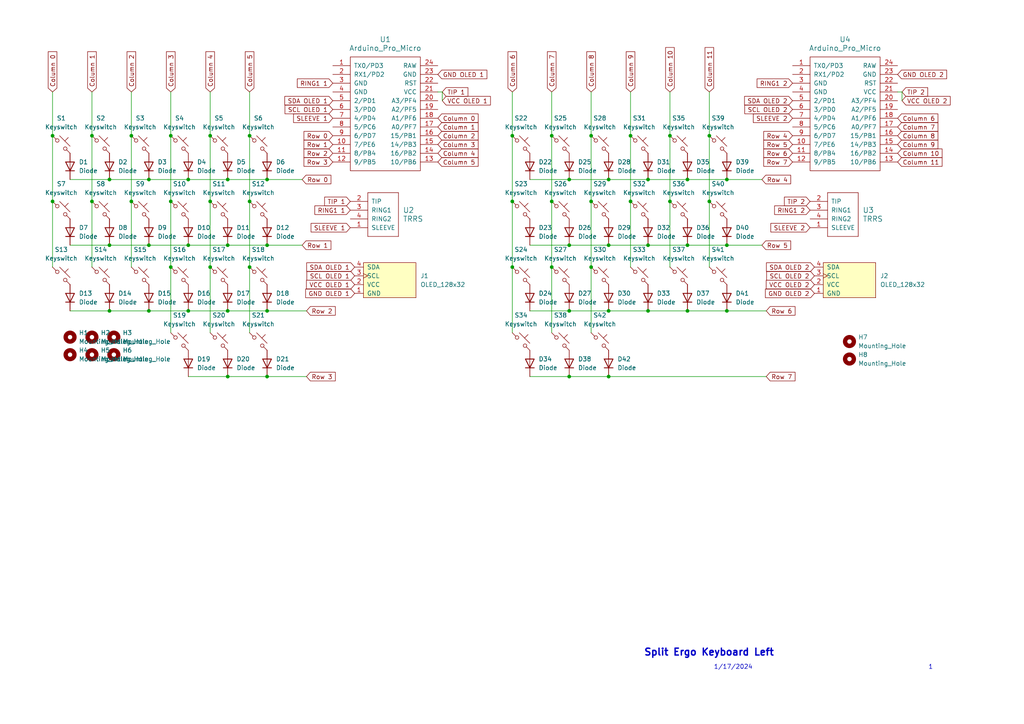
<source format=kicad_sch>
(kicad_sch (version 20230121) (generator eeschema)

  (uuid ec81fb50-6f13-423a-9b22-acd09a5629bb)

  (paper "A4")

  (lib_symbols
    (symbol "ScottoKeebs:MCU_Arduino_Pro_Micro" (pin_names (offset 1.016)) (in_bom yes) (on_board yes)
      (property "Reference" "U" (at 0 0 0)
        (effects (font (size 1.524 1.524)))
      )
      (property "Value" "Arduino_Pro_Micro" (at 0 -19.05 0)
        (effects (font (size 1.524 1.524)))
      )
      (property "Footprint" "ScottoKeebs_MCU:Arduino_Pro_Micro" (at 0 -22.86 0)
        (effects (font (size 1.524 1.524)) hide)
      )
      (property "Datasheet" "" (at 26.67 -63.5 90)
        (effects (font (size 1.524 1.524)) hide)
      )
      (symbol "MCU_Arduino_Pro_Micro_0_1"
        (rectangle (start -10.16 16.51) (end 10.16 -16.51)
          (stroke (width 0) (type solid))
          (fill (type none))
        )
      )
      (symbol "MCU_Arduino_Pro_Micro_1_1"
        (pin input line (at -15.24 13.97 0) (length 5.08)
          (name "TX0/PD3" (effects (font (size 1.27 1.27))))
          (number "1" (effects (font (size 1.27 1.27))))
        )
        (pin input line (at -15.24 -8.89 0) (length 5.08)
          (name "7/PE6" (effects (font (size 1.27 1.27))))
          (number "10" (effects (font (size 1.27 1.27))))
        )
        (pin input line (at -15.24 -11.43 0) (length 5.08)
          (name "8/PB4" (effects (font (size 1.27 1.27))))
          (number "11" (effects (font (size 1.27 1.27))))
        )
        (pin input line (at -15.24 -13.97 0) (length 5.08)
          (name "9/PB5" (effects (font (size 1.27 1.27))))
          (number "12" (effects (font (size 1.27 1.27))))
        )
        (pin input line (at 15.24 -13.97 180) (length 5.08)
          (name "10/PB6" (effects (font (size 1.27 1.27))))
          (number "13" (effects (font (size 1.27 1.27))))
        )
        (pin input line (at 15.24 -11.43 180) (length 5.08)
          (name "16/PB2" (effects (font (size 1.27 1.27))))
          (number "14" (effects (font (size 1.27 1.27))))
        )
        (pin input line (at 15.24 -8.89 180) (length 5.08)
          (name "14/PB3" (effects (font (size 1.27 1.27))))
          (number "15" (effects (font (size 1.27 1.27))))
        )
        (pin input line (at 15.24 -6.35 180) (length 5.08)
          (name "15/PB1" (effects (font (size 1.27 1.27))))
          (number "16" (effects (font (size 1.27 1.27))))
        )
        (pin input line (at 15.24 -3.81 180) (length 5.08)
          (name "A0/PF7" (effects (font (size 1.27 1.27))))
          (number "17" (effects (font (size 1.27 1.27))))
        )
        (pin input line (at 15.24 -1.27 180) (length 5.08)
          (name "A1/PF6" (effects (font (size 1.27 1.27))))
          (number "18" (effects (font (size 1.27 1.27))))
        )
        (pin input line (at 15.24 1.27 180) (length 5.08)
          (name "A2/PF5" (effects (font (size 1.27 1.27))))
          (number "19" (effects (font (size 1.27 1.27))))
        )
        (pin input line (at -15.24 11.43 0) (length 5.08)
          (name "RX1/PD2" (effects (font (size 1.27 1.27))))
          (number "2" (effects (font (size 1.27 1.27))))
        )
        (pin input line (at 15.24 3.81 180) (length 5.08)
          (name "A3/PF4" (effects (font (size 1.27 1.27))))
          (number "20" (effects (font (size 1.27 1.27))))
        )
        (pin input line (at 15.24 6.35 180) (length 5.08)
          (name "VCC" (effects (font (size 1.27 1.27))))
          (number "21" (effects (font (size 1.27 1.27))))
        )
        (pin input line (at 15.24 8.89 180) (length 5.08)
          (name "RST" (effects (font (size 1.27 1.27))))
          (number "22" (effects (font (size 1.27 1.27))))
        )
        (pin input line (at 15.24 11.43 180) (length 5.08)
          (name "GND" (effects (font (size 1.27 1.27))))
          (number "23" (effects (font (size 1.27 1.27))))
        )
        (pin input line (at 15.24 13.97 180) (length 5.08)
          (name "RAW" (effects (font (size 1.27 1.27))))
          (number "24" (effects (font (size 1.27 1.27))))
        )
        (pin input line (at -15.24 8.89 0) (length 5.08)
          (name "GND" (effects (font (size 1.27 1.27))))
          (number "3" (effects (font (size 1.27 1.27))))
        )
        (pin input line (at -15.24 6.35 0) (length 5.08)
          (name "GND" (effects (font (size 1.27 1.27))))
          (number "4" (effects (font (size 1.27 1.27))))
        )
        (pin input line (at -15.24 3.81 0) (length 5.08)
          (name "2/PD1" (effects (font (size 1.27 1.27))))
          (number "5" (effects (font (size 1.27 1.27))))
        )
        (pin input line (at -15.24 1.27 0) (length 5.08)
          (name "3/PD0" (effects (font (size 1.27 1.27))))
          (number "6" (effects (font (size 1.27 1.27))))
        )
        (pin input line (at -15.24 -1.27 0) (length 5.08)
          (name "4/PD4" (effects (font (size 1.27 1.27))))
          (number "7" (effects (font (size 1.27 1.27))))
        )
        (pin input line (at -15.24 -3.81 0) (length 5.08)
          (name "5/PC6" (effects (font (size 1.27 1.27))))
          (number "8" (effects (font (size 1.27 1.27))))
        )
        (pin input line (at -15.24 -6.35 0) (length 5.08)
          (name "6/PD7" (effects (font (size 1.27 1.27))))
          (number "9" (effects (font (size 1.27 1.27))))
        )
      )
    )
    (symbol "ScottoKeebs:OLED_128x32" (pin_names (offset 1.016)) (in_bom yes) (on_board yes)
      (property "Reference" "J" (at 0 -6.35 0)
        (effects (font (size 1.27 1.27)))
      )
      (property "Value" "OLED_128x32" (at 0 6.35 0)
        (effects (font (size 1.27 1.27)))
      )
      (property "Footprint" "ScottoKeebs_Components:OLED_128x32" (at 0 8.89 0)
        (effects (font (size 1.27 1.27)) hide)
      )
      (property "Datasheet" "" (at 0 1.27 0)
        (effects (font (size 1.27 1.27)) hide)
      )
      (symbol "OLED_128x32_0_1"
        (rectangle (start 0 5.08) (end 15.24 -5.08)
          (stroke (width 0) (type default))
          (fill (type background))
        )
      )
      (symbol "OLED_128x32_1_1"
        (pin power_in line (at -2.54 -3.81 0) (length 2.54)
          (name "GND" (effects (font (size 1.27 1.27))))
          (number "1" (effects (font (size 1.27 1.27))))
        )
        (pin power_in line (at -2.54 -1.27 0) (length 2.54)
          (name "VCC" (effects (font (size 1.27 1.27))))
          (number "2" (effects (font (size 1.27 1.27))))
        )
        (pin input clock (at -2.54 1.27 0) (length 2.54)
          (name "SCL" (effects (font (size 1.27 1.27))))
          (number "3" (effects (font (size 1.27 1.27))))
        )
        (pin bidirectional line (at -2.54 3.81 0) (length 2.54)
          (name "SDA" (effects (font (size 1.27 1.27))))
          (number "4" (effects (font (size 1.27 1.27))))
        )
      )
    )
    (symbol "ScottoKeebs:Placeholder_Diode" (pin_numbers hide) (pin_names hide) (in_bom yes) (on_board yes)
      (property "Reference" "D" (at 0 2.54 0)
        (effects (font (size 1.27 1.27)))
      )
      (property "Value" "Diode" (at 0 -2.54 0)
        (effects (font (size 1.27 1.27)))
      )
      (property "Footprint" "" (at 0 0 0)
        (effects (font (size 1.27 1.27)) hide)
      )
      (property "Datasheet" "" (at 0 0 0)
        (effects (font (size 1.27 1.27)) hide)
      )
      (property "Sim.Device" "D" (at 0 0 0)
        (effects (font (size 1.27 1.27)) hide)
      )
      (property "Sim.Pins" "1=K 2=A" (at 0 0 0)
        (effects (font (size 1.27 1.27)) hide)
      )
      (property "ki_keywords" "diode" (at 0 0 0)
        (effects (font (size 1.27 1.27)) hide)
      )
      (property "ki_description" "1N4148 (DO-35) or 1N4148W (SOD-123)" (at 0 0 0)
        (effects (font (size 1.27 1.27)) hide)
      )
      (property "ki_fp_filters" "D*DO?35*" (at 0 0 0)
        (effects (font (size 1.27 1.27)) hide)
      )
      (symbol "Placeholder_Diode_0_1"
        (polyline
          (pts
            (xy -1.27 1.27)
            (xy -1.27 -1.27)
          )
          (stroke (width 0.254) (type default))
          (fill (type none))
        )
        (polyline
          (pts
            (xy 1.27 0)
            (xy -1.27 0)
          )
          (stroke (width 0) (type default))
          (fill (type none))
        )
        (polyline
          (pts
            (xy 1.27 1.27)
            (xy 1.27 -1.27)
            (xy -1.27 0)
            (xy 1.27 1.27)
          )
          (stroke (width 0.254) (type default))
          (fill (type none))
        )
      )
      (symbol "Placeholder_Diode_1_1"
        (pin passive line (at -3.81 0 0) (length 2.54)
          (name "K" (effects (font (size 1.27 1.27))))
          (number "1" (effects (font (size 1.27 1.27))))
        )
        (pin passive line (at 3.81 0 180) (length 2.54)
          (name "A" (effects (font (size 1.27 1.27))))
          (number "2" (effects (font (size 1.27 1.27))))
        )
      )
    )
    (symbol "ScottoKeebs:Placeholder_Keyswitch" (pin_numbers hide) (pin_names (offset 1.016) hide) (in_bom yes) (on_board yes)
      (property "Reference" "S" (at 3.048 1.016 0)
        (effects (font (size 1.27 1.27)) (justify left))
      )
      (property "Value" "Keyswitch" (at 0 -3.81 0)
        (effects (font (size 1.27 1.27)))
      )
      (property "Footprint" "" (at 0 0 0)
        (effects (font (size 1.27 1.27)) hide)
      )
      (property "Datasheet" "~" (at 0 0 0)
        (effects (font (size 1.27 1.27)) hide)
      )
      (property "ki_keywords" "switch normally-open pushbutton push-button" (at 0 0 0)
        (effects (font (size 1.27 1.27)) hide)
      )
      (property "ki_description" "Push button switch, normally open, two pins, 45° tilted" (at 0 0 0)
        (effects (font (size 1.27 1.27)) hide)
      )
      (symbol "Placeholder_Keyswitch_0_1"
        (circle (center -1.1684 1.1684) (radius 0.508)
          (stroke (width 0) (type default))
          (fill (type none))
        )
        (polyline
          (pts
            (xy -0.508 2.54)
            (xy 2.54 -0.508)
          )
          (stroke (width 0) (type default))
          (fill (type none))
        )
        (polyline
          (pts
            (xy 1.016 1.016)
            (xy 2.032 2.032)
          )
          (stroke (width 0) (type default))
          (fill (type none))
        )
        (polyline
          (pts
            (xy -2.54 2.54)
            (xy -1.524 1.524)
            (xy -1.524 1.524)
          )
          (stroke (width 0) (type default))
          (fill (type none))
        )
        (polyline
          (pts
            (xy 1.524 -1.524)
            (xy 2.54 -2.54)
            (xy 2.54 -2.54)
            (xy 2.54 -2.54)
          )
          (stroke (width 0) (type default))
          (fill (type none))
        )
        (circle (center 1.143 -1.1938) (radius 0.508)
          (stroke (width 0) (type default))
          (fill (type none))
        )
        (pin passive line (at -2.54 2.54 0) (length 0)
          (name "1" (effects (font (size 1.27 1.27))))
          (number "1" (effects (font (size 1.27 1.27))))
        )
        (pin passive line (at 2.54 -2.54 180) (length 0)
          (name "2" (effects (font (size 1.27 1.27))))
          (number "2" (effects (font (size 1.27 1.27))))
        )
      )
    )
    (symbol "ScottoKeebs:Placeholder_Mounting_Hole" (pin_names (offset 1.016)) (in_bom yes) (on_board yes)
      (property "Reference" "H" (at 0 5.08 0)
        (effects (font (size 1.27 1.27)))
      )
      (property "Value" "Mounting_Hole" (at 0 3.175 0)
        (effects (font (size 1.27 1.27)))
      )
      (property "Footprint" "" (at 0 0 0)
        (effects (font (size 1.27 1.27)) hide)
      )
      (property "Datasheet" "~" (at 0 0 0)
        (effects (font (size 1.27 1.27)) hide)
      )
      (property "ki_keywords" "mounting hole" (at 0 0 0)
        (effects (font (size 1.27 1.27)) hide)
      )
      (property "ki_description" "Mounting Hole without connection" (at 0 0 0)
        (effects (font (size 1.27 1.27)) hide)
      )
      (property "ki_fp_filters" "MountingHole*" (at 0 0 0)
        (effects (font (size 1.27 1.27)) hide)
      )
      (symbol "Placeholder_Mounting_Hole_0_1"
        (circle (center 0 0) (radius 1.27)
          (stroke (width 1.27) (type default))
          (fill (type none))
        )
      )
    )
    (symbol "ScottoKeebs:Placeholder_TRRS" (pin_names (offset 1.016)) (in_bom yes) (on_board yes)
      (property "Reference" "U" (at 0 15.24 0)
        (effects (font (size 1.524 1.524)))
      )
      (property "Value" "TRRS" (at 0 -2.54 0)
        (effects (font (size 1.524 1.524)))
      )
      (property "Footprint" "ScottoKeebs_Components:TRRS_PJ-320A" (at 3.81 0 0)
        (effects (font (size 1.524 1.524)) hide)
      )
      (property "Datasheet" "" (at 3.81 0 0)
        (effects (font (size 1.524 1.524)) hide)
      )
      (symbol "Placeholder_TRRS_0_1"
        (rectangle (start -3.81 0) (end -3.81 12.7)
          (stroke (width 0) (type solid))
          (fill (type none))
        )
        (rectangle (start -3.81 0) (end 5.08 0)
          (stroke (width 0) (type solid))
          (fill (type none))
        )
        (rectangle (start -3.81 12.7) (end 5.08 12.7)
          (stroke (width 0) (type solid))
          (fill (type none))
        )
        (rectangle (start 5.08 12.7) (end 5.08 0)
          (stroke (width 0) (type solid))
          (fill (type none))
        )
      )
      (symbol "Placeholder_TRRS_1_1"
        (pin input line (at -8.89 2.54 0) (length 5.08)
          (name "SLEEVE" (effects (font (size 1.27 1.27))))
          (number "1" (effects (font (size 1.27 1.27))))
        )
        (pin input line (at -8.89 10.16 0) (length 5.08)
          (name "TIP" (effects (font (size 1.27 1.27))))
          (number "2" (effects (font (size 1.27 1.27))))
        )
        (pin input line (at -8.89 7.62 0) (length 5.08)
          (name "RING1" (effects (font (size 1.27 1.27))))
          (number "3" (effects (font (size 1.27 1.27))))
        )
        (pin input line (at -8.89 5.08 0) (length 5.08)
          (name "RING2" (effects (font (size 1.27 1.27))))
          (number "4" (effects (font (size 1.27 1.27))))
        )
      )
    )
  )

  (junction (at 60.96 77.47) (diameter 0) (color 0 0 0 0)
    (uuid 04ca4cd7-5310-474e-a6ad-292ce44ed388)
  )
  (junction (at 60.96 58.42) (diameter 0) (color 0 0 0 0)
    (uuid 06752ab4-74e2-4546-a8ba-062181b542f7)
  )
  (junction (at 66.04 71.12) (diameter 0) (color 0 0 0 0)
    (uuid 090df3c2-70cb-4947-9974-735a9fa197c4)
  )
  (junction (at 148.59 39.37) (diameter 0) (color 0 0 0 0)
    (uuid 28a65496-dada-4f12-b378-7ed6d925e3a8)
  )
  (junction (at 15.24 39.37) (diameter 0) (color 0 0 0 0)
    (uuid 2c8ac179-9843-4c5d-8f3c-f6ce6652f128)
  )
  (junction (at 66.04 52.07) (diameter 0) (color 0 0 0 0)
    (uuid 2fabb8c7-c7c9-4254-b79a-8b1f44bfb62a)
  )
  (junction (at 43.18 71.12) (diameter 0) (color 0 0 0 0)
    (uuid 3ef2d06c-88b9-4a78-bb53-0459ddb1173c)
  )
  (junction (at 199.39 71.12) (diameter 0) (color 0 0 0 0)
    (uuid 402776e1-bfaa-45ab-a338-550342799dcd)
  )
  (junction (at 26.67 39.37) (diameter 0) (color 0 0 0 0)
    (uuid 4255cd8e-347a-4c31-aa3a-21114d836627)
  )
  (junction (at 54.61 71.12) (diameter 0) (color 0 0 0 0)
    (uuid 44414de9-bee5-424b-abb9-68bee44b76bc)
  )
  (junction (at 171.45 39.37) (diameter 0) (color 0 0 0 0)
    (uuid 4733df08-6d7c-454a-be3b-e5e86233b5d0)
  )
  (junction (at 15.24 58.42) (diameter 0) (color 0 0 0 0)
    (uuid 50d4c340-07e6-4638-942f-5797a0165d3f)
  )
  (junction (at 31.75 52.07) (diameter 0) (color 0 0 0 0)
    (uuid 554d26bb-6289-4f47-b0bc-3b6004a6aca6)
  )
  (junction (at 194.31 58.42) (diameter 0) (color 0 0 0 0)
    (uuid 55dbe373-1816-462f-a7af-dbebaed5e0b4)
  )
  (junction (at 43.18 90.17) (diameter 0) (color 0 0 0 0)
    (uuid 5c97a983-5604-4491-b6b6-08549d8a503e)
  )
  (junction (at 210.82 52.07) (diameter 0) (color 0 0 0 0)
    (uuid 66cf49de-e4ff-4e25-8b1f-886e2c3b1410)
  )
  (junction (at 49.53 39.37) (diameter 0) (color 0 0 0 0)
    (uuid 6a0094d5-2724-4275-a2c2-667b51fd8104)
  )
  (junction (at 205.74 39.37) (diameter 0) (color 0 0 0 0)
    (uuid 6b8ab94d-4a19-4f78-871c-dd4118480c22)
  )
  (junction (at 49.53 58.42) (diameter 0) (color 0 0 0 0)
    (uuid 6d89c888-f22f-405d-b249-ce4a64f33792)
  )
  (junction (at 176.53 90.17) (diameter 0) (color 0 0 0 0)
    (uuid 703e9393-da1c-452f-8eca-6fe43ae69ee4)
  )
  (junction (at 205.74 58.42) (diameter 0) (color 0 0 0 0)
    (uuid 70cfcdcc-2e7d-41cc-b8ab-31a458014d04)
  )
  (junction (at 176.53 109.22) (diameter 0) (color 0 0 0 0)
    (uuid 71dcfc34-a921-4382-a4cf-49f662ff0424)
  )
  (junction (at 31.75 90.17) (diameter 0) (color 0 0 0 0)
    (uuid 740fcc27-4a11-4c32-a374-3c4e93754498)
  )
  (junction (at 60.96 39.37) (diameter 0) (color 0 0 0 0)
    (uuid 745d40a5-8fd6-4445-909f-5e63730fe415)
  )
  (junction (at 77.47 109.22) (diameter 0) (color 0 0 0 0)
    (uuid 74d9e174-6875-48ff-b3e7-61a6cd126834)
  )
  (junction (at 77.47 90.17) (diameter 0) (color 0 0 0 0)
    (uuid 7563d41b-dc27-4ab3-aa01-eaaec7697449)
  )
  (junction (at 54.61 90.17) (diameter 0) (color 0 0 0 0)
    (uuid 77682df0-3a93-447e-bf3f-0a65434ff966)
  )
  (junction (at 72.39 77.47) (diameter 0) (color 0 0 0 0)
    (uuid 7de0a98e-0d10-4c3f-8b0d-55b2c16f35ba)
  )
  (junction (at 182.88 58.42) (diameter 0) (color 0 0 0 0)
    (uuid 850c441f-1acc-4b66-bbe1-4a7ef4e2a7d3)
  )
  (junction (at 171.45 77.47) (diameter 0) (color 0 0 0 0)
    (uuid 880c13b9-3cac-483c-9115-2be146a1c915)
  )
  (junction (at 187.96 52.07) (diameter 0) (color 0 0 0 0)
    (uuid 895623b0-3b79-4da8-b261-61de56b4eb9c)
  )
  (junction (at 77.47 71.12) (diameter 0) (color 0 0 0 0)
    (uuid 8b9cdb62-03da-40af-9d34-f1032f62b976)
  )
  (junction (at 165.1 90.17) (diameter 0) (color 0 0 0 0)
    (uuid 8e5ce69c-adda-4c3b-abb4-f04dc788f93e)
  )
  (junction (at 165.1 52.07) (diameter 0) (color 0 0 0 0)
    (uuid 94ce93ed-2207-490a-bca8-55a365ae7887)
  )
  (junction (at 187.96 71.12) (diameter 0) (color 0 0 0 0)
    (uuid 9509fa1d-728e-44ba-be0f-bd97e685a1e2)
  )
  (junction (at 194.31 39.37) (diameter 0) (color 0 0 0 0)
    (uuid a175e90f-ddcf-4191-b069-d5dbcbd0efa8)
  )
  (junction (at 72.39 58.42) (diameter 0) (color 0 0 0 0)
    (uuid a388e345-e11c-4743-82b0-0c67d0805c56)
  )
  (junction (at 187.96 90.17) (diameter 0) (color 0 0 0 0)
    (uuid a4f6f026-e8e1-4811-8faa-e58222d5e7bd)
  )
  (junction (at 160.02 77.47) (diameter 0) (color 0 0 0 0)
    (uuid adcf0f74-a10c-440e-93bb-65e31e45bde4)
  )
  (junction (at 199.39 90.17) (diameter 0) (color 0 0 0 0)
    (uuid b09f1df0-d067-42bb-b278-9fa0b8236e31)
  )
  (junction (at 77.47 52.07) (diameter 0) (color 0 0 0 0)
    (uuid b5247248-5eb9-4112-a961-250c9046d95a)
  )
  (junction (at 176.53 52.07) (diameter 0) (color 0 0 0 0)
    (uuid b82a0b7e-3d1a-47fc-8be2-67559f38899e)
  )
  (junction (at 54.61 52.07) (diameter 0) (color 0 0 0 0)
    (uuid b9dd9ac0-7b5e-4c18-ad9d-78740f78256c)
  )
  (junction (at 66.04 109.22) (diameter 0) (color 0 0 0 0)
    (uuid bd427da5-b8ec-4c76-b67c-1e3158cb7430)
  )
  (junction (at 31.75 71.12) (diameter 0) (color 0 0 0 0)
    (uuid bff7f66f-01e4-4db3-8e41-968e2019f3bc)
  )
  (junction (at 160.02 58.42) (diameter 0) (color 0 0 0 0)
    (uuid c12358ef-c787-4b5e-a5f6-764f6c36d625)
  )
  (junction (at 210.82 90.17) (diameter 0) (color 0 0 0 0)
    (uuid ccdd90a0-da4e-4489-aa5f-2dd24a3f64b2)
  )
  (junction (at 38.1 39.37) (diameter 0) (color 0 0 0 0)
    (uuid d206b00a-f365-49b8-82ff-8d12c1d06f96)
  )
  (junction (at 182.88 39.37) (diameter 0) (color 0 0 0 0)
    (uuid d2ce6a01-c9db-4f87-8f5a-1e2671fa5f09)
  )
  (junction (at 199.39 52.07) (diameter 0) (color 0 0 0 0)
    (uuid d857dbbb-6fc8-4a3e-b3ab-fd961bcb6ca0)
  )
  (junction (at 49.53 77.47) (diameter 0) (color 0 0 0 0)
    (uuid d9444b3c-156d-437f-9c27-2bb42bf7eb25)
  )
  (junction (at 72.39 39.37) (diameter 0) (color 0 0 0 0)
    (uuid df476afc-2f3a-41bc-8668-bdd64f9d5b01)
  )
  (junction (at 176.53 71.12) (diameter 0) (color 0 0 0 0)
    (uuid e04e7382-e0ae-4068-a3f0-6e6dd4fc4aea)
  )
  (junction (at 148.59 58.42) (diameter 0) (color 0 0 0 0)
    (uuid e09bc7b6-99e1-4691-9b96-dab4b20f0a68)
  )
  (junction (at 160.02 39.37) (diameter 0) (color 0 0 0 0)
    (uuid e4821f3b-645b-4d3d-89ef-12d606d8da8f)
  )
  (junction (at 210.82 71.12) (diameter 0) (color 0 0 0 0)
    (uuid e6f28ca7-cc4e-460e-9c95-9f67b6abfabc)
  )
  (junction (at 148.59 77.47) (diameter 0) (color 0 0 0 0)
    (uuid e8fa9001-3a1e-4ce3-b535-2d5cd0c180b2)
  )
  (junction (at 165.1 109.22) (diameter 0) (color 0 0 0 0)
    (uuid eb5c388e-60f9-47ab-8663-ab985e6e72d2)
  )
  (junction (at 26.67 58.42) (diameter 0) (color 0 0 0 0)
    (uuid eca243a6-a1e8-4ea2-8ed4-e4640e574e74)
  )
  (junction (at 66.04 90.17) (diameter 0) (color 0 0 0 0)
    (uuid f26312e3-878f-4de8-8aab-6fe1a82cd930)
  )
  (junction (at 43.18 52.07) (diameter 0) (color 0 0 0 0)
    (uuid f72ec347-1e8f-4c3c-92dc-d336199672ec)
  )
  (junction (at 38.1 58.42) (diameter 0) (color 0 0 0 0)
    (uuid fa83377e-ba5c-4017-9c4c-d2c2128838e8)
  )
  (junction (at 171.45 58.42) (diameter 0) (color 0 0 0 0)
    (uuid fb1357dc-2e4f-4c1b-bd3f-510fe33ef223)
  )
  (junction (at 165.1 71.12) (diameter 0) (color 0 0 0 0)
    (uuid ff602264-62e2-44e6-9ba1-0501f090ad09)
  )

  (wire (pts (xy 49.53 77.47) (xy 49.53 58.42))
    (stroke (width 0) (type default))
    (uuid 00229d79-3790-44b8-b1c6-333c5cff3543)
  )
  (wire (pts (xy 220.98 71.12) (xy 210.82 71.12))
    (stroke (width 0) (type default))
    (uuid 023a189c-095c-407f-b057-764f0e06f88d)
  )
  (wire (pts (xy 15.24 26.67) (xy 15.24 39.37))
    (stroke (width 0) (type default))
    (uuid 024b1e3f-c3a2-4433-97ef-de4b4d87b95e)
  )
  (wire (pts (xy 194.31 77.47) (xy 194.31 58.42))
    (stroke (width 0) (type default))
    (uuid 077fff16-1976-4667-acc8-b01f37091f3e)
  )
  (wire (pts (xy 49.53 26.67) (xy 49.53 39.37))
    (stroke (width 0) (type default))
    (uuid 0a590328-d8df-4ad3-b012-d44246291020)
  )
  (wire (pts (xy 160.02 96.52) (xy 160.02 77.47))
    (stroke (width 0) (type default))
    (uuid 0c82a4a2-67f7-4f36-97c2-ccdd6078d86c)
  )
  (wire (pts (xy 26.67 26.67) (xy 26.67 39.37))
    (stroke (width 0) (type default))
    (uuid 0e18d9d5-bcc1-4b6b-ab6b-f2f0488ef267)
  )
  (wire (pts (xy 38.1 39.37) (xy 38.1 58.42))
    (stroke (width 0) (type default))
    (uuid 0e8b3b78-bb37-482d-af06-412d0d423f30)
  )
  (wire (pts (xy 20.32 52.07) (xy 31.75 52.07))
    (stroke (width 0) (type default))
    (uuid 13192f09-fe91-4669-93ca-84aaaa3a170c)
  )
  (wire (pts (xy 54.61 71.12) (xy 66.04 71.12))
    (stroke (width 0) (type default))
    (uuid 13cd8674-f9bc-4bc4-a1ce-115d55da9fb0)
  )
  (wire (pts (xy 199.39 90.17) (xy 187.96 90.17))
    (stroke (width 0) (type default))
    (uuid 13f009e3-589c-4dc5-ac62-d02920356515)
  )
  (wire (pts (xy 176.53 109.22) (xy 222.25 109.22))
    (stroke (width 0) (type default))
    (uuid 14031637-9afa-4e7c-a5fe-7ea825ff791a)
  )
  (wire (pts (xy 148.59 26.67) (xy 148.59 39.37))
    (stroke (width 0) (type default))
    (uuid 169e58e5-38dd-48a6-9cc8-9d925d4f3ea2)
  )
  (wire (pts (xy 261.62 26.67) (xy 260.35 26.67))
    (stroke (width 0) (type default))
    (uuid 1cc5439f-20e3-4ca5-8875-8b59d06ac481)
  )
  (wire (pts (xy 220.98 52.07) (xy 210.82 52.07))
    (stroke (width 0) (type default))
    (uuid 214e685a-db64-47f4-b6dc-f711579f9969)
  )
  (wire (pts (xy 171.45 77.47) (xy 171.45 58.42))
    (stroke (width 0) (type default))
    (uuid 290021ff-c6c9-4c93-93a7-ea8f8f8039c0)
  )
  (wire (pts (xy 54.61 52.07) (xy 66.04 52.07))
    (stroke (width 0) (type default))
    (uuid 2bf47d6a-a7d1-408d-a2e0-3557d5d7e9dd)
  )
  (wire (pts (xy 31.75 52.07) (xy 43.18 52.07))
    (stroke (width 0) (type default))
    (uuid 2e6756b2-a28e-4e9a-9b36-11ffb68d6476)
  )
  (wire (pts (xy 148.59 39.37) (xy 148.59 58.42))
    (stroke (width 0) (type default))
    (uuid 2e7a49be-f453-4b14-be29-0b8b96a437ba)
  )
  (wire (pts (xy 72.39 77.47) (xy 72.39 96.52))
    (stroke (width 0) (type default))
    (uuid 323bd401-a8e7-4261-a7a6-42273a0f8db6)
  )
  (wire (pts (xy 72.39 26.67) (xy 72.39 39.37))
    (stroke (width 0) (type default))
    (uuid 32f96d5e-7d27-4e32-91bb-24800eb636fb)
  )
  (wire (pts (xy 261.62 26.67) (xy 261.62 29.21))
    (stroke (width 0) (type default))
    (uuid 330cfe15-0341-49a4-ac61-4308a80a8873)
  )
  (wire (pts (xy 205.74 26.67) (xy 205.74 39.37))
    (stroke (width 0) (type default))
    (uuid 375d0ba4-236b-41ef-ade1-695983d02dc4)
  )
  (wire (pts (xy 31.75 90.17) (xy 43.18 90.17))
    (stroke (width 0) (type default))
    (uuid 38d7850f-bc4f-4ca8-875f-32dc8ce0ae34)
  )
  (wire (pts (xy 38.1 58.42) (xy 38.1 77.47))
    (stroke (width 0) (type default))
    (uuid 3b3e5cf8-d851-436f-9c67-b72ba9d3370e)
  )
  (wire (pts (xy 222.25 90.17) (xy 210.82 90.17))
    (stroke (width 0) (type default))
    (uuid 4126d0e5-133c-4c7d-8f9b-ca732922746f)
  )
  (wire (pts (xy 153.67 109.22) (xy 165.1 109.22))
    (stroke (width 0) (type default))
    (uuid 460d61d7-131f-4e1a-9551-b271e9bef9a0)
  )
  (wire (pts (xy 60.96 39.37) (xy 60.96 58.42))
    (stroke (width 0) (type default))
    (uuid 4843f0cc-e9a3-4aca-9c29-b628e6a5cb44)
  )
  (wire (pts (xy 20.32 71.12) (xy 31.75 71.12))
    (stroke (width 0) (type default))
    (uuid 50709277-e842-4c98-8b0b-edea1c29d8bf)
  )
  (wire (pts (xy 182.88 39.37) (xy 182.88 58.42))
    (stroke (width 0) (type default))
    (uuid 54785a62-0b38-4532-b72f-e5db40d7d528)
  )
  (wire (pts (xy 182.88 77.47) (xy 182.88 58.42))
    (stroke (width 0) (type default))
    (uuid 5517436b-557f-4e1f-a8a6-33723b6a1396)
  )
  (wire (pts (xy 88.9 90.17) (xy 77.47 90.17))
    (stroke (width 0) (type default))
    (uuid 55daa855-d5db-4211-ac2f-6c509fa745d5)
  )
  (wire (pts (xy 165.1 109.22) (xy 176.53 109.22))
    (stroke (width 0) (type default))
    (uuid 5d71d673-ae28-4437-ac0b-da4be11ee9b7)
  )
  (wire (pts (xy 160.02 26.67) (xy 160.02 39.37))
    (stroke (width 0) (type default))
    (uuid 5dd1ebbd-3628-4b9c-9c63-ca334ef46d60)
  )
  (wire (pts (xy 199.39 52.07) (xy 210.82 52.07))
    (stroke (width 0) (type default))
    (uuid 6158567f-d9b0-4acd-a601-376dc5d62ca2)
  )
  (wire (pts (xy 171.45 77.47) (xy 171.45 96.52))
    (stroke (width 0) (type default))
    (uuid 68493dde-4380-4497-b621-3d8dc54e8bd7)
  )
  (wire (pts (xy 194.31 39.37) (xy 194.31 58.42))
    (stroke (width 0) (type default))
    (uuid 70895919-18e1-42a3-afa7-0ca6bdb5db2c)
  )
  (wire (pts (xy 199.39 90.17) (xy 210.82 90.17))
    (stroke (width 0) (type default))
    (uuid 72f84c94-8eed-4774-8012-a003054344ab)
  )
  (wire (pts (xy 72.39 77.47) (xy 72.39 58.42))
    (stroke (width 0) (type default))
    (uuid 741e2949-afab-4110-a19b-1b587c1c3230)
  )
  (wire (pts (xy 148.59 96.52) (xy 148.59 77.47))
    (stroke (width 0) (type default))
    (uuid 744400d1-cfd8-466c-b8b9-8bca6d82f40d)
  )
  (wire (pts (xy 15.24 39.37) (xy 15.24 58.42))
    (stroke (width 0) (type default))
    (uuid 75eb4d37-bce6-4639-89aa-3d91b8fa3a58)
  )
  (wire (pts (xy 66.04 109.22) (xy 77.47 109.22))
    (stroke (width 0) (type default))
    (uuid 76b9138e-0a9c-435f-8615-4ed3008ffa9e)
  )
  (wire (pts (xy 205.74 39.37) (xy 205.74 58.42))
    (stroke (width 0) (type default))
    (uuid 78b8e564-3f5e-48d7-9886-85dca381e285)
  )
  (wire (pts (xy 199.39 71.12) (xy 210.82 71.12))
    (stroke (width 0) (type default))
    (uuid 7aa47e88-0500-4922-af52-67544ecf9f6a)
  )
  (wire (pts (xy 160.02 39.37) (xy 160.02 58.42))
    (stroke (width 0) (type default))
    (uuid 7b5d02e1-1c71-4aa9-866c-d4c6f6791b7d)
  )
  (wire (pts (xy 153.67 52.07) (xy 165.1 52.07))
    (stroke (width 0) (type default))
    (uuid 7efc4936-acc8-4f70-9f5e-3662e2e5d267)
  )
  (wire (pts (xy 153.67 90.17) (xy 165.1 90.17))
    (stroke (width 0) (type default))
    (uuid 833e56f4-c55a-4cf7-99a5-07f2acf11fd3)
  )
  (wire (pts (xy 176.53 71.12) (xy 187.96 71.12))
    (stroke (width 0) (type default))
    (uuid 83ad7e40-7d1d-4836-9f41-980e6a12ac66)
  )
  (wire (pts (xy 43.18 71.12) (xy 54.61 71.12))
    (stroke (width 0) (type default))
    (uuid 87044ba1-d7f0-4243-a9e9-51b6791b25c9)
  )
  (wire (pts (xy 194.31 26.67) (xy 194.31 39.37))
    (stroke (width 0) (type default))
    (uuid 87fd7a77-aa07-4235-9d2f-455a7f070d65)
  )
  (wire (pts (xy 49.53 77.47) (xy 49.53 96.52))
    (stroke (width 0) (type default))
    (uuid 8b05339e-34ba-416e-8b8d-1e745faa4114)
  )
  (wire (pts (xy 176.53 52.07) (xy 187.96 52.07))
    (stroke (width 0) (type default))
    (uuid 8d010f62-ad8a-4921-84fe-277d6b2f26e0)
  )
  (wire (pts (xy 148.59 77.47) (xy 148.59 58.42))
    (stroke (width 0) (type default))
    (uuid 8f14e0ec-ec90-4130-b93f-569d90963b9a)
  )
  (wire (pts (xy 38.1 26.67) (xy 38.1 39.37))
    (stroke (width 0) (type default))
    (uuid 904ec48f-b57b-4fb6-bc85-262846b433b6)
  )
  (wire (pts (xy 88.9 109.22) (xy 77.47 109.22))
    (stroke (width 0) (type default))
    (uuid 9645699c-7e45-4fde-b427-fa83991a5ff3)
  )
  (wire (pts (xy 60.96 77.47) (xy 60.96 58.42))
    (stroke (width 0) (type default))
    (uuid 966927ed-c8f8-4649-bf55-f3c0d3b6f499)
  )
  (wire (pts (xy 60.96 26.67) (xy 60.96 39.37))
    (stroke (width 0) (type default))
    (uuid 9766eba7-8752-47b1-95df-0f515b3c73d4)
  )
  (wire (pts (xy 187.96 52.07) (xy 199.39 52.07))
    (stroke (width 0) (type default))
    (uuid 9b764980-0a4f-44f9-bbef-997f952dfdd1)
  )
  (wire (pts (xy 66.04 52.07) (xy 77.47 52.07))
    (stroke (width 0) (type default))
    (uuid 9c599dc4-3719-432a-a34b-a350c2447397)
  )
  (wire (pts (xy 87.63 52.07) (xy 77.47 52.07))
    (stroke (width 0) (type default))
    (uuid 9d42ae64-222f-42a4-9b89-53001cb60a14)
  )
  (wire (pts (xy 43.18 52.07) (xy 54.61 52.07))
    (stroke (width 0) (type default))
    (uuid a0ddd108-3210-4452-9250-853492801b04)
  )
  (wire (pts (xy 54.61 90.17) (xy 43.18 90.17))
    (stroke (width 0) (type default))
    (uuid a40b93e6-2b54-4202-8d20-6bdd5d2c2914)
  )
  (wire (pts (xy 182.88 26.67) (xy 182.88 39.37))
    (stroke (width 0) (type default))
    (uuid a462acff-0444-416e-aebc-93676c2dd012)
  )
  (wire (pts (xy 165.1 90.17) (xy 176.53 90.17))
    (stroke (width 0) (type default))
    (uuid a88b8f97-367c-4a22-ba35-5a822e9b5745)
  )
  (wire (pts (xy 171.45 39.37) (xy 171.45 58.42))
    (stroke (width 0) (type default))
    (uuid a8a747ee-e84b-4220-9580-93bc4202d072)
  )
  (wire (pts (xy 15.24 58.42) (xy 15.24 77.47))
    (stroke (width 0) (type default))
    (uuid aef20873-055e-4231-b470-c4719479e13c)
  )
  (wire (pts (xy 60.96 77.47) (xy 60.96 96.52))
    (stroke (width 0) (type default))
    (uuid bdfd534a-7105-4d00-a236-a68c48c03eae)
  )
  (wire (pts (xy 66.04 90.17) (xy 54.61 90.17))
    (stroke (width 0) (type default))
    (uuid be4b901a-7ccf-4449-9894-62b06c923337)
  )
  (wire (pts (xy 160.02 77.47) (xy 160.02 58.42))
    (stroke (width 0) (type default))
    (uuid c16499c9-0e8e-404d-bc99-03127d5db5e5)
  )
  (wire (pts (xy 26.67 58.42) (xy 26.67 77.47))
    (stroke (width 0) (type default))
    (uuid c2e95a73-0d50-471d-908e-9d62d710d63b)
  )
  (wire (pts (xy 66.04 71.12) (xy 77.47 71.12))
    (stroke (width 0) (type default))
    (uuid c47bcdd0-8a61-4716-aec6-04ccb5c32f39)
  )
  (wire (pts (xy 128.27 26.67) (xy 127 26.67))
    (stroke (width 0) (type default))
    (uuid cab3f51d-468f-47da-bc26-acb464af476b)
  )
  (wire (pts (xy 171.45 26.67) (xy 171.45 39.37))
    (stroke (width 0) (type default))
    (uuid cbcf42f9-3dad-4626-a89e-9edaab2f72a2)
  )
  (wire (pts (xy 187.96 71.12) (xy 199.39 71.12))
    (stroke (width 0) (type default))
    (uuid ce2b0211-9bd3-4e03-a353-20071fd4e0a6)
  )
  (wire (pts (xy 20.32 90.17) (xy 31.75 90.17))
    (stroke (width 0) (type default))
    (uuid d10d2610-ae45-4f68-beec-a550a9ce1b85)
  )
  (wire (pts (xy 49.53 39.37) (xy 49.53 58.42))
    (stroke (width 0) (type default))
    (uuid d175317a-688a-4279-8c60-1dccbe7301b9)
  )
  (wire (pts (xy 128.27 26.67) (xy 128.27 29.21))
    (stroke (width 0) (type default))
    (uuid d26a2b9e-32f4-4c83-bcb2-205ebade73a0)
  )
  (wire (pts (xy 54.61 109.22) (xy 66.04 109.22))
    (stroke (width 0) (type default))
    (uuid d31d92ba-7b46-456a-9b76-3705c983f47a)
  )
  (wire (pts (xy 205.74 77.47) (xy 205.74 58.42))
    (stroke (width 0) (type default))
    (uuid d3754bad-62b8-4841-81c5-099d79ece8a0)
  )
  (wire (pts (xy 26.67 39.37) (xy 26.67 58.42))
    (stroke (width 0) (type default))
    (uuid dbe9edf9-b050-4be7-909b-57368ee57ec9)
  )
  (wire (pts (xy 165.1 71.12) (xy 176.53 71.12))
    (stroke (width 0) (type default))
    (uuid e4d7ff90-fd4b-4bf6-9fc5-3afa062a8691)
  )
  (wire (pts (xy 165.1 52.07) (xy 176.53 52.07))
    (stroke (width 0) (type default))
    (uuid e5d92f87-57d4-4d5a-9ee1-f6e3365c616d)
  )
  (wire (pts (xy 66.04 90.17) (xy 77.47 90.17))
    (stroke (width 0) (type default))
    (uuid ee62dbdb-cb77-44cf-8699-4073d0fb1eed)
  )
  (wire (pts (xy 72.39 39.37) (xy 72.39 58.42))
    (stroke (width 0) (type default))
    (uuid f19be80d-d235-41cd-b6ae-90be54ef822c)
  )
  (wire (pts (xy 31.75 71.12) (xy 43.18 71.12))
    (stroke (width 0) (type default))
    (uuid f93c06ab-0060-497e-9c9b-42461fdd47b9)
  )
  (wire (pts (xy 187.96 90.17) (xy 176.53 90.17))
    (stroke (width 0) (type default))
    (uuid fa11c1d2-a1ae-4bd7-a1f2-31d794a42181)
  )
  (wire (pts (xy 153.67 71.12) (xy 165.1 71.12))
    (stroke (width 0) (type default))
    (uuid fa5123a9-0264-45cd-ac18-6e4299de00d3)
  )
  (wire (pts (xy 87.63 71.12) (xy 77.47 71.12))
    (stroke (width 0) (type default))
    (uuid fa88f5e2-9151-474e-8044-e1b62b834fee)
  )

  (text "1/17/2024" (at 207.01 194.31 0)
    (effects (font (size 1.27 1.27)) (justify left bottom))
    (uuid 400d33db-8224-4ec2-94d0-dd9bfe85da4b)
  )
  (text "Split Ergo Keyboard Left\n" (at 186.69 190.5 0)
    (effects (font (size 2 2) (thickness 0.4) bold) (justify left bottom))
    (uuid 8f81e2c7-2aa5-493e-a86d-aff62bb1504a)
  )
  (text "1" (at 269.24 194.31 0)
    (effects (font (size 1.27 1.27)) (justify left bottom))
    (uuid d8b8d0f3-2e1f-4164-a7b8-e15a6cc30faf)
  )

  (global_label "SLEEVE 2" (shape input) (at 229.87 34.29 180) (fields_autoplaced)
    (effects (font (size 1.27 1.27)) (justify right))
    (uuid 017a67aa-bc72-4d63-aef8-1a8294a713ff)
    (property "Intersheetrefs" "${INTERSHEET_REFS}" (at 217.9345 34.29 0)
      (effects (font (size 1.27 1.27)) (justify right) hide)
    )
  )
  (global_label "Row 3" (shape input) (at 88.9 109.22 0) (fields_autoplaced)
    (effects (font (size 1.27 1.27)) (justify left))
    (uuid 02c78692-4505-410b-b392-5285c80d1d39)
    (property "Intersheetrefs" "${INTERSHEET_REFS}" (at 97.8118 109.22 0)
      (effects (font (size 1.27 1.27)) (justify left) hide)
    )
  )
  (global_label "GND OLED 1" (shape input) (at 102.87 85.09 180) (fields_autoplaced)
    (effects (font (size 1.27 1.27)) (justify right))
    (uuid 05ed54f8-6ef4-4a05-ad7c-b79f4a37dbe3)
    (property "Intersheetrefs" "${INTERSHEET_REFS}" (at 88.092 85.09 0)
      (effects (font (size 1.27 1.27)) (justify right) hide)
    )
  )
  (global_label "TIP 2" (shape input) (at 261.62 26.67 0) (fields_autoplaced)
    (effects (font (size 1.27 1.27)) (justify left))
    (uuid 081e9d48-7f5d-48db-8edb-72824c3b731d)
    (property "Intersheetrefs" "${INTERSHEET_REFS}" (at 269.6247 26.67 0)
      (effects (font (size 1.27 1.27)) (justify left) hide)
    )
  )
  (global_label "Column 4" (shape input) (at 60.96 26.67 90) (fields_autoplaced)
    (effects (font (size 1.27 1.27)) (justify left))
    (uuid 0d9d18c2-3b7f-4960-a51b-be3ab26653f7)
    (property "Intersheetrefs" "${INTERSHEET_REFS}" (at 60.96 14.4322 90)
      (effects (font (size 1.27 1.27)) (justify left) hide)
    )
  )
  (global_label "RING1 2" (shape input) (at 234.95 60.96 180) (fields_autoplaced)
    (effects (font (size 1.27 1.27)) (justify right))
    (uuid 145e1807-4037-4977-9259-1efe9a3df235)
    (property "Intersheetrefs" "${INTERSHEET_REFS}" (at 224.1029 60.96 0)
      (effects (font (size 1.27 1.27)) (justify right) hide)
    )
  )
  (global_label "GND OLED 1" (shape input) (at 127 21.59 0) (fields_autoplaced)
    (effects (font (size 1.27 1.27)) (justify left))
    (uuid 1c3b1433-f13b-41f7-b340-ff3cd4a49a2d)
    (property "Intersheetrefs" "${INTERSHEET_REFS}" (at 141.778 21.59 0)
      (effects (font (size 1.27 1.27)) (justify left) hide)
    )
  )
  (global_label "SDA OLED 1" (shape input) (at 102.87 77.47 180) (fields_autoplaced)
    (effects (font (size 1.27 1.27)) (justify right))
    (uuid 20113d22-3b9e-415f-a5f3-38cdd243100e)
    (property "Intersheetrefs" "${INTERSHEET_REFS}" (at 88.3944 77.47 0)
      (effects (font (size 1.27 1.27)) (justify right) hide)
    )
  )
  (global_label "Column 0" (shape input) (at 127 34.29 0) (fields_autoplaced)
    (effects (font (size 1.27 1.27)) (justify left))
    (uuid 25166bb4-6d9e-457c-a28c-78514fad79e1)
    (property "Intersheetrefs" "${INTERSHEET_REFS}" (at 139.2378 34.29 0)
      (effects (font (size 1.27 1.27)) (justify left) hide)
    )
  )
  (global_label "Column 11" (shape input) (at 205.74 26.67 90) (fields_autoplaced)
    (effects (font (size 1.27 1.27)) (justify left))
    (uuid 26b9b091-4e87-4c88-a4a6-b228853c37f2)
    (property "Intersheetrefs" "${INTERSHEET_REFS}" (at 205.74 13.2227 90)
      (effects (font (size 1.27 1.27)) (justify left) hide)
    )
  )
  (global_label "VCC OLED 2" (shape input) (at 261.62 29.21 0) (fields_autoplaced)
    (effects (font (size 1.27 1.27)) (justify left))
    (uuid 2e54b86b-065f-4a55-9ca7-fbf773a01710)
    (property "Intersheetrefs" "${INTERSHEET_REFS}" (at 276.1561 29.21 0)
      (effects (font (size 1.27 1.27)) (justify left) hide)
    )
  )
  (global_label "Column 3" (shape input) (at 127 41.91 0) (fields_autoplaced)
    (effects (font (size 1.27 1.27)) (justify left))
    (uuid 33175ae5-5e5e-43b3-9f66-4ae81c49e271)
    (property "Intersheetrefs" "${INTERSHEET_REFS}" (at 139.2378 41.91 0)
      (effects (font (size 1.27 1.27)) (justify left) hide)
    )
  )
  (global_label "Row 6" (shape input) (at 222.25 90.17 0) (fields_autoplaced)
    (effects (font (size 1.27 1.27)) (justify left))
    (uuid 3328070a-cf0a-4796-8cb1-2d921dc9fe64)
    (property "Intersheetrefs" "${INTERSHEET_REFS}" (at 231.1618 90.17 0)
      (effects (font (size 1.27 1.27)) (justify left) hide)
    )
  )
  (global_label "Column 7" (shape input) (at 160.02 26.67 90) (fields_autoplaced)
    (effects (font (size 1.27 1.27)) (justify left))
    (uuid 33a9ee3e-3163-4400-9ca0-6056b29fad63)
    (property "Intersheetrefs" "${INTERSHEET_REFS}" (at 160.02 14.4322 90)
      (effects (font (size 1.27 1.27)) (justify left) hide)
    )
  )
  (global_label "Column 8" (shape input) (at 171.45 26.67 90) (fields_autoplaced)
    (effects (font (size 1.27 1.27)) (justify left))
    (uuid 356f193f-b5c6-4c93-9f52-e5a0516cfe21)
    (property "Intersheetrefs" "${INTERSHEET_REFS}" (at 171.45 14.4322 90)
      (effects (font (size 1.27 1.27)) (justify left) hide)
    )
  )
  (global_label "TIP 1" (shape input) (at 101.6 58.42 180) (fields_autoplaced)
    (effects (font (size 1.27 1.27)) (justify right))
    (uuid 3aa5fd50-d35f-461e-8d61-7a06f1d10e25)
    (property "Intersheetrefs" "${INTERSHEET_REFS}" (at 93.5953 58.42 0)
      (effects (font (size 1.27 1.27)) (justify right) hide)
    )
  )
  (global_label "Row 2" (shape input) (at 96.52 44.45 180) (fields_autoplaced)
    (effects (font (size 1.27 1.27)) (justify right))
    (uuid 3e3bfca8-adf4-4153-808e-c13d73bb479f)
    (property "Intersheetrefs" "${INTERSHEET_REFS}" (at 87.6082 44.45 0)
      (effects (font (size 1.27 1.27)) (justify right) hide)
    )
  )
  (global_label "Column 4" (shape input) (at 127 44.45 0) (fields_autoplaced)
    (effects (font (size 1.27 1.27)) (justify left))
    (uuid 3f2f82f9-ea40-4bf3-b564-5e2cbfe0cd5e)
    (property "Intersheetrefs" "${INTERSHEET_REFS}" (at 139.2378 44.45 0)
      (effects (font (size 1.27 1.27)) (justify left) hide)
    )
  )
  (global_label "VCC OLED 1" (shape input) (at 102.87 82.55 180) (fields_autoplaced)
    (effects (font (size 1.27 1.27)) (justify right))
    (uuid 3f7e2270-a138-46ff-adad-67722e0aaf56)
    (property "Intersheetrefs" "${INTERSHEET_REFS}" (at 88.3339 82.55 0)
      (effects (font (size 1.27 1.27)) (justify right) hide)
    )
  )
  (global_label "RING1 1" (shape input) (at 101.6 60.96 180) (fields_autoplaced)
    (effects (font (size 1.27 1.27)) (justify right))
    (uuid 4322cab6-213a-481d-a953-95b5b6060695)
    (property "Intersheetrefs" "${INTERSHEET_REFS}" (at 90.7529 60.96 0)
      (effects (font (size 1.27 1.27)) (justify right) hide)
    )
  )
  (global_label "SCL OLED 1" (shape input) (at 96.52 31.75 180) (fields_autoplaced)
    (effects (font (size 1.27 1.27)) (justify right))
    (uuid 43c4dd4f-4515-42b2-92f4-ac9449af9c49)
    (property "Intersheetrefs" "${INTERSHEET_REFS}" (at 82.1049 31.75 0)
      (effects (font (size 1.27 1.27)) (justify right) hide)
    )
  )
  (global_label "SCL OLED 2" (shape input) (at 229.87 31.75 180) (fields_autoplaced)
    (effects (font (size 1.27 1.27)) (justify right))
    (uuid 43e172df-8b65-4f70-8910-9d615b5ddcc8)
    (property "Intersheetrefs" "${INTERSHEET_REFS}" (at 215.4549 31.75 0)
      (effects (font (size 1.27 1.27)) (justify right) hide)
    )
  )
  (global_label "Row 0" (shape input) (at 96.52 39.37 180) (fields_autoplaced)
    (effects (font (size 1.27 1.27)) (justify right))
    (uuid 486fe1e2-3683-4be6-b5a9-4d3f63a00a0f)
    (property "Intersheetrefs" "${INTERSHEET_REFS}" (at 87.6082 39.37 0)
      (effects (font (size 1.27 1.27)) (justify right) hide)
    )
  )
  (global_label "Row 2" (shape input) (at 88.9 90.17 0) (fields_autoplaced)
    (effects (font (size 1.27 1.27)) (justify left))
    (uuid 488feb90-a5be-4c2d-9d33-56fde150ed82)
    (property "Intersheetrefs" "${INTERSHEET_REFS}" (at 97.8118 90.17 0)
      (effects (font (size 1.27 1.27)) (justify left) hide)
    )
  )
  (global_label "Row 6" (shape input) (at 229.87 44.45 180) (fields_autoplaced)
    (effects (font (size 1.27 1.27)) (justify right))
    (uuid 490d9c5f-cb1d-4388-97a3-0d9101a0b881)
    (property "Intersheetrefs" "${INTERSHEET_REFS}" (at 220.9582 44.45 0)
      (effects (font (size 1.27 1.27)) (justify right) hide)
    )
  )
  (global_label "Column 11" (shape input) (at 260.35 46.99 0) (fields_autoplaced)
    (effects (font (size 1.27 1.27)) (justify left))
    (uuid 4e6e2729-5e01-4fb8-a3cb-b719bad5967c)
    (property "Intersheetrefs" "${INTERSHEET_REFS}" (at 273.7973 46.99 0)
      (effects (font (size 1.27 1.27)) (justify left) hide)
    )
  )
  (global_label "Row 4" (shape input) (at 229.87 39.37 180) (fields_autoplaced)
    (effects (font (size 1.27 1.27)) (justify right))
    (uuid 5046d32e-97c8-4892-b17b-0de6ee1d5511)
    (property "Intersheetrefs" "${INTERSHEET_REFS}" (at 220.9582 39.37 0)
      (effects (font (size 1.27 1.27)) (justify right) hide)
    )
  )
  (global_label "Column 3" (shape input) (at 49.53 26.67 90) (fields_autoplaced)
    (effects (font (size 1.27 1.27)) (justify left))
    (uuid 5250bed8-5aca-4df2-972a-751e78dd8726)
    (property "Intersheetrefs" "${INTERSHEET_REFS}" (at 49.53 14.4322 90)
      (effects (font (size 1.27 1.27)) (justify left) hide)
    )
  )
  (global_label "SLEEVE 1" (shape input) (at 96.52 34.29 180) (fields_autoplaced)
    (effects (font (size 1.27 1.27)) (justify right))
    (uuid 5768672a-f6b2-4941-884e-183220b4c0e6)
    (property "Intersheetrefs" "${INTERSHEET_REFS}" (at 84.5845 34.29 0)
      (effects (font (size 1.27 1.27)) (justify right) hide)
    )
  )
  (global_label "Row 1" (shape input) (at 87.63 71.12 0) (fields_autoplaced)
    (effects (font (size 1.27 1.27)) (justify left))
    (uuid 5b1df8f3-8aee-4183-888f-044568479535)
    (property "Intersheetrefs" "${INTERSHEET_REFS}" (at 96.5418 71.12 0)
      (effects (font (size 1.27 1.27)) (justify left) hide)
    )
  )
  (global_label "Column 7" (shape input) (at 260.35 36.83 0) (fields_autoplaced)
    (effects (font (size 1.27 1.27)) (justify left))
    (uuid 5d2db4f3-5d62-4c95-8da1-e845375d0a1e)
    (property "Intersheetrefs" "${INTERSHEET_REFS}" (at 272.5878 36.83 0)
      (effects (font (size 1.27 1.27)) (justify left) hide)
    )
  )
  (global_label "SCL OLED 1" (shape input) (at 102.87 80.01 180) (fields_autoplaced)
    (effects (font (size 1.27 1.27)) (justify right))
    (uuid 5ebe5ed2-9690-45f4-8aab-2d6b3f991aec)
    (property "Intersheetrefs" "${INTERSHEET_REFS}" (at 88.4549 80.01 0)
      (effects (font (size 1.27 1.27)) (justify right) hide)
    )
  )
  (global_label "TIP 1" (shape input) (at 128.27 26.67 0) (fields_autoplaced)
    (effects (font (size 1.27 1.27)) (justify left))
    (uuid 613fc55b-8601-4354-ab50-43e1ceed0879)
    (property "Intersheetrefs" "${INTERSHEET_REFS}" (at 136.2747 26.67 0)
      (effects (font (size 1.27 1.27)) (justify left) hide)
    )
  )
  (global_label "Column 1" (shape input) (at 127 36.83 0) (fields_autoplaced)
    (effects (font (size 1.27 1.27)) (justify left))
    (uuid 64fddb5c-f6dd-4351-b527-bb4d57868737)
    (property "Intersheetrefs" "${INTERSHEET_REFS}" (at 139.2378 36.83 0)
      (effects (font (size 1.27 1.27)) (justify left) hide)
    )
  )
  (global_label "SDA OLED 2" (shape input) (at 236.22 77.47 180) (fields_autoplaced)
    (effects (font (size 1.27 1.27)) (justify right))
    (uuid 69f02df2-1cc2-49f7-bed2-a0f88f4280d3)
    (property "Intersheetrefs" "${INTERSHEET_REFS}" (at 221.7444 77.47 0)
      (effects (font (size 1.27 1.27)) (justify right) hide)
    )
  )
  (global_label "SLEEVE 1" (shape input) (at 101.6 66.04 180) (fields_autoplaced)
    (effects (font (size 1.27 1.27)) (justify right))
    (uuid 6a10cefc-24fb-4167-b618-884788b9692d)
    (property "Intersheetrefs" "${INTERSHEET_REFS}" (at 89.6645 66.04 0)
      (effects (font (size 1.27 1.27)) (justify right) hide)
    )
  )
  (global_label "Column 6" (shape input) (at 148.59 26.67 90) (fields_autoplaced)
    (effects (font (size 1.27 1.27)) (justify left))
    (uuid 6d98d86e-8d26-4a77-848c-dfa81a2e05ed)
    (property "Intersheetrefs" "${INTERSHEET_REFS}" (at 148.59 14.4322 90)
      (effects (font (size 1.27 1.27)) (justify left) hide)
    )
  )
  (global_label "Row 4" (shape input) (at 220.98 52.07 0) (fields_autoplaced)
    (effects (font (size 1.27 1.27)) (justify left))
    (uuid 71e3079c-a43c-4885-b2fb-d5d9f22d880c)
    (property "Intersheetrefs" "${INTERSHEET_REFS}" (at 229.8918 52.07 0)
      (effects (font (size 1.27 1.27)) (justify left) hide)
    )
  )
  (global_label "SDA OLED 2" (shape input) (at 229.87 29.21 180) (fields_autoplaced)
    (effects (font (size 1.27 1.27)) (justify right))
    (uuid 72ab0843-7fe6-4418-aedc-8c29b5650e00)
    (property "Intersheetrefs" "${INTERSHEET_REFS}" (at 215.3944 29.21 0)
      (effects (font (size 1.27 1.27)) (justify right) hide)
    )
  )
  (global_label "SDA OLED 1" (shape input) (at 96.52 29.21 180) (fields_autoplaced)
    (effects (font (size 1.27 1.27)) (justify right))
    (uuid 73d92b70-eeac-466a-9256-f287230014ce)
    (property "Intersheetrefs" "${INTERSHEET_REFS}" (at 82.0444 29.21 0)
      (effects (font (size 1.27 1.27)) (justify right) hide)
    )
  )
  (global_label "Column 5" (shape input) (at 72.39 26.67 90) (fields_autoplaced)
    (effects (font (size 1.27 1.27)) (justify left))
    (uuid 7d6be5f1-062a-4394-abbd-d24f02417529)
    (property "Intersheetrefs" "${INTERSHEET_REFS}" (at 72.39 14.4322 90)
      (effects (font (size 1.27 1.27)) (justify left) hide)
    )
  )
  (global_label "SCL OLED 2" (shape input) (at 236.22 80.01 180) (fields_autoplaced)
    (effects (font (size 1.27 1.27)) (justify right))
    (uuid 7e35f344-362f-4314-a3ef-bee8295a4c70)
    (property "Intersheetrefs" "${INTERSHEET_REFS}" (at 221.8049 80.01 0)
      (effects (font (size 1.27 1.27)) (justify right) hide)
    )
  )
  (global_label "Column 5" (shape input) (at 127 46.99 0) (fields_autoplaced)
    (effects (font (size 1.27 1.27)) (justify left))
    (uuid 8a4d3ba7-61f3-4a2b-a898-f9172ad230a8)
    (property "Intersheetrefs" "${INTERSHEET_REFS}" (at 139.2378 46.99 0)
      (effects (font (size 1.27 1.27)) (justify left) hide)
    )
  )
  (global_label "Row 7" (shape input) (at 222.25 109.22 0) (fields_autoplaced)
    (effects (font (size 1.27 1.27)) (justify left))
    (uuid 91913978-3bf9-4f38-8688-f4c5caad45ea)
    (property "Intersheetrefs" "${INTERSHEET_REFS}" (at 231.1618 109.22 0)
      (effects (font (size 1.27 1.27)) (justify left) hide)
    )
  )
  (global_label "Column 2" (shape input) (at 127 39.37 0) (fields_autoplaced)
    (effects (font (size 1.27 1.27)) (justify left))
    (uuid 97ba53bd-be5d-462f-a0f8-cc50cf468779)
    (property "Intersheetrefs" "${INTERSHEET_REFS}" (at 139.2378 39.37 0)
      (effects (font (size 1.27 1.27)) (justify left) hide)
    )
  )
  (global_label "Column 10" (shape input) (at 260.35 44.45 0) (fields_autoplaced)
    (effects (font (size 1.27 1.27)) (justify left))
    (uuid 991a17c4-fb72-4a4d-96eb-78f19f49ca17)
    (property "Intersheetrefs" "${INTERSHEET_REFS}" (at 273.7973 44.45 0)
      (effects (font (size 1.27 1.27)) (justify left) hide)
    )
  )
  (global_label "Column 2" (shape input) (at 38.1 26.67 90) (fields_autoplaced)
    (effects (font (size 1.27 1.27)) (justify left))
    (uuid 9da6807d-bd9f-4b01-a7d2-8b0653a3df70)
    (property "Intersheetrefs" "${INTERSHEET_REFS}" (at 38.1 14.4322 90)
      (effects (font (size 1.27 1.27)) (justify left) hide)
    )
  )
  (global_label "Row 5" (shape input) (at 220.98 71.12 0) (fields_autoplaced)
    (effects (font (size 1.27 1.27)) (justify left))
    (uuid a88c18a5-d72e-4540-8569-dea6e7f479c2)
    (property "Intersheetrefs" "${INTERSHEET_REFS}" (at 229.8918 71.12 0)
      (effects (font (size 1.27 1.27)) (justify left) hide)
    )
  )
  (global_label "Row 7" (shape input) (at 229.87 46.99 180) (fields_autoplaced)
    (effects (font (size 1.27 1.27)) (justify right))
    (uuid a8d6181d-e758-4434-95f6-b37b9d508c07)
    (property "Intersheetrefs" "${INTERSHEET_REFS}" (at 220.9582 46.99 0)
      (effects (font (size 1.27 1.27)) (justify right) hide)
    )
  )
  (global_label "Column 8" (shape input) (at 260.35 39.37 0) (fields_autoplaced)
    (effects (font (size 1.27 1.27)) (justify left))
    (uuid ad6a9a8b-1c96-43d7-b8fb-d12f7115da9e)
    (property "Intersheetrefs" "${INTERSHEET_REFS}" (at 272.5878 39.37 0)
      (effects (font (size 1.27 1.27)) (justify left) hide)
    )
  )
  (global_label "VCC OLED 2" (shape input) (at 236.22 82.55 180) (fields_autoplaced)
    (effects (font (size 1.27 1.27)) (justify right))
    (uuid b3b94cc0-b526-4061-ba7e-4314e5ab9d8a)
    (property "Intersheetrefs" "${INTERSHEET_REFS}" (at 221.6839 82.55 0)
      (effects (font (size 1.27 1.27)) (justify right) hide)
    )
  )
  (global_label "GND OLED 2" (shape input) (at 236.22 85.09 180) (fields_autoplaced)
    (effects (font (size 1.27 1.27)) (justify right))
    (uuid b7c5578e-6023-4226-b393-90532f509f4d)
    (property "Intersheetrefs" "${INTERSHEET_REFS}" (at 221.442 85.09 0)
      (effects (font (size 1.27 1.27)) (justify right) hide)
    )
  )
  (global_label "Column 9" (shape input) (at 182.88 26.67 90) (fields_autoplaced)
    (effects (font (size 1.27 1.27)) (justify left))
    (uuid b97a1394-471b-4760-9566-790ed0eb99b9)
    (property "Intersheetrefs" "${INTERSHEET_REFS}" (at 182.88 14.4322 90)
      (effects (font (size 1.27 1.27)) (justify left) hide)
    )
  )
  (global_label "GND OLED 2" (shape input) (at 260.35 21.59 0) (fields_autoplaced)
    (effects (font (size 1.27 1.27)) (justify left))
    (uuid bbed8d1b-3da0-42e2-8861-1acf3b19c85a)
    (property "Intersheetrefs" "${INTERSHEET_REFS}" (at 275.128 21.59 0)
      (effects (font (size 1.27 1.27)) (justify left) hide)
    )
  )
  (global_label "Column 10" (shape input) (at 194.31 26.67 90) (fields_autoplaced)
    (effects (font (size 1.27 1.27)) (justify left))
    (uuid bc637311-705f-43d6-9fa2-65ce28e810c4)
    (property "Intersheetrefs" "${INTERSHEET_REFS}" (at 194.31 13.2227 90)
      (effects (font (size 1.27 1.27)) (justify left) hide)
    )
  )
  (global_label "VCC OLED 1" (shape input) (at 128.27 29.21 0) (fields_autoplaced)
    (effects (font (size 1.27 1.27)) (justify left))
    (uuid bd42cca8-169a-4d10-9d80-000ed424b611)
    (property "Intersheetrefs" "${INTERSHEET_REFS}" (at 142.8061 29.21 0)
      (effects (font (size 1.27 1.27)) (justify left) hide)
    )
  )
  (global_label "Column 0" (shape input) (at 15.24 26.67 90) (fields_autoplaced)
    (effects (font (size 1.27 1.27)) (justify left))
    (uuid c0952c2f-843d-446a-adaf-9e902b57f0d7)
    (property "Intersheetrefs" "${INTERSHEET_REFS}" (at 15.24 14.4322 90)
      (effects (font (size 1.27 1.27)) (justify left) hide)
    )
  )
  (global_label "Row 0" (shape input) (at 87.63 52.07 0) (fields_autoplaced)
    (effects (font (size 1.27 1.27)) (justify left))
    (uuid c349594a-44d0-4490-85f2-5fd31c1f351f)
    (property "Intersheetrefs" "${INTERSHEET_REFS}" (at 96.5418 52.07 0)
      (effects (font (size 1.27 1.27)) (justify left) hide)
    )
  )
  (global_label "Column 1" (shape input) (at 26.67 26.67 90) (fields_autoplaced)
    (effects (font (size 1.27 1.27)) (justify left))
    (uuid ce3735f1-733a-44e0-8577-134d75e0f064)
    (property "Intersheetrefs" "${INTERSHEET_REFS}" (at 26.67 14.4322 90)
      (effects (font (size 1.27 1.27)) (justify left) hide)
    )
  )
  (global_label "Row 5" (shape input) (at 229.87 41.91 180) (fields_autoplaced)
    (effects (font (size 1.27 1.27)) (justify right))
    (uuid cf7710c2-bbe3-4dab-8da0-05923bb6dc7c)
    (property "Intersheetrefs" "${INTERSHEET_REFS}" (at 220.9582 41.91 0)
      (effects (font (size 1.27 1.27)) (justify right) hide)
    )
  )
  (global_label "RING1 1" (shape input) (at 96.52 24.13 180) (fields_autoplaced)
    (effects (font (size 1.27 1.27)) (justify right))
    (uuid d232f025-74f9-4e0d-a19b-7537c46eb166)
    (property "Intersheetrefs" "${INTERSHEET_REFS}" (at 85.6729 24.13 0)
      (effects (font (size 1.27 1.27)) (justify right) hide)
    )
  )
  (global_label "TIP 2" (shape input) (at 234.95 58.42 180) (fields_autoplaced)
    (effects (font (size 1.27 1.27)) (justify right))
    (uuid d4984d2c-0ca8-47ee-b34e-91c60c45b736)
    (property "Intersheetrefs" "${INTERSHEET_REFS}" (at 226.9453 58.42 0)
      (effects (font (size 1.27 1.27)) (justify right) hide)
    )
  )
  (global_label "Row 1" (shape input) (at 96.52 41.91 180) (fields_autoplaced)
    (effects (font (size 1.27 1.27)) (justify right))
    (uuid d829db2d-e9a4-4231-b544-350b5b55edf4)
    (property "Intersheetrefs" "${INTERSHEET_REFS}" (at 87.6082 41.91 0)
      (effects (font (size 1.27 1.27)) (justify right) hide)
    )
  )
  (global_label "RING1 2" (shape input) (at 229.87 24.13 180) (fields_autoplaced)
    (effects (font (size 1.27 1.27)) (justify right))
    (uuid decbac53-7599-4834-9b29-0bd02fab6d7c)
    (property "Intersheetrefs" "${INTERSHEET_REFS}" (at 219.0229 24.13 0)
      (effects (font (size 1.27 1.27)) (justify right) hide)
    )
  )
  (global_label "Row 3" (shape input) (at 96.52 46.99 180) (fields_autoplaced)
    (effects (font (size 1.27 1.27)) (justify right))
    (uuid e35aafd7-2bb4-4b6b-a459-f34bd8116425)
    (property "Intersheetrefs" "${INTERSHEET_REFS}" (at 87.6082 46.99 0)
      (effects (font (size 1.27 1.27)) (justify right) hide)
    )
  )
  (global_label "Column 9" (shape input) (at 260.35 41.91 0) (fields_autoplaced)
    (effects (font (size 1.27 1.27)) (justify left))
    (uuid f4178ca4-5bdc-45b4-9a59-7a6521af5c8f)
    (property "Intersheetrefs" "${INTERSHEET_REFS}" (at 272.5878 41.91 0)
      (effects (font (size 1.27 1.27)) (justify left) hide)
    )
  )
  (global_label "SLEEVE 2" (shape input) (at 234.95 66.04 180) (fields_autoplaced)
    (effects (font (size 1.27 1.27)) (justify right))
    (uuid f5cccde0-f218-47ad-adf1-77114e210d4e)
    (property "Intersheetrefs" "${INTERSHEET_REFS}" (at 223.0145 66.04 0)
      (effects (font (size 1.27 1.27)) (justify right) hide)
    )
  )
  (global_label "Column 6" (shape input) (at 260.35 34.29 0) (fields_autoplaced)
    (effects (font (size 1.27 1.27)) (justify left))
    (uuid f5da6f4b-b0e5-469c-8b9b-b649a96f3dd4)
    (property "Intersheetrefs" "${INTERSHEET_REFS}" (at 272.5878 34.29 0)
      (effects (font (size 1.27 1.27)) (justify left) hide)
    )
  )

  (symbol (lib_id "ScottoKeebs:Placeholder_Diode") (at 176.53 86.36 90) (unit 1)
    (in_bom yes) (on_board yes) (dnp no) (fields_autoplaced)
    (uuid 004bf119-fccf-47fe-bdbb-4f138d9300ef)
    (property "Reference" "D30" (at 179.07 85.09 90)
      (effects (font (size 1.27 1.27)) (justify right))
    )
    (property "Value" "Diode" (at 179.07 87.63 90)
      (effects (font (size 1.27 1.27)) (justify right))
    )
    (property "Footprint" "ScottoKeebs_Components:Diode_DO-35" (at 176.53 86.36 0)
      (effects (font (size 1.27 1.27)) hide)
    )
    (property "Datasheet" "" (at 176.53 86.36 0)
      (effects (font (size 1.27 1.27)) hide)
    )
    (property "Sim.Device" "D" (at 176.53 86.36 0)
      (effects (font (size 1.27 1.27)) hide)
    )
    (property "Sim.Pins" "1=K 2=A" (at 176.53 86.36 0)
      (effects (font (size 1.27 1.27)) hide)
    )
    (pin "1" (uuid 36901e3e-a007-4336-a2af-58c3a34a04c8))
    (pin "2" (uuid afde37f2-f7e3-44ed-9976-74bfadd3f9a4))
    (instances
      (project "Keyboard"
        (path "/ec81fb50-6f13-423a-9b22-acd09a5629bb"
          (reference "D30") (unit 1)
        )
      )
    )
  )

  (symbol (lib_id "ScottoKeebs:Placeholder_Mounting_Hole") (at 33.02 102.87 0) (unit 1)
    (in_bom yes) (on_board yes) (dnp no) (fields_autoplaced)
    (uuid 013694ea-e031-47ff-b8c6-f34434eeec1a)
    (property "Reference" "H6" (at 35.56 101.6 0)
      (effects (font (size 1.27 1.27)) (justify left))
    )
    (property "Value" "Mounting_Hole" (at 35.56 104.14 0)
      (effects (font (size 1.27 1.27)) (justify left))
    )
    (property "Footprint" "MountingHole:MountingHole_2mm" (at 33.02 102.87 0)
      (effects (font (size 1.27 1.27)) hide)
    )
    (property "Datasheet" "~" (at 33.02 102.87 0)
      (effects (font (size 1.27 1.27)) hide)
    )
    (instances
      (project "Keyboard"
        (path "/ec81fb50-6f13-423a-9b22-acd09a5629bb"
          (reference "H6") (unit 1)
        )
      )
    )
  )

  (symbol (lib_id "ScottoKeebs:Placeholder_Diode") (at 165.1 48.26 90) (unit 1)
    (in_bom yes) (on_board yes) (dnp no) (fields_autoplaced)
    (uuid 02430be3-6e85-4719-9af3-f013b881c965)
    (property "Reference" "D25" (at 167.64 46.99 90)
      (effects (font (size 1.27 1.27)) (justify right))
    )
    (property "Value" "Diode" (at 167.64 49.53 90)
      (effects (font (size 1.27 1.27)) (justify right))
    )
    (property "Footprint" "ScottoKeebs_Components:Diode_DO-35" (at 165.1 48.26 0)
      (effects (font (size 1.27 1.27)) hide)
    )
    (property "Datasheet" "" (at 165.1 48.26 0)
      (effects (font (size 1.27 1.27)) hide)
    )
    (property "Sim.Device" "D" (at 165.1 48.26 0)
      (effects (font (size 1.27 1.27)) hide)
    )
    (property "Sim.Pins" "1=K 2=A" (at 165.1 48.26 0)
      (effects (font (size 1.27 1.27)) hide)
    )
    (pin "1" (uuid 720f1fdf-8ef8-454e-b196-359b60d43589))
    (pin "2" (uuid 8a3bd219-5696-498e-9a4c-458a8280cd0a))
    (instances
      (project "Keyboard"
        (path "/ec81fb50-6f13-423a-9b22-acd09a5629bb"
          (reference "D25") (unit 1)
        )
      )
    )
  )

  (symbol (lib_id "ScottoKeebs:Placeholder_Diode") (at 199.39 48.26 90) (unit 1)
    (in_bom yes) (on_board yes) (dnp no) (fields_autoplaced)
    (uuid 079abfdd-1764-4d90-896a-ffc05365ecba)
    (property "Reference" "D35" (at 201.93 46.99 90)
      (effects (font (size 1.27 1.27)) (justify right))
    )
    (property "Value" "Diode" (at 201.93 49.53 90)
      (effects (font (size 1.27 1.27)) (justify right))
    )
    (property "Footprint" "ScottoKeebs_Components:Diode_DO-35" (at 199.39 48.26 0)
      (effects (font (size 1.27 1.27)) hide)
    )
    (property "Datasheet" "" (at 199.39 48.26 0)
      (effects (font (size 1.27 1.27)) hide)
    )
    (property "Sim.Device" "D" (at 199.39 48.26 0)
      (effects (font (size 1.27 1.27)) hide)
    )
    (property "Sim.Pins" "1=K 2=A" (at 199.39 48.26 0)
      (effects (font (size 1.27 1.27)) hide)
    )
    (pin "1" (uuid 3b98a6bb-9249-42e9-8c62-a3f00c8837ce))
    (pin "2" (uuid e03cfca0-34d5-4e2a-a371-9d5eca1cb1fb))
    (instances
      (project "Keyboard"
        (path "/ec81fb50-6f13-423a-9b22-acd09a5629bb"
          (reference "D35") (unit 1)
        )
      )
    )
  )

  (symbol (lib_id "ScottoKeebs:Placeholder_Diode") (at 77.47 67.31 90) (unit 1)
    (in_bom yes) (on_board yes) (dnp no) (fields_autoplaced)
    (uuid 08219e96-fb96-45a0-8fea-ec356182ce85)
    (property "Reference" "D12" (at 80.01 66.04 90)
      (effects (font (size 1.27 1.27)) (justify right))
    )
    (property "Value" "Diode" (at 80.01 68.58 90)
      (effects (font (size 1.27 1.27)) (justify right))
    )
    (property "Footprint" "ScottoKeebs_Components:Diode_DO-35" (at 77.47 67.31 0)
      (effects (font (size 1.27 1.27)) hide)
    )
    (property "Datasheet" "" (at 77.47 67.31 0)
      (effects (font (size 1.27 1.27)) hide)
    )
    (property "Sim.Device" "D" (at 77.47 67.31 0)
      (effects (font (size 1.27 1.27)) hide)
    )
    (property "Sim.Pins" "1=K 2=A" (at 77.47 67.31 0)
      (effects (font (size 1.27 1.27)) hide)
    )
    (pin "1" (uuid 9cf42e47-01aa-4461-93c3-a8e1d94dfd15))
    (pin "2" (uuid 30e3e5ee-ad30-4e73-bed4-6b6dd4621a03))
    (instances
      (project "Keyboard"
        (path "/ec81fb50-6f13-423a-9b22-acd09a5629bb"
          (reference "D12") (unit 1)
        )
      )
    )
  )

  (symbol (lib_id "ScottoKeebs:Placeholder_Diode") (at 66.04 105.41 90) (unit 1)
    (in_bom yes) (on_board yes) (dnp no) (fields_autoplaced)
    (uuid 0e0209be-06cd-4fda-a2bd-8c61bb392622)
    (property "Reference" "D20" (at 68.58 104.14 90)
      (effects (font (size 1.27 1.27)) (justify right))
    )
    (property "Value" "Diode" (at 68.58 106.68 90)
      (effects (font (size 1.27 1.27)) (justify right))
    )
    (property "Footprint" "ScottoKeebs_Components:Diode_DO-35" (at 66.04 105.41 0)
      (effects (font (size 1.27 1.27)) hide)
    )
    (property "Datasheet" "" (at 66.04 105.41 0)
      (effects (font (size 1.27 1.27)) hide)
    )
    (property "Sim.Device" "D" (at 66.04 105.41 0)
      (effects (font (size 1.27 1.27)) hide)
    )
    (property "Sim.Pins" "1=K 2=A" (at 66.04 105.41 0)
      (effects (font (size 1.27 1.27)) hide)
    )
    (pin "1" (uuid c72f2b07-5287-4c06-a788-14433eec34cf))
    (pin "2" (uuid bc67b6e4-03ab-4dc6-97c3-21d81c31b4dd))
    (instances
      (project "Keyboard"
        (path "/ec81fb50-6f13-423a-9b22-acd09a5629bb"
          (reference "D20") (unit 1)
        )
      )
    )
  )

  (symbol (lib_id "ScottoKeebs:Placeholder_Keyswitch") (at 162.56 41.91 0) (unit 1)
    (in_bom yes) (on_board yes) (dnp no)
    (uuid 0fd2939e-53b0-4633-b2d5-edcfbb89748f)
    (property "Reference" "S25" (at 162.56 34.29 0)
      (effects (font (size 1.27 1.27)))
    )
    (property "Value" "Keyswitch" (at 162.56 36.83 0)
      (effects (font (size 1.27 1.27)))
    )
    (property "Footprint" "ScottoKeebs_Choc:Choc_Mini_1.00u" (at 162.56 41.91 0)
      (effects (font (size 1.27 1.27)) hide)
    )
    (property "Datasheet" "~" (at 162.56 41.91 0)
      (effects (font (size 1.27 1.27)) hide)
    )
    (pin "1" (uuid 1a67895e-2aaf-41ea-a33f-0c1a2066c3c0))
    (pin "2" (uuid aaff0946-a294-4d2e-902a-f2a1d94f9e5f))
    (instances
      (project "Keyboard"
        (path "/ec81fb50-6f13-423a-9b22-acd09a5629bb"
          (reference "S25") (unit 1)
        )
      )
    )
  )

  (symbol (lib_id "ScottoKeebs:Placeholder_Diode") (at 165.1 67.31 90) (unit 1)
    (in_bom yes) (on_board yes) (dnp no) (fields_autoplaced)
    (uuid 1338b185-7cbf-44da-b27e-2864c7f9405b)
    (property "Reference" "D26" (at 167.64 66.04 90)
      (effects (font (size 1.27 1.27)) (justify right))
    )
    (property "Value" "Diode" (at 167.64 68.58 90)
      (effects (font (size 1.27 1.27)) (justify right))
    )
    (property "Footprint" "ScottoKeebs_Components:Diode_DO-35" (at 165.1 67.31 0)
      (effects (font (size 1.27 1.27)) hide)
    )
    (property "Datasheet" "" (at 165.1 67.31 0)
      (effects (font (size 1.27 1.27)) hide)
    )
    (property "Sim.Device" "D" (at 165.1 67.31 0)
      (effects (font (size 1.27 1.27)) hide)
    )
    (property "Sim.Pins" "1=K 2=A" (at 165.1 67.31 0)
      (effects (font (size 1.27 1.27)) hide)
    )
    (pin "1" (uuid ce78fac2-d94d-42d9-8b79-1deb5c16987b))
    (pin "2" (uuid 0429309e-10c0-4f28-a9bb-03eba2014751))
    (instances
      (project "Keyboard"
        (path "/ec81fb50-6f13-423a-9b22-acd09a5629bb"
          (reference "D26") (unit 1)
        )
      )
    )
  )

  (symbol (lib_id "ScottoKeebs:Placeholder_Diode") (at 31.75 67.31 90) (unit 1)
    (in_bom yes) (on_board yes) (dnp no) (fields_autoplaced)
    (uuid 14c24f34-4c56-4c66-9b69-a483ad291a75)
    (property "Reference" "D8" (at 34.29 66.04 90)
      (effects (font (size 1.27 1.27)) (justify right))
    )
    (property "Value" "Diode" (at 34.29 68.58 90)
      (effects (font (size 1.27 1.27)) (justify right))
    )
    (property "Footprint" "ScottoKeebs_Components:Diode_DO-35" (at 31.75 67.31 0)
      (effects (font (size 1.27 1.27)) hide)
    )
    (property "Datasheet" "" (at 31.75 67.31 0)
      (effects (font (size 1.27 1.27)) hide)
    )
    (property "Sim.Device" "D" (at 31.75 67.31 0)
      (effects (font (size 1.27 1.27)) hide)
    )
    (property "Sim.Pins" "1=K 2=A" (at 31.75 67.31 0)
      (effects (font (size 1.27 1.27)) hide)
    )
    (pin "1" (uuid 81cb4825-4272-4bc5-899c-8fd7c15ecda2))
    (pin "2" (uuid 878f1605-9326-46ab-83bb-dc26f56d18fe))
    (instances
      (project "Keyboard"
        (path "/ec81fb50-6f13-423a-9b22-acd09a5629bb"
          (reference "D8") (unit 1)
        )
      )
    )
  )

  (symbol (lib_id "ScottoKeebs:MCU_Arduino_Pro_Micro") (at 245.11 33.02 0) (unit 1)
    (in_bom yes) (on_board yes) (dnp no)
    (uuid 17e13447-d707-490c-82a8-0cd458c7baa1)
    (property "Reference" "U4" (at 245.11 11.43 0)
      (effects (font (size 1.524 1.524)))
    )
    (property "Value" "Arduino_Pro_Micro" (at 245.11 13.97 0)
      (effects (font (size 1.524 1.524)))
    )
    (property "Footprint" "ScottoKeebs_MCU:Arduino_Pro_Micro" (at 245.11 55.88 0)
      (effects (font (size 1.524 1.524)) hide)
    )
    (property "Datasheet" "" (at 271.78 96.52 90)
      (effects (font (size 1.524 1.524)) hide)
    )
    (pin "11" (uuid 29f9ba81-2f20-42da-b54c-b21a37bace76))
    (pin "13" (uuid b429d26d-15f6-458b-b546-fac1aa706300))
    (pin "20" (uuid 202e7e57-fbe8-4eb3-92c6-22df03f501c9))
    (pin "4" (uuid 3991d2d6-c547-44d0-8020-19f49b116ab2))
    (pin "22" (uuid 6c16b59f-1f73-4269-950d-257ab9583742))
    (pin "1" (uuid 21b67ad1-c3bf-42e4-8305-3be4e1c09019))
    (pin "7" (uuid 443f90b2-379d-4062-ae1f-edf321dadbe9))
    (pin "10" (uuid edf608fa-e4f6-43da-bfb2-81fea960ba3f))
    (pin "14" (uuid 69fe8a54-fbe6-4b3f-bb6f-a4a7e2ac159f))
    (pin "18" (uuid 77c2f40e-7aaa-4b6e-a888-4ef4dd8e411e))
    (pin "19" (uuid ec1e674f-fac1-4115-985a-0ae6fc98a027))
    (pin "16" (uuid 0551d013-e609-4d44-8bca-fd1699668131))
    (pin "9" (uuid 1fd1fb34-0b6a-4023-b04a-76b07ca3ed9c))
    (pin "12" (uuid 00a97fd6-269b-4063-a695-d6e7890c3166))
    (pin "21" (uuid b174bb7b-4037-4123-a0e9-41bd7ea9f50d))
    (pin "2" (uuid 6cae66c7-e5ed-4001-96b0-373972abc28a))
    (pin "15" (uuid ebacd58d-4133-4bff-9831-b9acaed49cd6))
    (pin "6" (uuid 8419e699-559f-4db1-8d44-3abfca6d2deb))
    (pin "23" (uuid 2ed32512-b0c5-4554-9d4d-21ae498bd525))
    (pin "17" (uuid 5552aead-0697-43a6-bbaf-08791c4a57c8))
    (pin "8" (uuid 5724ce90-719f-4b47-a7ee-268c941aec04))
    (pin "3" (uuid cce89265-18d5-480f-a7fd-ee243770d893))
    (pin "24" (uuid b848766e-151e-4f7f-93ed-688be1903e89))
    (pin "5" (uuid 43326763-041e-406d-8fd6-795dbc1ef1b6))
    (instances
      (project "Keyboard"
        (path "/ec81fb50-6f13-423a-9b22-acd09a5629bb"
          (reference "U4") (unit 1)
        )
      )
    )
  )

  (symbol (lib_id "ScottoKeebs:Placeholder_Diode") (at 54.61 48.26 90) (unit 1)
    (in_bom yes) (on_board yes) (dnp no) (fields_autoplaced)
    (uuid 1c6e1c0d-f51a-4daa-a61f-f58c2511e3f4)
    (property "Reference" "D4" (at 57.15 46.99 90)
      (effects (font (size 1.27 1.27)) (justify right))
    )
    (property "Value" "Diode" (at 57.15 49.53 90)
      (effects (font (size 1.27 1.27)) (justify right))
    )
    (property "Footprint" "ScottoKeebs_Components:Diode_DO-35" (at 54.61 48.26 0)
      (effects (font (size 1.27 1.27)) hide)
    )
    (property "Datasheet" "" (at 54.61 48.26 0)
      (effects (font (size 1.27 1.27)) hide)
    )
    (property "Sim.Device" "D" (at 54.61 48.26 0)
      (effects (font (size 1.27 1.27)) hide)
    )
    (property "Sim.Pins" "1=K 2=A" (at 54.61 48.26 0)
      (effects (font (size 1.27 1.27)) hide)
    )
    (pin "1" (uuid 02543f24-00d6-4bff-9379-6ea78ce942b1))
    (pin "2" (uuid a66d690b-71f9-464a-b51c-e1ff75651c5f))
    (instances
      (project "Keyboard"
        (path "/ec81fb50-6f13-423a-9b22-acd09a5629bb"
          (reference "D4") (unit 1)
        )
      )
    )
  )

  (symbol (lib_id "ScottoKeebs:Placeholder_Keyswitch") (at 63.5 41.91 0) (unit 1)
    (in_bom yes) (on_board yes) (dnp no) (fields_autoplaced)
    (uuid 1c8b31c8-a17b-4d4a-92af-e1c05046b94e)
    (property "Reference" "S5" (at 63.5 34.29 0)
      (effects (font (size 1.27 1.27)))
    )
    (property "Value" "Keyswitch" (at 63.5 36.83 0)
      (effects (font (size 1.27 1.27)))
    )
    (property "Footprint" "ScottoKeebs_Choc:Choc_Mini_1.00u" (at 63.5 41.91 0)
      (effects (font (size 1.27 1.27)) hide)
    )
    (property "Datasheet" "~" (at 63.5 41.91 0)
      (effects (font (size 1.27 1.27)) hide)
    )
    (pin "1" (uuid c80a8426-8602-4a95-b542-96c836413090))
    (pin "2" (uuid dfc5a68f-729e-4fe8-b88a-e71c2793cea7))
    (instances
      (project "Keyboard"
        (path "/ec81fb50-6f13-423a-9b22-acd09a5629bb"
          (reference "S5") (unit 1)
        )
      )
    )
  )

  (symbol (lib_id "ScottoKeebs:Placeholder_Keyswitch") (at 29.21 41.91 0) (unit 1)
    (in_bom yes) (on_board yes) (dnp no) (fields_autoplaced)
    (uuid 2386da12-d2ba-4ec0-8f04-d1c3ebbe91bf)
    (property "Reference" "S2" (at 29.21 34.29 0)
      (effects (font (size 1.27 1.27)))
    )
    (property "Value" "Keyswitch" (at 29.21 36.83 0)
      (effects (font (size 1.27 1.27)))
    )
    (property "Footprint" "ScottoKeebs_Choc:Choc_Mini_1.00u" (at 29.21 41.91 0)
      (effects (font (size 1.27 1.27)) hide)
    )
    (property "Datasheet" "~" (at 29.21 41.91 0)
      (effects (font (size 1.27 1.27)) hide)
    )
    (pin "1" (uuid e6f3f30a-45c1-4df4-8bbd-5b11980f4077))
    (pin "2" (uuid aa405f3f-8be4-4e7b-b028-2c82fb062b1b))
    (instances
      (project "Keyboard"
        (path "/ec81fb50-6f13-423a-9b22-acd09a5629bb"
          (reference "S2") (unit 1)
        )
      )
    )
  )

  (symbol (lib_id "ScottoKeebs:Placeholder_Diode") (at 176.53 48.26 90) (unit 1)
    (in_bom yes) (on_board yes) (dnp no) (fields_autoplaced)
    (uuid 266ab6a3-cd83-4a71-bc9a-b5da3e0bf259)
    (property "Reference" "D28" (at 179.07 46.99 90)
      (effects (font (size 1.27 1.27)) (justify right))
    )
    (property "Value" "Diode" (at 179.07 49.53 90)
      (effects (font (size 1.27 1.27)) (justify right))
    )
    (property "Footprint" "ScottoKeebs_Components:Diode_DO-35" (at 176.53 48.26 0)
      (effects (font (size 1.27 1.27)) hide)
    )
    (property "Datasheet" "" (at 176.53 48.26 0)
      (effects (font (size 1.27 1.27)) hide)
    )
    (property "Sim.Device" "D" (at 176.53 48.26 0)
      (effects (font (size 1.27 1.27)) hide)
    )
    (property "Sim.Pins" "1=K 2=A" (at 176.53 48.26 0)
      (effects (font (size 1.27 1.27)) hide)
    )
    (pin "1" (uuid 417ba73b-bd8c-4b1d-90f2-5dc5b5d5d551))
    (pin "2" (uuid 950a4790-53a1-4ef0-b1ff-cb08db5d8923))
    (instances
      (project "Keyboard"
        (path "/ec81fb50-6f13-423a-9b22-acd09a5629bb"
          (reference "D28") (unit 1)
        )
      )
    )
  )

  (symbol (lib_id "ScottoKeebs:Placeholder_Keyswitch") (at 74.93 41.91 0) (unit 1)
    (in_bom yes) (on_board yes) (dnp no) (fields_autoplaced)
    (uuid 26d728e2-e7db-4e49-95ba-512e7d3be962)
    (property "Reference" "S6" (at 74.93 34.29 0)
      (effects (font (size 1.27 1.27)))
    )
    (property "Value" "Keyswitch" (at 74.93 36.83 0)
      (effects (font (size 1.27 1.27)))
    )
    (property "Footprint" "ScottoKeebs_Choc:Choc_Mini_1.00u" (at 74.93 41.91 0)
      (effects (font (size 1.27 1.27)) hide)
    )
    (property "Datasheet" "~" (at 74.93 41.91 0)
      (effects (font (size 1.27 1.27)) hide)
    )
    (pin "1" (uuid 1b94e139-e197-452f-9287-80ce0e7a9aa9))
    (pin "2" (uuid 1b05cc23-2267-4bed-a34f-e17db3fe22ae))
    (instances
      (project "Keyboard"
        (path "/ec81fb50-6f13-423a-9b22-acd09a5629bb"
          (reference "S6") (unit 1)
        )
      )
    )
  )

  (symbol (lib_id "ScottoKeebs:Placeholder_Keyswitch") (at 162.56 80.01 0) (unit 1)
    (in_bom yes) (on_board yes) (dnp no) (fields_autoplaced)
    (uuid 334d5b5c-fc12-4c8e-8670-0a059ce7c4cc)
    (property "Reference" "S27" (at 162.56 72.39 0)
      (effects (font (size 1.27 1.27)))
    )
    (property "Value" "Keyswitch" (at 162.56 74.93 0)
      (effects (font (size 1.27 1.27)))
    )
    (property "Footprint" "ScottoKeebs_Choc:Choc_Mini_1.00u" (at 162.56 80.01 0)
      (effects (font (size 1.27 1.27)) hide)
    )
    (property "Datasheet" "~" (at 162.56 80.01 0)
      (effects (font (size 1.27 1.27)) hide)
    )
    (pin "1" (uuid 2c76e4f2-c560-4850-85e0-84e7a7eb443d))
    (pin "2" (uuid 8c569ba6-8198-4768-a454-8a3c51a573f8))
    (instances
      (project "Keyboard"
        (path "/ec81fb50-6f13-423a-9b22-acd09a5629bb"
          (reference "S27") (unit 1)
        )
      )
    )
  )

  (symbol (lib_id "ScottoKeebs:Placeholder_Diode") (at 66.04 48.26 90) (unit 1)
    (in_bom yes) (on_board yes) (dnp no) (fields_autoplaced)
    (uuid 33db3592-fb38-46ef-a4e4-64397680c1d7)
    (property "Reference" "D5" (at 68.58 46.99 90)
      (effects (font (size 1.27 1.27)) (justify right))
    )
    (property "Value" "Diode" (at 68.58 49.53 90)
      (effects (font (size 1.27 1.27)) (justify right))
    )
    (property "Footprint" "ScottoKeebs_Components:Diode_DO-35" (at 66.04 48.26 0)
      (effects (font (size 1.27 1.27)) hide)
    )
    (property "Datasheet" "" (at 66.04 48.26 0)
      (effects (font (size 1.27 1.27)) hide)
    )
    (property "Sim.Device" "D" (at 66.04 48.26 0)
      (effects (font (size 1.27 1.27)) hide)
    )
    (property "Sim.Pins" "1=K 2=A" (at 66.04 48.26 0)
      (effects (font (size 1.27 1.27)) hide)
    )
    (pin "1" (uuid 50f309bf-b335-4d3d-a850-70c2136f8d35))
    (pin "2" (uuid 8c414ad4-6b09-4bf3-8bf1-dc850836d12d))
    (instances
      (project "Keyboard"
        (path "/ec81fb50-6f13-423a-9b22-acd09a5629bb"
          (reference "D5") (unit 1)
        )
      )
    )
  )

  (symbol (lib_id "ScottoKeebs:Placeholder_Keyswitch") (at 173.99 41.91 0) (unit 1)
    (in_bom yes) (on_board yes) (dnp no)
    (uuid 3bc2ac5e-1229-4229-9bdc-5b7ebad1245c)
    (property "Reference" "S28" (at 173.99 34.29 0)
      (effects (font (size 1.27 1.27)))
    )
    (property "Value" "Keyswitch" (at 173.99 36.83 0)
      (effects (font (size 1.27 1.27)))
    )
    (property "Footprint" "ScottoKeebs_Choc:Choc_Mini_1.00u" (at 173.99 41.91 0)
      (effects (font (size 1.27 1.27)) hide)
    )
    (property "Datasheet" "~" (at 173.99 41.91 0)
      (effects (font (size 1.27 1.27)) hide)
    )
    (pin "1" (uuid 226e8211-cba4-4adb-b462-1fcb4eb49135))
    (pin "2" (uuid 8b18451b-0034-4cec-bf32-efd23d2604e0))
    (instances
      (project "Keyboard"
        (path "/ec81fb50-6f13-423a-9b22-acd09a5629bb"
          (reference "S28") (unit 1)
        )
      )
    )
  )

  (symbol (lib_id "ScottoKeebs:Placeholder_Keyswitch") (at 74.93 99.06 0) (unit 1)
    (in_bom yes) (on_board yes) (dnp no) (fields_autoplaced)
    (uuid 3e2aa801-aba5-4625-b2bd-f0043599fcf0)
    (property "Reference" "S21" (at 74.93 91.44 0)
      (effects (font (size 1.27 1.27)))
    )
    (property "Value" "Keyswitch" (at 74.93 93.98 0)
      (effects (font (size 1.27 1.27)))
    )
    (property "Footprint" "ScottoKeebs_Choc:Choc_Mini_1.25u" (at 74.93 99.06 0)
      (effects (font (size 1.27 1.27)) hide)
    )
    (property "Datasheet" "~" (at 74.93 99.06 0)
      (effects (font (size 1.27 1.27)) hide)
    )
    (pin "1" (uuid 490bae17-79bd-47ad-b3c6-d1dcd2416cdb))
    (pin "2" (uuid 13ba8825-a6ed-471e-bc9a-07b7da64296b))
    (instances
      (project "Keyboard"
        (path "/ec81fb50-6f13-423a-9b22-acd09a5629bb"
          (reference "S21") (unit 1)
        )
      )
    )
  )

  (symbol (lib_id "ScottoKeebs:Placeholder_Diode") (at 20.32 48.26 90) (unit 1)
    (in_bom yes) (on_board yes) (dnp no) (fields_autoplaced)
    (uuid 401df0e2-784d-4e8e-b16b-fb7685bd872c)
    (property "Reference" "D1" (at 22.86 46.99 90)
      (effects (font (size 1.27 1.27)) (justify right))
    )
    (property "Value" "Diode" (at 22.86 49.53 90)
      (effects (font (size 1.27 1.27)) (justify right))
    )
    (property "Footprint" "ScottoKeebs_Components:Diode_DO-35" (at 20.32 48.26 0)
      (effects (font (size 1.27 1.27)) hide)
    )
    (property "Datasheet" "" (at 20.32 48.26 0)
      (effects (font (size 1.27 1.27)) hide)
    )
    (property "Sim.Device" "D" (at 20.32 48.26 0)
      (effects (font (size 1.27 1.27)) hide)
    )
    (property "Sim.Pins" "1=K 2=A" (at 20.32 48.26 0)
      (effects (font (size 1.27 1.27)) hide)
    )
    (pin "1" (uuid 33244864-1329-4fd4-8d9b-c807a9ae57f4))
    (pin "2" (uuid 0b7c4b47-c428-47a0-b236-1cbc635273f7))
    (instances
      (project "Keyboard"
        (path "/ec81fb50-6f13-423a-9b22-acd09a5629bb"
          (reference "D1") (unit 1)
        )
      )
    )
  )

  (symbol (lib_id "ScottoKeebs:Placeholder_Keyswitch") (at 185.42 41.91 0) (unit 1)
    (in_bom yes) (on_board yes) (dnp no)
    (uuid 4159f94c-cca9-429b-be52-fc24b4c4bb6b)
    (property "Reference" "S31" (at 185.42 34.29 0)
      (effects (font (size 1.27 1.27)))
    )
    (property "Value" "Keyswitch" (at 185.42 36.83 0)
      (effects (font (size 1.27 1.27)))
    )
    (property "Footprint" "ScottoKeebs_Choc:Choc_Mini_1.00u" (at 185.42 41.91 0)
      (effects (font (size 1.27 1.27)) hide)
    )
    (property "Datasheet" "~" (at 185.42 41.91 0)
      (effects (font (size 1.27 1.27)) hide)
    )
    (pin "1" (uuid 9d81316d-4a95-4a51-a52e-d71b78427ca7))
    (pin "2" (uuid 8e8e30c7-4f78-4f6d-9117-5741e3e8017a))
    (instances
      (project "Keyboard"
        (path "/ec81fb50-6f13-423a-9b22-acd09a5629bb"
          (reference "S31") (unit 1)
        )
      )
    )
  )

  (symbol (lib_id "ScottoKeebs:Placeholder_Diode") (at 66.04 86.36 90) (unit 1)
    (in_bom yes) (on_board yes) (dnp no) (fields_autoplaced)
    (uuid 41778e0f-5518-4ac1-ae57-70724f194feb)
    (property "Reference" "D17" (at 68.58 85.09 90)
      (effects (font (size 1.27 1.27)) (justify right))
    )
    (property "Value" "Diode" (at 68.58 87.63 90)
      (effects (font (size 1.27 1.27)) (justify right))
    )
    (property "Footprint" "ScottoKeebs_Components:Diode_DO-35" (at 66.04 86.36 0)
      (effects (font (size 1.27 1.27)) hide)
    )
    (property "Datasheet" "" (at 66.04 86.36 0)
      (effects (font (size 1.27 1.27)) hide)
    )
    (property "Sim.Device" "D" (at 66.04 86.36 0)
      (effects (font (size 1.27 1.27)) hide)
    )
    (property "Sim.Pins" "1=K 2=A" (at 66.04 86.36 0)
      (effects (font (size 1.27 1.27)) hide)
    )
    (pin "1" (uuid b66b6e9e-57ef-4b73-999d-877bee72f48f))
    (pin "2" (uuid 5a5ce0a2-ce06-4e3e-af13-a002f025204b))
    (instances
      (project "Keyboard"
        (path "/ec81fb50-6f13-423a-9b22-acd09a5629bb"
          (reference "D17") (unit 1)
        )
      )
    )
  )

  (symbol (lib_id "ScottoKeebs:Placeholder_Diode") (at 54.61 105.41 90) (unit 1)
    (in_bom yes) (on_board yes) (dnp no) (fields_autoplaced)
    (uuid 41a8f283-b492-4963-8bae-93293613c1c3)
    (property "Reference" "D19" (at 57.15 104.14 90)
      (effects (font (size 1.27 1.27)) (justify right))
    )
    (property "Value" "Diode" (at 57.15 106.68 90)
      (effects (font (size 1.27 1.27)) (justify right))
    )
    (property "Footprint" "ScottoKeebs_Components:Diode_DO-35" (at 54.61 105.41 0)
      (effects (font (size 1.27 1.27)) hide)
    )
    (property "Datasheet" "" (at 54.61 105.41 0)
      (effects (font (size 1.27 1.27)) hide)
    )
    (property "Sim.Device" "D" (at 54.61 105.41 0)
      (effects (font (size 1.27 1.27)) hide)
    )
    (property "Sim.Pins" "1=K 2=A" (at 54.61 105.41 0)
      (effects (font (size 1.27 1.27)) hide)
    )
    (pin "1" (uuid af553b05-da60-4e83-b4b0-449b481bddf0))
    (pin "2" (uuid add3bae4-0264-4140-b726-c6054bfcc5e1))
    (instances
      (project "Keyboard"
        (path "/ec81fb50-6f13-423a-9b22-acd09a5629bb"
          (reference "D19") (unit 1)
        )
      )
    )
  )

  (symbol (lib_id "ScottoKeebs:Placeholder_Diode") (at 77.47 105.41 90) (unit 1)
    (in_bom yes) (on_board yes) (dnp no) (fields_autoplaced)
    (uuid 41fe60fa-58eb-4c89-a654-aa1beb3580d4)
    (property "Reference" "D21" (at 80.01 104.14 90)
      (effects (font (size 1.27 1.27)) (justify right))
    )
    (property "Value" "Diode" (at 80.01 106.68 90)
      (effects (font (size 1.27 1.27)) (justify right))
    )
    (property "Footprint" "ScottoKeebs_Components:Diode_DO-35" (at 77.47 105.41 0)
      (effects (font (size 1.27 1.27)) hide)
    )
    (property "Datasheet" "" (at 77.47 105.41 0)
      (effects (font (size 1.27 1.27)) hide)
    )
    (property "Sim.Device" "D" (at 77.47 105.41 0)
      (effects (font (size 1.27 1.27)) hide)
    )
    (property "Sim.Pins" "1=K 2=A" (at 77.47 105.41 0)
      (effects (font (size 1.27 1.27)) hide)
    )
    (pin "1" (uuid 73615fc8-9adf-477f-9387-5bc33a3b00b1))
    (pin "2" (uuid 8adcd84e-2459-4570-8733-4b6db2a3fe70))
    (instances
      (project "Keyboard"
        (path "/ec81fb50-6f13-423a-9b22-acd09a5629bb"
          (reference "D21") (unit 1)
        )
      )
    )
  )

  (symbol (lib_id "ScottoKeebs:Placeholder_TRRS") (at 243.84 68.58 0) (unit 1)
    (in_bom yes) (on_board yes) (dnp no) (fields_autoplaced)
    (uuid 43920360-f591-4838-a101-057ba3d4578f)
    (property "Reference" "U3" (at 250.19 60.96 0)
      (effects (font (size 1.524 1.524)) (justify left))
    )
    (property "Value" "TRRS" (at 250.19 63.5 0)
      (effects (font (size 1.524 1.524)) (justify left))
    )
    (property "Footprint" "ScottoKeebs_Components:TRRS_PJ-320A" (at 247.65 68.58 0)
      (effects (font (size 1.524 1.524)) hide)
    )
    (property "Datasheet" "" (at 247.65 68.58 0)
      (effects (font (size 1.524 1.524)) hide)
    )
    (pin "1" (uuid e3dd0276-1911-45fe-8bd1-f5e10df46f73))
    (pin "3" (uuid d633c6f3-2bfc-4fbb-9f21-f839711bed0b))
    (pin "4" (uuid ac218ccc-de48-43dd-abbc-280ae63ba9fd))
    (pin "2" (uuid 63d94fd8-336f-45e8-addf-692e518c30aa))
    (instances
      (project "Keyboard"
        (path "/ec81fb50-6f13-423a-9b22-acd09a5629bb"
          (reference "U3") (unit 1)
        )
      )
    )
  )

  (symbol (lib_id "ScottoKeebs:Placeholder_Diode") (at 199.39 86.36 90) (unit 1)
    (in_bom yes) (on_board yes) (dnp no) (fields_autoplaced)
    (uuid 43db984f-7553-45de-8121-00c79f55ffe0)
    (property "Reference" "D37" (at 201.93 85.09 90)
      (effects (font (size 1.27 1.27)) (justify right))
    )
    (property "Value" "Diode" (at 201.93 87.63 90)
      (effects (font (size 1.27 1.27)) (justify right))
    )
    (property "Footprint" "ScottoKeebs_Components:Diode_DO-35" (at 199.39 86.36 0)
      (effects (font (size 1.27 1.27)) hide)
    )
    (property "Datasheet" "" (at 199.39 86.36 0)
      (effects (font (size 1.27 1.27)) hide)
    )
    (property "Sim.Device" "D" (at 199.39 86.36 0)
      (effects (font (size 1.27 1.27)) hide)
    )
    (property "Sim.Pins" "1=K 2=A" (at 199.39 86.36 0)
      (effects (font (size 1.27 1.27)) hide)
    )
    (pin "1" (uuid 9172d3cc-add5-4142-9477-35ba3a50e1ea))
    (pin "2" (uuid 3dfb21af-43c0-4f3d-a98b-58e6e41bdfa1))
    (instances
      (project "Keyboard"
        (path "/ec81fb50-6f13-423a-9b22-acd09a5629bb"
          (reference "D37") (unit 1)
        )
      )
    )
  )

  (symbol (lib_id "ScottoKeebs:Placeholder_Mounting_Hole") (at 20.32 97.79 0) (unit 1)
    (in_bom yes) (on_board yes) (dnp no) (fields_autoplaced)
    (uuid 43dffc82-112b-4054-8e39-b52c0c670b79)
    (property "Reference" "H1" (at 22.86 96.52 0)
      (effects (font (size 1.27 1.27)) (justify left))
    )
    (property "Value" "Mounting_Hole" (at 22.86 99.06 0)
      (effects (font (size 1.27 1.27)) (justify left))
    )
    (property "Footprint" "MountingHole:MountingHole_2mm" (at 20.32 97.79 0)
      (effects (font (size 1.27 1.27)) hide)
    )
    (property "Datasheet" "~" (at 20.32 97.79 0)
      (effects (font (size 1.27 1.27)) hide)
    )
    (instances
      (project "Keyboard"
        (path "/ec81fb50-6f13-423a-9b22-acd09a5629bb"
          (reference "H1") (unit 1)
        )
      )
    )
  )

  (symbol (lib_id "ScottoKeebs:Placeholder_Keyswitch") (at 17.78 41.91 0) (unit 1)
    (in_bom yes) (on_board yes) (dnp no) (fields_autoplaced)
    (uuid 4a3a205b-6f42-44fc-a474-012f610bc9bb)
    (property "Reference" "S1" (at 17.78 34.29 0)
      (effects (font (size 1.27 1.27)))
    )
    (property "Value" "Keyswitch" (at 17.78 36.83 0)
      (effects (font (size 1.27 1.27)))
    )
    (property "Footprint" "ScottoKeebs_Choc:Choc_Mini_1.00u" (at 17.78 41.91 0)
      (effects (font (size 1.27 1.27)) hide)
    )
    (property "Datasheet" "~" (at 17.78 41.91 0)
      (effects (font (size 1.27 1.27)) hide)
    )
    (pin "1" (uuid 6c4eb1e6-3578-4e31-9f9f-d4357ca8a666))
    (pin "2" (uuid 7ec9f7e6-99d6-4197-b0c4-cdfdbe85f687))
    (instances
      (project "Keyboard"
        (path "/ec81fb50-6f13-423a-9b22-acd09a5629bb"
          (reference "S1") (unit 1)
        )
      )
    )
  )

  (symbol (lib_id "ScottoKeebs:Placeholder_Keyswitch") (at 29.21 60.96 0) (unit 1)
    (in_bom yes) (on_board yes) (dnp no) (fields_autoplaced)
    (uuid 4b3d2d16-e215-4aa0-8c4e-1718beac1bc2)
    (property "Reference" "S8" (at 29.21 53.34 0)
      (effects (font (size 1.27 1.27)))
    )
    (property "Value" "Keyswitch" (at 29.21 55.88 0)
      (effects (font (size 1.27 1.27)))
    )
    (property "Footprint" "ScottoKeebs_Choc:Choc_Mini_1.00u" (at 29.21 60.96 0)
      (effects (font (size 1.27 1.27)) hide)
    )
    (property "Datasheet" "~" (at 29.21 60.96 0)
      (effects (font (size 1.27 1.27)) hide)
    )
    (pin "1" (uuid 9bcd0e4a-dd8a-4459-8b9b-289e1e2f1477))
    (pin "2" (uuid 9b2df26e-5abd-488e-98a8-f4bf8baf777a))
    (instances
      (project "Keyboard"
        (path "/ec81fb50-6f13-423a-9b22-acd09a5629bb"
          (reference "S8") (unit 1)
        )
      )
    )
  )

  (symbol (lib_id "ScottoKeebs:Placeholder_TRRS") (at 110.49 68.58 0) (unit 1)
    (in_bom yes) (on_board yes) (dnp no) (fields_autoplaced)
    (uuid 4dd18c51-8cb3-4cec-89c9-ff8b16965de9)
    (property "Reference" "U2" (at 116.84 60.96 0)
      (effects (font (size 1.524 1.524)) (justify left))
    )
    (property "Value" "TRRS" (at 116.84 63.5 0)
      (effects (font (size 1.524 1.524)) (justify left))
    )
    (property "Footprint" "ScottoKeebs_Components:TRRS_PJ-320A" (at 114.3 68.58 0)
      (effects (font (size 1.524 1.524)) hide)
    )
    (property "Datasheet" "" (at 114.3 68.58 0)
      (effects (font (size 1.524 1.524)) hide)
    )
    (pin "1" (uuid e0db1cf0-7321-4aa0-8df6-3564818269ce))
    (pin "3" (uuid fd70db17-263f-4459-ae27-c4ba7dca62cb))
    (pin "4" (uuid b7d9fa50-a118-4b9e-8b6a-dbc26a1580df))
    (pin "2" (uuid 0966dcdc-ad45-4123-b26e-cb1fb18fd52e))
    (instances
      (project "Keyboard"
        (path "/ec81fb50-6f13-423a-9b22-acd09a5629bb"
          (reference "U2") (unit 1)
        )
      )
    )
  )

  (symbol (lib_id "ScottoKeebs:Placeholder_Diode") (at 43.18 67.31 90) (unit 1)
    (in_bom yes) (on_board yes) (dnp no) (fields_autoplaced)
    (uuid 4e120f64-9fcf-4b9e-b163-25966283609c)
    (property "Reference" "D9" (at 45.72 66.04 90)
      (effects (font (size 1.27 1.27)) (justify right))
    )
    (property "Value" "Diode" (at 45.72 68.58 90)
      (effects (font (size 1.27 1.27)) (justify right))
    )
    (property "Footprint" "ScottoKeebs_Components:Diode_DO-35" (at 43.18 67.31 0)
      (effects (font (size 1.27 1.27)) hide)
    )
    (property "Datasheet" "" (at 43.18 67.31 0)
      (effects (font (size 1.27 1.27)) hide)
    )
    (property "Sim.Device" "D" (at 43.18 67.31 0)
      (effects (font (size 1.27 1.27)) hide)
    )
    (property "Sim.Pins" "1=K 2=A" (at 43.18 67.31 0)
      (effects (font (size 1.27 1.27)) hide)
    )
    (pin "1" (uuid 25cf51d2-60d2-45f1-a9fe-f73a0e1527ee))
    (pin "2" (uuid eb97f389-9ffc-4d13-bf14-abc6705cca62))
    (instances
      (project "Keyboard"
        (path "/ec81fb50-6f13-423a-9b22-acd09a5629bb"
          (reference "D9") (unit 1)
        )
      )
    )
  )

  (symbol (lib_id "ScottoKeebs:Placeholder_Keyswitch") (at 196.85 80.01 0) (unit 1)
    (in_bom yes) (on_board yes) (dnp no) (fields_autoplaced)
    (uuid 58072cc6-5211-4dc6-8cb8-f1f8434745e6)
    (property "Reference" "S37" (at 196.85 72.39 0)
      (effects (font (size 1.27 1.27)))
    )
    (property "Value" "Keyswitch" (at 196.85 74.93 0)
      (effects (font (size 1.27 1.27)))
    )
    (property "Footprint" "ScottoKeebs_Choc:Choc_Mini_1.00u" (at 196.85 80.01 0)
      (effects (font (size 1.27 1.27)) hide)
    )
    (property "Datasheet" "~" (at 196.85 80.01 0)
      (effects (font (size 1.27 1.27)) hide)
    )
    (pin "1" (uuid 49d6305b-e3c2-4935-9530-99b61686c749))
    (pin "2" (uuid 61545608-5497-418b-8e78-7993cddc0ba1))
    (instances
      (project "Keyboard"
        (path "/ec81fb50-6f13-423a-9b22-acd09a5629bb"
          (reference "S37") (unit 1)
        )
      )
    )
  )

  (symbol (lib_id "ScottoKeebs:Placeholder_Diode") (at 77.47 86.36 90) (unit 1)
    (in_bom yes) (on_board yes) (dnp no) (fields_autoplaced)
    (uuid 59925903-5045-4cfa-a39c-0ef98917ddbf)
    (property "Reference" "D18" (at 80.01 85.09 90)
      (effects (font (size 1.27 1.27)) (justify right))
    )
    (property "Value" "Diode" (at 80.01 87.63 90)
      (effects (font (size 1.27 1.27)) (justify right))
    )
    (property "Footprint" "ScottoKeebs_Components:Diode_DO-35" (at 77.47 86.36 0)
      (effects (font (size 1.27 1.27)) hide)
    )
    (property "Datasheet" "" (at 77.47 86.36 0)
      (effects (font (size 1.27 1.27)) hide)
    )
    (property "Sim.Device" "D" (at 77.47 86.36 0)
      (effects (font (size 1.27 1.27)) hide)
    )
    (property "Sim.Pins" "1=K 2=A" (at 77.47 86.36 0)
      (effects (font (size 1.27 1.27)) hide)
    )
    (pin "1" (uuid 8f00e5fb-37a6-4d54-82ee-832429a305dd))
    (pin "2" (uuid c2e529e1-e9c3-41ce-9b21-b80d358200c5))
    (instances
      (project "Keyboard"
        (path "/ec81fb50-6f13-423a-9b22-acd09a5629bb"
          (reference "D18") (unit 1)
        )
      )
    )
  )

  (symbol (lib_id "ScottoKeebs:Placeholder_Diode") (at 43.18 86.36 90) (unit 1)
    (in_bom yes) (on_board yes) (dnp no) (fields_autoplaced)
    (uuid 5ef34bbd-aee7-4ad3-b2bd-cdffb9c578be)
    (property "Reference" "D15" (at 45.72 85.09 90)
      (effects (font (size 1.27 1.27)) (justify right))
    )
    (property "Value" "Diode" (at 45.72 87.63 90)
      (effects (font (size 1.27 1.27)) (justify right))
    )
    (property "Footprint" "ScottoKeebs_Components:Diode_DO-35" (at 43.18 86.36 0)
      (effects (font (size 1.27 1.27)) hide)
    )
    (property "Datasheet" "" (at 43.18 86.36 0)
      (effects (font (size 1.27 1.27)) hide)
    )
    (property "Sim.Device" "D" (at 43.18 86.36 0)
      (effects (font (size 1.27 1.27)) hide)
    )
    (property "Sim.Pins" "1=K 2=A" (at 43.18 86.36 0)
      (effects (font (size 1.27 1.27)) hide)
    )
    (pin "1" (uuid fbb972d8-b19f-470a-a973-00d01d12bece))
    (pin "2" (uuid 19ae09a0-5e15-4b04-86de-e45bcf166e8c))
    (instances
      (project "Keyboard"
        (path "/ec81fb50-6f13-423a-9b22-acd09a5629bb"
          (reference "D15") (unit 1)
        )
      )
    )
  )

  (symbol (lib_id "ScottoKeebs:Placeholder_Keyswitch") (at 196.85 41.91 0) (unit 1)
    (in_bom yes) (on_board yes) (dnp no)
    (uuid 6064f9d5-22ed-4293-981a-c591fac1e167)
    (property "Reference" "S35" (at 196.85 34.29 0)
      (effects (font (size 1.27 1.27)))
    )
    (property "Value" "Keyswitch" (at 196.85 36.83 0)
      (effects (font (size 1.27 1.27)))
    )
    (property "Footprint" "ScottoKeebs_Choc:Choc_Mini_1.00u" (at 196.85 41.91 0)
      (effects (font (size 1.27 1.27)) hide)
    )
    (property "Datasheet" "~" (at 196.85 41.91 0)
      (effects (font (size 1.27 1.27)) hide)
    )
    (pin "1" (uuid 530cfa98-4bd2-4dc9-9d05-cda835fd4c64))
    (pin "2" (uuid abbeb7a2-fcdd-4209-9f78-055454b7ca23))
    (instances
      (project "Keyboard"
        (path "/ec81fb50-6f13-423a-9b22-acd09a5629bb"
          (reference "S35") (unit 1)
        )
      )
    )
  )

  (symbol (lib_id "ScottoKeebs:Placeholder_Diode") (at 153.67 105.41 90) (unit 1)
    (in_bom yes) (on_board yes) (dnp no) (fields_autoplaced)
    (uuid 61c80ac6-c80d-4767-95a6-3f3e245bd846)
    (property "Reference" "D34" (at 156.21 104.14 90)
      (effects (font (size 1.27 1.27)) (justify right))
    )
    (property "Value" "Diode" (at 156.21 106.68 90)
      (effects (font (size 1.27 1.27)) (justify right))
    )
    (property "Footprint" "ScottoKeebs_Components:Diode_DO-35" (at 153.67 105.41 0)
      (effects (font (size 1.27 1.27)) hide)
    )
    (property "Datasheet" "" (at 153.67 105.41 0)
      (effects (font (size 1.27 1.27)) hide)
    )
    (property "Sim.Device" "D" (at 153.67 105.41 0)
      (effects (font (size 1.27 1.27)) hide)
    )
    (property "Sim.Pins" "1=K 2=A" (at 153.67 105.41 0)
      (effects (font (size 1.27 1.27)) hide)
    )
    (pin "1" (uuid d537db06-940d-467f-89fe-3e7f5e059b19))
    (pin "2" (uuid c766529c-98c8-4606-b05c-808cebf730db))
    (instances
      (project "Keyboard"
        (path "/ec81fb50-6f13-423a-9b22-acd09a5629bb"
          (reference "D34") (unit 1)
        )
      )
    )
  )

  (symbol (lib_id "ScottoKeebs:Placeholder_Diode") (at 210.82 48.26 90) (unit 1)
    (in_bom yes) (on_board yes) (dnp no) (fields_autoplaced)
    (uuid 67defdcb-aca9-4542-939f-2fa3dba0725b)
    (property "Reference" "D39" (at 213.36 46.99 90)
      (effects (font (size 1.27 1.27)) (justify right))
    )
    (property "Value" "Diode" (at 213.36 49.53 90)
      (effects (font (size 1.27 1.27)) (justify right))
    )
    (property "Footprint" "ScottoKeebs_Components:Diode_DO-35" (at 210.82 48.26 0)
      (effects (font (size 1.27 1.27)) hide)
    )
    (property "Datasheet" "" (at 210.82 48.26 0)
      (effects (font (size 1.27 1.27)) hide)
    )
    (property "Sim.Device" "D" (at 210.82 48.26 0)
      (effects (font (size 1.27 1.27)) hide)
    )
    (property "Sim.Pins" "1=K 2=A" (at 210.82 48.26 0)
      (effects (font (size 1.27 1.27)) hide)
    )
    (pin "1" (uuid db0b5fca-b508-407d-bef6-30db31027c59))
    (pin "2" (uuid 168b758a-205e-4355-bbf1-619261d573d8))
    (instances
      (project "Keyboard"
        (path "/ec81fb50-6f13-423a-9b22-acd09a5629bb"
          (reference "D39") (unit 1)
        )
      )
    )
  )

  (symbol (lib_id "ScottoKeebs:OLED_128x32") (at 105.41 81.28 0) (unit 1)
    (in_bom yes) (on_board yes) (dnp no) (fields_autoplaced)
    (uuid 692b941b-c498-4b52-b625-0b3ff5fe7063)
    (property "Reference" "J1" (at 121.92 80.01 0)
      (effects (font (size 1.27 1.27)) (justify left))
    )
    (property "Value" "OLED_128x32" (at 121.92 82.55 0)
      (effects (font (size 1.27 1.27)) (justify left))
    )
    (property "Footprint" "ScottoKeebs_Components:OLED_128x32" (at 105.41 72.39 0)
      (effects (font (size 1.27 1.27)) hide)
    )
    (property "Datasheet" "" (at 105.41 80.01 0)
      (effects (font (size 1.27 1.27)) hide)
    )
    (pin "1" (uuid b3779c49-e782-42f4-99f7-d7590335def1))
    (pin "2" (uuid 0146c308-4ac8-492a-aca8-cad54ff5047f))
    (pin "4" (uuid 803257fb-3467-4c61-8f44-c8bc769c1a6a))
    (pin "3" (uuid e49ae9ad-6374-4879-be38-a5e778862925))
    (instances
      (project "Keyboard"
        (path "/ec81fb50-6f13-423a-9b22-acd09a5629bb"
          (reference "J1") (unit 1)
        )
      )
    )
  )

  (symbol (lib_id "ScottoKeebs:Placeholder_Diode") (at 165.1 86.36 90) (unit 1)
    (in_bom yes) (on_board yes) (dnp no) (fields_autoplaced)
    (uuid 6b9e4d3a-0cd8-4115-8897-2019be639927)
    (property "Reference" "D27" (at 167.64 85.09 90)
      (effects (font (size 1.27 1.27)) (justify right))
    )
    (property "Value" "Diode" (at 167.64 87.63 90)
      (effects (font (size 1.27 1.27)) (justify right))
    )
    (property "Footprint" "ScottoKeebs_Components:Diode_DO-35" (at 165.1 86.36 0)
      (effects (font (size 1.27 1.27)) hide)
    )
    (property "Datasheet" "" (at 165.1 86.36 0)
      (effects (font (size 1.27 1.27)) hide)
    )
    (property "Sim.Device" "D" (at 165.1 86.36 0)
      (effects (font (size 1.27 1.27)) hide)
    )
    (property "Sim.Pins" "1=K 2=A" (at 165.1 86.36 0)
      (effects (font (size 1.27 1.27)) hide)
    )
    (pin "1" (uuid e2b1fccf-fc6f-4d8f-b4d3-55ccf7f7fc1f))
    (pin "2" (uuid 3756c714-9c7a-42e4-bdc1-f101c9421a1d))
    (instances
      (project "Keyboard"
        (path "/ec81fb50-6f13-423a-9b22-acd09a5629bb"
          (reference "D27") (unit 1)
        )
      )
    )
  )

  (symbol (lib_id "ScottoKeebs:Placeholder_Mounting_Hole") (at 26.67 97.79 0) (unit 1)
    (in_bom yes) (on_board yes) (dnp no) (fields_autoplaced)
    (uuid 6d7a99d4-25d3-43b3-aab6-3aeb7e129d29)
    (property "Reference" "H2" (at 29.21 96.52 0)
      (effects (font (size 1.27 1.27)) (justify left))
    )
    (property "Value" "Mounting_Hole" (at 29.21 99.06 0)
      (effects (font (size 1.27 1.27)) (justify left))
    )
    (property "Footprint" "MountingHole:MountingHole_2mm" (at 26.67 97.79 0)
      (effects (font (size 1.27 1.27)) hide)
    )
    (property "Datasheet" "~" (at 26.67 97.79 0)
      (effects (font (size 1.27 1.27)) hide)
    )
    (instances
      (project "Keyboard"
        (path "/ec81fb50-6f13-423a-9b22-acd09a5629bb"
          (reference "H2") (unit 1)
        )
      )
    )
  )

  (symbol (lib_id "ScottoKeebs:Placeholder_Keyswitch") (at 52.07 99.06 0) (unit 1)
    (in_bom yes) (on_board yes) (dnp no) (fields_autoplaced)
    (uuid 6d88abb9-778d-43d9-a911-8cbb64344102)
    (property "Reference" "S19" (at 52.07 91.44 0)
      (effects (font (size 1.27 1.27)))
    )
    (property "Value" "Keyswitch" (at 52.07 93.98 0)
      (effects (font (size 1.27 1.27)))
    )
    (property "Footprint" "ScottoKeebs_Choc:Choc_Mini_1.00u" (at 52.07 99.06 0)
      (effects (font (size 1.27 1.27)) hide)
    )
    (property "Datasheet" "~" (at 52.07 99.06 0)
      (effects (font (size 1.27 1.27)) hide)
    )
    (pin "1" (uuid 4a253b50-3178-4f7a-977f-bd7254ac0972))
    (pin "2" (uuid 66697ac1-2fb2-40af-9916-dd414293ee8e))
    (instances
      (project "Keyboard"
        (path "/ec81fb50-6f13-423a-9b22-acd09a5629bb"
          (reference "S19") (unit 1)
        )
      )
    )
  )

  (symbol (lib_id "ScottoKeebs:Placeholder_Keyswitch") (at 17.78 80.01 0) (unit 1)
    (in_bom yes) (on_board yes) (dnp no) (fields_autoplaced)
    (uuid 6da68ee7-7bf2-4463-9e22-2d5b5a26667e)
    (property "Reference" "S13" (at 17.78 72.39 0)
      (effects (font (size 1.27 1.27)))
    )
    (property "Value" "Keyswitch" (at 17.78 74.93 0)
      (effects (font (size 1.27 1.27)))
    )
    (property "Footprint" "ScottoKeebs_Choc:Choc_Mini_1.00u" (at 17.78 80.01 0)
      (effects (font (size 1.27 1.27)) hide)
    )
    (property "Datasheet" "~" (at 17.78 80.01 0)
      (effects (font (size 1.27 1.27)) hide)
    )
    (pin "1" (uuid cf7c1e02-34ed-4b69-8abd-4bf8e5c0bb3e))
    (pin "2" (uuid 1a881958-694f-47c4-a6ea-7566f4ff28fd))
    (instances
      (project "Keyboard"
        (path "/ec81fb50-6f13-423a-9b22-acd09a5629bb"
          (reference "S13") (unit 1)
        )
      )
    )
  )

  (symbol (lib_id "ScottoKeebs:Placeholder_Mounting_Hole") (at 26.67 102.87 0) (unit 1)
    (in_bom yes) (on_board yes) (dnp no) (fields_autoplaced)
    (uuid 72429fc5-1867-49ff-a18f-e1d63b05c18d)
    (property "Reference" "H5" (at 29.21 101.6 0)
      (effects (font (size 1.27 1.27)) (justify left))
    )
    (property "Value" "Mounting_Hole" (at 29.21 104.14 0)
      (effects (font (size 1.27 1.27)) (justify left))
    )
    (property "Footprint" "MountingHole:MountingHole_2mm" (at 26.67 102.87 0)
      (effects (font (size 1.27 1.27)) hide)
    )
    (property "Datasheet" "~" (at 26.67 102.87 0)
      (effects (font (size 1.27 1.27)) hide)
    )
    (instances
      (project "Keyboard"
        (path "/ec81fb50-6f13-423a-9b22-acd09a5629bb"
          (reference "H5") (unit 1)
        )
      )
    )
  )

  (symbol (lib_id "ScottoKeebs:Placeholder_Keyswitch") (at 162.56 99.06 0) (unit 1)
    (in_bom yes) (on_board yes) (dnp no) (fields_autoplaced)
    (uuid 72ae9827-05c3-4253-9178-1d96071161ef)
    (property "Reference" "S38" (at 162.56 91.44 0)
      (effects (font (size 1.27 1.27)))
    )
    (property "Value" "Keyswitch" (at 162.56 93.98 0)
      (effects (font (size 1.27 1.27)))
    )
    (property "Footprint" "ScottoKeebs_Choc:Choc_Mini_1.00u" (at 162.56 99.06 0)
      (effects (font (size 1.27 1.27)) hide)
    )
    (property "Datasheet" "~" (at 162.56 99.06 0)
      (effects (font (size 1.27 1.27)) hide)
    )
    (pin "1" (uuid 521ba699-77e7-4181-94cb-c04ef71d0766))
    (pin "2" (uuid 4352672e-a81d-44d3-b739-897ccbc4b345))
    (instances
      (project "Keyboard"
        (path "/ec81fb50-6f13-423a-9b22-acd09a5629bb"
          (reference "S38") (unit 1)
        )
      )
    )
  )

  (symbol (lib_id "ScottoKeebs:Placeholder_Keyswitch") (at 173.99 99.06 0) (unit 1)
    (in_bom yes) (on_board yes) (dnp no) (fields_autoplaced)
    (uuid 741104eb-ea4b-4857-bb32-b95a3783f9e4)
    (property "Reference" "S42" (at 173.99 91.44 0)
      (effects (font (size 1.27 1.27)))
    )
    (property "Value" "Keyswitch" (at 173.99 93.98 0)
      (effects (font (size 1.27 1.27)))
    )
    (property "Footprint" "ScottoKeebs_Choc:Choc_Mini_1.00u" (at 173.99 99.06 0)
      (effects (font (size 1.27 1.27)) hide)
    )
    (property "Datasheet" "~" (at 173.99 99.06 0)
      (effects (font (size 1.27 1.27)) hide)
    )
    (pin "1" (uuid 6bdb9b79-4713-4ef5-b099-409679aee4c7))
    (pin "2" (uuid 8fb09dc9-36d4-462b-8000-50d3ad510a6e))
    (instances
      (project "Keyboard"
        (path "/ec81fb50-6f13-423a-9b22-acd09a5629bb"
          (reference "S42") (unit 1)
        )
      )
    )
  )

  (symbol (lib_id "ScottoKeebs:Placeholder_Diode") (at 54.61 67.31 90) (unit 1)
    (in_bom yes) (on_board yes) (dnp no) (fields_autoplaced)
    (uuid 760bc374-c800-4dfb-983b-8ae654b6921d)
    (property "Reference" "D10" (at 57.15 66.04 90)
      (effects (font (size 1.27 1.27)) (justify right))
    )
    (property "Value" "Diode" (at 57.15 68.58 90)
      (effects (font (size 1.27 1.27)) (justify right))
    )
    (property "Footprint" "ScottoKeebs_Components:Diode_DO-35" (at 54.61 67.31 0)
      (effects (font (size 1.27 1.27)) hide)
    )
    (property "Datasheet" "" (at 54.61 67.31 0)
      (effects (font (size 1.27 1.27)) hide)
    )
    (property "Sim.Device" "D" (at 54.61 67.31 0)
      (effects (font (size 1.27 1.27)) hide)
    )
    (property "Sim.Pins" "1=K 2=A" (at 54.61 67.31 0)
      (effects (font (size 1.27 1.27)) hide)
    )
    (pin "1" (uuid 79175ed5-a0fa-4606-a959-0d87a5ceb47c))
    (pin "2" (uuid 5b8b4afb-5884-4a20-8dd3-7a5911c780b6))
    (instances
      (project "Keyboard"
        (path "/ec81fb50-6f13-423a-9b22-acd09a5629bb"
          (reference "D10") (unit 1)
        )
      )
    )
  )

  (symbol (lib_id "ScottoKeebs:Placeholder_Keyswitch") (at 208.28 80.01 0) (unit 1)
    (in_bom yes) (on_board yes) (dnp no) (fields_autoplaced)
    (uuid 78e046e6-d5ce-4d84-acd2-0eb5f9de2cf7)
    (property "Reference" "S41" (at 208.28 72.39 0)
      (effects (font (size 1.27 1.27)))
    )
    (property "Value" "Keyswitch" (at 208.28 74.93 0)
      (effects (font (size 1.27 1.27)))
    )
    (property "Footprint" "ScottoKeebs_Choc:Choc_Mini_1.00u" (at 208.28 80.01 0)
      (effects (font (size 1.27 1.27)) hide)
    )
    (property "Datasheet" "~" (at 208.28 80.01 0)
      (effects (font (size 1.27 1.27)) hide)
    )
    (pin "1" (uuid 92ef970d-b8a6-4383-b8e7-acca544f6c5f))
    (pin "2" (uuid b0745a9c-919c-4b9e-9123-36557c008bf1))
    (instances
      (project "Keyboard"
        (path "/ec81fb50-6f13-423a-9b22-acd09a5629bb"
          (reference "S41") (unit 1)
        )
      )
    )
  )

  (symbol (lib_id "ScottoKeebs:Placeholder_Keyswitch") (at 151.13 80.01 0) (unit 1)
    (in_bom yes) (on_board yes) (dnp no) (fields_autoplaced)
    (uuid 7ceff4be-8d66-47d1-9fd7-beab1de19061)
    (property "Reference" "S24" (at 151.13 72.39 0)
      (effects (font (size 1.27 1.27)))
    )
    (property "Value" "Keyswitch" (at 151.13 74.93 0)
      (effects (font (size 1.27 1.27)))
    )
    (property "Footprint" "ScottoKeebs_Choc:Choc_Mini_1.00u" (at 151.13 80.01 0)
      (effects (font (size 1.27 1.27)) hide)
    )
    (property "Datasheet" "~" (at 151.13 80.01 0)
      (effects (font (size 1.27 1.27)) hide)
    )
    (pin "1" (uuid 2b65dee4-c5fe-41ed-a186-f33dd76c4927))
    (pin "2" (uuid 0a4c7af1-d322-4597-87df-c6199029d81f))
    (instances
      (project "Keyboard"
        (path "/ec81fb50-6f13-423a-9b22-acd09a5629bb"
          (reference "S24") (unit 1)
        )
      )
    )
  )

  (symbol (lib_id "ScottoKeebs:Placeholder_Diode") (at 210.82 86.36 90) (unit 1)
    (in_bom yes) (on_board yes) (dnp no) (fields_autoplaced)
    (uuid 7e99262a-f5e8-4371-9ebb-d8a02435fa3c)
    (property "Reference" "D41" (at 213.36 85.09 90)
      (effects (font (size 1.27 1.27)) (justify right))
    )
    (property "Value" "Diode" (at 213.36 87.63 90)
      (effects (font (size 1.27 1.27)) (justify right))
    )
    (property "Footprint" "ScottoKeebs_Components:Diode_DO-35" (at 210.82 86.36 0)
      (effects (font (size 1.27 1.27)) hide)
    )
    (property "Datasheet" "" (at 210.82 86.36 0)
      (effects (font (size 1.27 1.27)) hide)
    )
    (property "Sim.Device" "D" (at 210.82 86.36 0)
      (effects (font (size 1.27 1.27)) hide)
    )
    (property "Sim.Pins" "1=K 2=A" (at 210.82 86.36 0)
      (effects (font (size 1.27 1.27)) hide)
    )
    (pin "1" (uuid b1611165-38e0-47db-8797-0509a3515c9f))
    (pin "2" (uuid 449ce4bb-dbb2-4e9e-a898-f4cc0000b040))
    (instances
      (project "Keyboard"
        (path "/ec81fb50-6f13-423a-9b22-acd09a5629bb"
          (reference "D41") (unit 1)
        )
      )
    )
  )

  (symbol (lib_id "ScottoKeebs:Placeholder_Keyswitch") (at 63.5 60.96 0) (unit 1)
    (in_bom yes) (on_board yes) (dnp no) (fields_autoplaced)
    (uuid 7ffbb50f-2c94-4d47-a424-eccc513495d9)
    (property "Reference" "S11" (at 63.5 53.34 0)
      (effects (font (size 1.27 1.27)))
    )
    (property "Value" "Keyswitch" (at 63.5 55.88 0)
      (effects (font (size 1.27 1.27)))
    )
    (property "Footprint" "ScottoKeebs_Choc:Choc_Mini_1.00u" (at 63.5 60.96 0)
      (effects (font (size 1.27 1.27)) hide)
    )
    (property "Datasheet" "~" (at 63.5 60.96 0)
      (effects (font (size 1.27 1.27)) hide)
    )
    (pin "1" (uuid 98435a87-5cd9-464d-bbc1-e50dc239671f))
    (pin "2" (uuid 9d14efa2-eeb9-4377-b6fa-5782a672630a))
    (instances
      (project "Keyboard"
        (path "/ec81fb50-6f13-423a-9b22-acd09a5629bb"
          (reference "S11") (unit 1)
        )
      )
    )
  )

  (symbol (lib_id "ScottoKeebs:Placeholder_Mounting_Hole") (at 20.32 102.87 0) (unit 1)
    (in_bom yes) (on_board yes) (dnp no) (fields_autoplaced)
    (uuid 844ae69f-677e-42a8-81e8-f11670654319)
    (property "Reference" "H4" (at 22.86 101.6 0)
      (effects (font (size 1.27 1.27)) (justify left))
    )
    (property "Value" "Mounting_Hole" (at 22.86 104.14 0)
      (effects (font (size 1.27 1.27)) (justify left))
    )
    (property "Footprint" "MountingHole:MountingHole_2mm" (at 20.32 102.87 0)
      (effects (font (size 1.27 1.27)) hide)
    )
    (property "Datasheet" "~" (at 20.32 102.87 0)
      (effects (font (size 1.27 1.27)) hide)
    )
    (instances
      (project "Keyboard"
        (path "/ec81fb50-6f13-423a-9b22-acd09a5629bb"
          (reference "H4") (unit 1)
        )
      )
    )
  )

  (symbol (lib_id "ScottoKeebs:Placeholder_Keyswitch") (at 196.85 60.96 0) (unit 1)
    (in_bom yes) (on_board yes) (dnp no) (fields_autoplaced)
    (uuid 850cb870-e935-4d09-ae26-313689cb814b)
    (property "Reference" "S36" (at 196.85 53.34 0)
      (effects (font (size 1.27 1.27)))
    )
    (property "Value" "Keyswitch" (at 196.85 55.88 0)
      (effects (font (size 1.27 1.27)))
    )
    (property "Footprint" "ScottoKeebs_Choc:Choc_Mini_1.00u" (at 196.85 60.96 0)
      (effects (font (size 1.27 1.27)) hide)
    )
    (property "Datasheet" "~" (at 196.85 60.96 0)
      (effects (font (size 1.27 1.27)) hide)
    )
    (pin "1" (uuid cbba7245-b090-4c6d-88cb-7fa6b1108f26))
    (pin "2" (uuid 7da72430-4812-40d2-9596-de586042c62c))
    (instances
      (project "Keyboard"
        (path "/ec81fb50-6f13-423a-9b22-acd09a5629bb"
          (reference "S36") (unit 1)
        )
      )
    )
  )

  (symbol (lib_id "ScottoKeebs:Placeholder_Keyswitch") (at 173.99 60.96 0) (unit 1)
    (in_bom yes) (on_board yes) (dnp no) (fields_autoplaced)
    (uuid 86303097-8fd3-4fd8-88b5-0f649ed1c9b8)
    (property "Reference" "S29" (at 173.99 53.34 0)
      (effects (font (size 1.27 1.27)))
    )
    (property "Value" "Keyswitch" (at 173.99 55.88 0)
      (effects (font (size 1.27 1.27)))
    )
    (property "Footprint" "ScottoKeebs_Choc:Choc_Mini_1.00u" (at 173.99 60.96 0)
      (effects (font (size 1.27 1.27)) hide)
    )
    (property "Datasheet" "~" (at 173.99 60.96 0)
      (effects (font (size 1.27 1.27)) hide)
    )
    (pin "1" (uuid 1dbf0f1a-ffb5-4c2f-a5c2-1f60f5dd70cb))
    (pin "2" (uuid ce9b307b-5507-4860-8809-e58fc9b10a0c))
    (instances
      (project "Keyboard"
        (path "/ec81fb50-6f13-423a-9b22-acd09a5629bb"
          (reference "S29") (unit 1)
        )
      )
    )
  )

  (symbol (lib_id "ScottoKeebs:Placeholder_Diode") (at 176.53 67.31 90) (unit 1)
    (in_bom yes) (on_board yes) (dnp no) (fields_autoplaced)
    (uuid 88a233b5-ef52-4095-b90b-20164428ed8b)
    (property "Reference" "D29" (at 179.07 66.04 90)
      (effects (font (size 1.27 1.27)) (justify right))
    )
    (property "Value" "Diode" (at 179.07 68.58 90)
      (effects (font (size 1.27 1.27)) (justify right))
    )
    (property "Footprint" "ScottoKeebs_Components:Diode_DO-35" (at 176.53 67.31 0)
      (effects (font (size 1.27 1.27)) hide)
    )
    (property "Datasheet" "" (at 176.53 67.31 0)
      (effects (font (size 1.27 1.27)) hide)
    )
    (property "Sim.Device" "D" (at 176.53 67.31 0)
      (effects (font (size 1.27 1.27)) hide)
    )
    (property "Sim.Pins" "1=K 2=A" (at 176.53 67.31 0)
      (effects (font (size 1.27 1.27)) hide)
    )
    (pin "1" (uuid 7efa9e6a-5d0f-4423-9b39-f87d94acee55))
    (pin "2" (uuid 3a4ff3c8-54eb-4daa-9ee3-6227b549a343))
    (instances
      (project "Keyboard"
        (path "/ec81fb50-6f13-423a-9b22-acd09a5629bb"
          (reference "D29") (unit 1)
        )
      )
    )
  )

  (symbol (lib_id "ScottoKeebs:Placeholder_Diode") (at 187.96 48.26 90) (unit 1)
    (in_bom yes) (on_board yes) (dnp no) (fields_autoplaced)
    (uuid 88e33eaf-68a1-486e-bbda-2fb213f3a724)
    (property "Reference" "D31" (at 190.5 46.99 90)
      (effects (font (size 1.27 1.27)) (justify right))
    )
    (property "Value" "Diode" (at 190.5 49.53 90)
      (effects (font (size 1.27 1.27)) (justify right))
    )
    (property "Footprint" "ScottoKeebs_Components:Diode_DO-35" (at 187.96 48.26 0)
      (effects (font (size 1.27 1.27)) hide)
    )
    (property "Datasheet" "" (at 187.96 48.26 0)
      (effects (font (size 1.27 1.27)) hide)
    )
    (property "Sim.Device" "D" (at 187.96 48.26 0)
      (effects (font (size 1.27 1.27)) hide)
    )
    (property "Sim.Pins" "1=K 2=A" (at 187.96 48.26 0)
      (effects (font (size 1.27 1.27)) hide)
    )
    (pin "1" (uuid d34ac8d8-292a-4b1d-82c7-89bd78d49447))
    (pin "2" (uuid 42fc824a-d78c-4631-8564-bed59f7fe023))
    (instances
      (project "Keyboard"
        (path "/ec81fb50-6f13-423a-9b22-acd09a5629bb"
          (reference "D31") (unit 1)
        )
      )
    )
  )

  (symbol (lib_id "ScottoKeebs:Placeholder_Mounting_Hole") (at 33.02 97.79 0) (unit 1)
    (in_bom yes) (on_board yes) (dnp no) (fields_autoplaced)
    (uuid 890ba99d-a68a-4d76-821d-0efe23130884)
    (property "Reference" "H3" (at 35.56 96.52 0)
      (effects (font (size 1.27 1.27)) (justify left))
    )
    (property "Value" "Mounting_Hole" (at 35.56 99.06 0)
      (effects (font (size 1.27 1.27)) (justify left))
    )
    (property "Footprint" "MountingHole:MountingHole_2mm" (at 33.02 97.79 0)
      (effects (font (size 1.27 1.27)) hide)
    )
    (property "Datasheet" "~" (at 33.02 97.79 0)
      (effects (font (size 1.27 1.27)) hide)
    )
    (instances
      (project "Keyboard"
        (path "/ec81fb50-6f13-423a-9b22-acd09a5629bb"
          (reference "H3") (unit 1)
        )
      )
    )
  )

  (symbol (lib_id "ScottoKeebs:Placeholder_Diode") (at 77.47 48.26 90) (unit 1)
    (in_bom yes) (on_board yes) (dnp no)
    (uuid 8e2a581c-ab8c-41d8-9806-0999db3ef299)
    (property "Reference" "D6" (at 80.01 46.99 90)
      (effects (font (size 1.27 1.27)) (justify right))
    )
    (property "Value" "Diode" (at 80.01 49.53 90)
      (effects (font (size 1.27 1.27)) (justify right))
    )
    (property "Footprint" "ScottoKeebs_Components:Diode_DO-35" (at 77.47 48.26 0)
      (effects (font (size 1.27 1.27)) hide)
    )
    (property "Datasheet" "" (at 77.47 48.26 0)
      (effects (font (size 1.27 1.27)) hide)
    )
    (property "Sim.Device" "D" (at 77.47 48.26 0)
      (effects (font (size 1.27 1.27)) hide)
    )
    (property "Sim.Pins" "1=K 2=A" (at 77.47 48.26 0)
      (effects (font (size 1.27 1.27)) hide)
    )
    (pin "1" (uuid a5fd2ea8-0a45-41b4-8ae1-017a7d363c30))
    (pin "2" (uuid 6acd4869-ef68-4b54-9168-a8aeb7cba8b0))
    (instances
      (project "Keyboard"
        (path "/ec81fb50-6f13-423a-9b22-acd09a5629bb"
          (reference "D6") (unit 1)
        )
      )
    )
  )

  (symbol (lib_id "ScottoKeebs:Placeholder_Diode") (at 31.75 48.26 90) (unit 1)
    (in_bom yes) (on_board yes) (dnp no) (fields_autoplaced)
    (uuid 91c12176-6c47-4766-8d37-3d9bde1be38f)
    (property "Reference" "D2" (at 34.29 46.99 90)
      (effects (font (size 1.27 1.27)) (justify right))
    )
    (property "Value" "Diode" (at 34.29 49.53 90)
      (effects (font (size 1.27 1.27)) (justify right))
    )
    (property "Footprint" "ScottoKeebs_Components:Diode_DO-35" (at 31.75 48.26 0)
      (effects (font (size 1.27 1.27)) hide)
    )
    (property "Datasheet" "" (at 31.75 48.26 0)
      (effects (font (size 1.27 1.27)) hide)
    )
    (property "Sim.Device" "D" (at 31.75 48.26 0)
      (effects (font (size 1.27 1.27)) hide)
    )
    (property "Sim.Pins" "1=K 2=A" (at 31.75 48.26 0)
      (effects (font (size 1.27 1.27)) hide)
    )
    (pin "1" (uuid ed4add26-8fb3-4f5d-9ccb-9a9a760ff8b9))
    (pin "2" (uuid c7e5e4f6-2002-4d5b-8ada-d678b3654760))
    (instances
      (project "Keyboard"
        (path "/ec81fb50-6f13-423a-9b22-acd09a5629bb"
          (reference "D2") (unit 1)
        )
      )
    )
  )

  (symbol (lib_id "ScottoKeebs:Placeholder_Mounting_Hole") (at 246.38 99.06 0) (unit 1)
    (in_bom yes) (on_board yes) (dnp no) (fields_autoplaced)
    (uuid 93bf9d5f-2293-4d6f-b24b-84557b4deee8)
    (property "Reference" "H7" (at 248.92 97.79 0)
      (effects (font (size 1.27 1.27)) (justify left))
    )
    (property "Value" "Mounting_Hole" (at 248.92 100.33 0)
      (effects (font (size 1.27 1.27)) (justify left))
    )
    (property "Footprint" "MountingHole:MountingHole_2mm" (at 246.38 99.06 0)
      (effects (font (size 1.27 1.27)) hide)
    )
    (property "Datasheet" "~" (at 246.38 99.06 0)
      (effects (font (size 1.27 1.27)) hide)
    )
    (instances
      (project "Keyboard"
        (path "/ec81fb50-6f13-423a-9b22-acd09a5629bb"
          (reference "H7") (unit 1)
        )
      )
    )
  )

  (symbol (lib_id "ScottoKeebs:Placeholder_Keyswitch") (at 40.64 41.91 0) (unit 1)
    (in_bom yes) (on_board yes) (dnp no) (fields_autoplaced)
    (uuid 941eb307-6c83-4050-b283-1623da891bf3)
    (property "Reference" "S3" (at 40.64 34.29 0)
      (effects (font (size 1.27 1.27)))
    )
    (property "Value" "Keyswitch" (at 40.64 36.83 0)
      (effects (font (size 1.27 1.27)))
    )
    (property "Footprint" "ScottoKeebs_Choc:Choc_Mini_1.00u" (at 40.64 41.91 0)
      (effects (font (size 1.27 1.27)) hide)
    )
    (property "Datasheet" "~" (at 40.64 41.91 0)
      (effects (font (size 1.27 1.27)) hide)
    )
    (pin "1" (uuid bd9e8cb0-c820-4ae9-b1f2-95a67e7c20a0))
    (pin "2" (uuid b7655033-4c52-4250-b114-135df26890db))
    (instances
      (project "Keyboard"
        (path "/ec81fb50-6f13-423a-9b22-acd09a5629bb"
          (reference "S3") (unit 1)
        )
      )
    )
  )

  (symbol (lib_id "ScottoKeebs:Placeholder_Keyswitch") (at 63.5 80.01 0) (unit 1)
    (in_bom yes) (on_board yes) (dnp no) (fields_autoplaced)
    (uuid 9705686b-f5ef-4312-9d73-35d0286b6bb6)
    (property "Reference" "S17" (at 63.5 72.39 0)
      (effects (font (size 1.27 1.27)))
    )
    (property "Value" "Keyswitch" (at 63.5 74.93 0)
      (effects (font (size 1.27 1.27)))
    )
    (property "Footprint" "ScottoKeebs_Choc:Choc_Mini_1.00u" (at 63.5 80.01 0)
      (effects (font (size 1.27 1.27)) hide)
    )
    (property "Datasheet" "~" (at 63.5 80.01 0)
      (effects (font (size 1.27 1.27)) hide)
    )
    (pin "1" (uuid 675746cd-84fe-4542-bea0-35b0ec641e87))
    (pin "2" (uuid 3b6e615a-066d-4814-b5cb-e5e05489890e))
    (instances
      (project "Keyboard"
        (path "/ec81fb50-6f13-423a-9b22-acd09a5629bb"
          (reference "S17") (unit 1)
        )
      )
    )
  )

  (symbol (lib_id "ScottoKeebs:Placeholder_Keyswitch") (at 74.93 60.96 0) (unit 1)
    (in_bom yes) (on_board yes) (dnp no) (fields_autoplaced)
    (uuid 9730b324-fde1-455b-8c45-63103cddc301)
    (property "Reference" "S12" (at 74.93 53.34 0)
      (effects (font (size 1.27 1.27)))
    )
    (property "Value" "Keyswitch" (at 74.93 55.88 0)
      (effects (font (size 1.27 1.27)))
    )
    (property "Footprint" "ScottoKeebs_Choc:Choc_Mini_1.00u" (at 74.93 60.96 0)
      (effects (font (size 1.27 1.27)) hide)
    )
    (property "Datasheet" "~" (at 74.93 60.96 0)
      (effects (font (size 1.27 1.27)) hide)
    )
    (pin "1" (uuid 3ff3bb1a-a536-4b67-9d78-2b83d64b8e54))
    (pin "2" (uuid de541636-050b-47f8-bc55-b13a70f7e5d8))
    (instances
      (project "Keyboard"
        (path "/ec81fb50-6f13-423a-9b22-acd09a5629bb"
          (reference "S12") (unit 1)
        )
      )
    )
  )

  (symbol (lib_id "ScottoKeebs:Placeholder_Keyswitch") (at 40.64 80.01 0) (unit 1)
    (in_bom yes) (on_board yes) (dnp no) (fields_autoplaced)
    (uuid 997a1a53-44c8-4fb1-a931-e0f3e5b94844)
    (property "Reference" "S15" (at 40.64 72.39 0)
      (effects (font (size 1.27 1.27)))
    )
    (property "Value" "Keyswitch" (at 40.64 74.93 0)
      (effects (font (size 1.27 1.27)))
    )
    (property "Footprint" "ScottoKeebs_Choc:Choc_Mini_1.00u" (at 40.64 80.01 0)
      (effects (font (size 1.27 1.27)) hide)
    )
    (property "Datasheet" "~" (at 40.64 80.01 0)
      (effects (font (size 1.27 1.27)) hide)
    )
    (pin "1" (uuid 2889e890-4e2d-436c-8b35-816d8e7a3394))
    (pin "2" (uuid 890f0139-aefb-4043-9301-cbae2de7d6fd))
    (instances
      (project "Keyboard"
        (path "/ec81fb50-6f13-423a-9b22-acd09a5629bb"
          (reference "S15") (unit 1)
        )
      )
    )
  )

  (symbol (lib_id "ScottoKeebs:Placeholder_Keyswitch") (at 52.07 80.01 0) (unit 1)
    (in_bom yes) (on_board yes) (dnp no) (fields_autoplaced)
    (uuid 9cef45ce-6f03-4876-84f2-b96555c8aac1)
    (property "Reference" "S16" (at 52.07 72.39 0)
      (effects (font (size 1.27 1.27)))
    )
    (property "Value" "Keyswitch" (at 52.07 74.93 0)
      (effects (font (size 1.27 1.27)))
    )
    (property "Footprint" "ScottoKeebs_Choc:Choc_Mini_1.00u" (at 52.07 80.01 0)
      (effects (font (size 1.27 1.27)) hide)
    )
    (property "Datasheet" "~" (at 52.07 80.01 0)
      (effects (font (size 1.27 1.27)) hide)
    )
    (pin "1" (uuid 42b3dfd4-ee3b-4b9a-9c45-09b232fe6a9d))
    (pin "2" (uuid 656e334d-efb6-4d01-91fe-0441fa3c6632))
    (instances
      (project "Keyboard"
        (path "/ec81fb50-6f13-423a-9b22-acd09a5629bb"
          (reference "S16") (unit 1)
        )
      )
    )
  )

  (symbol (lib_id "ScottoKeebs:Placeholder_Diode") (at 153.67 86.36 90) (unit 1)
    (in_bom yes) (on_board yes) (dnp no) (fields_autoplaced)
    (uuid a00bdd47-904c-4ad5-8e6a-4e8f10a5af89)
    (property "Reference" "D24" (at 156.21 85.09 90)
      (effects (font (size 1.27 1.27)) (justify right))
    )
    (property "Value" "Diode" (at 156.21 87.63 90)
      (effects (font (size 1.27 1.27)) (justify right))
    )
    (property "Footprint" "ScottoKeebs_Components:Diode_DO-35" (at 153.67 86.36 0)
      (effects (font (size 1.27 1.27)) hide)
    )
    (property "Datasheet" "" (at 153.67 86.36 0)
      (effects (font (size 1.27 1.27)) hide)
    )
    (property "Sim.Device" "D" (at 153.67 86.36 0)
      (effects (font (size 1.27 1.27)) hide)
    )
    (property "Sim.Pins" "1=K 2=A" (at 153.67 86.36 0)
      (effects (font (size 1.27 1.27)) hide)
    )
    (pin "1" (uuid 88d24761-a6f9-4713-8ea0-b97b502438a3))
    (pin "2" (uuid 56fda33c-2d11-4a3b-a8f0-d8f1acfc10c5))
    (instances
      (project "Keyboard"
        (path "/ec81fb50-6f13-423a-9b22-acd09a5629bb"
          (reference "D24") (unit 1)
        )
      )
    )
  )

  (symbol (lib_id "ScottoKeebs:Placeholder_Diode") (at 210.82 67.31 90) (unit 1)
    (in_bom yes) (on_board yes) (dnp no) (fields_autoplaced)
    (uuid a00e7dc8-1035-4b7a-a84d-afcb11f8941b)
    (property "Reference" "D40" (at 213.36 66.04 90)
      (effects (font (size 1.27 1.27)) (justify right))
    )
    (property "Value" "Diode" (at 213.36 68.58 90)
      (effects (font (size 1.27 1.27)) (justify right))
    )
    (property "Footprint" "ScottoKeebs_Components:Diode_DO-35" (at 210.82 67.31 0)
      (effects (font (size 1.27 1.27)) hide)
    )
    (property "Datasheet" "" (at 210.82 67.31 0)
      (effects (font (size 1.27 1.27)) hide)
    )
    (property "Sim.Device" "D" (at 210.82 67.31 0)
      (effects (font (size 1.27 1.27)) hide)
    )
    (property "Sim.Pins" "1=K 2=A" (at 210.82 67.31 0)
      (effects (font (size 1.27 1.27)) hide)
    )
    (pin "1" (uuid 7acc8757-3824-4cd7-b13f-a9b0083c3d25))
    (pin "2" (uuid 1c773b19-9415-4aaa-8ca1-95448d4c0e58))
    (instances
      (project "Keyboard"
        (path "/ec81fb50-6f13-423a-9b22-acd09a5629bb"
          (reference "D40") (unit 1)
        )
      )
    )
  )

  (symbol (lib_id "ScottoKeebs:Placeholder_Keyswitch") (at 151.13 60.96 0) (unit 1)
    (in_bom yes) (on_board yes) (dnp no) (fields_autoplaced)
    (uuid a4d5856b-018f-4f02-bb25-e99e69e923fc)
    (property "Reference" "S23" (at 151.13 53.34 0)
      (effects (font (size 1.27 1.27)))
    )
    (property "Value" "Keyswitch" (at 151.13 55.88 0)
      (effects (font (size 1.27 1.27)))
    )
    (property "Footprint" "ScottoKeebs_Choc:Choc_Mini_1.00u" (at 151.13 60.96 0)
      (effects (font (size 1.27 1.27)) hide)
    )
    (property "Datasheet" "~" (at 151.13 60.96 0)
      (effects (font (size 1.27 1.27)) hide)
    )
    (pin "1" (uuid 417c136e-f144-43d7-baee-06a0f8c43c2e))
    (pin "2" (uuid 72065a7c-018c-4dfb-890f-0f9007a6042b))
    (instances
      (project "Keyboard"
        (path "/ec81fb50-6f13-423a-9b22-acd09a5629bb"
          (reference "S23") (unit 1)
        )
      )
    )
  )

  (symbol (lib_id "ScottoKeebs:Placeholder_Keyswitch") (at 151.13 41.91 0) (unit 1)
    (in_bom yes) (on_board yes) (dnp no)
    (uuid a4e50661-c2ed-4d65-b944-e1dee9190b83)
    (property "Reference" "S22" (at 151.13 34.29 0)
      (effects (font (size 1.27 1.27)))
    )
    (property "Value" "Keyswitch" (at 151.13 36.83 0)
      (effects (font (size 1.27 1.27)))
    )
    (property "Footprint" "ScottoKeebs_Choc:Choc_Mini_1.00u" (at 151.13 41.91 0)
      (effects (font (size 1.27 1.27)) hide)
    )
    (property "Datasheet" "~" (at 151.13 41.91 0)
      (effects (font (size 1.27 1.27)) hide)
    )
    (pin "1" (uuid 41d3dd5b-e40f-4a27-8499-415e78d2a8e4))
    (pin "2" (uuid bc20964a-b53c-40a2-a54f-679f51d2219f))
    (instances
      (project "Keyboard"
        (path "/ec81fb50-6f13-423a-9b22-acd09a5629bb"
          (reference "S22") (unit 1)
        )
      )
    )
  )

  (symbol (lib_id "ScottoKeebs:Placeholder_Diode") (at 31.75 86.36 90) (unit 1)
    (in_bom yes) (on_board yes) (dnp no) (fields_autoplaced)
    (uuid a580abca-991b-437a-9521-a60b45e40380)
    (property "Reference" "D14" (at 34.29 85.09 90)
      (effects (font (size 1.27 1.27)) (justify right))
    )
    (property "Value" "Diode" (at 34.29 87.63 90)
      (effects (font (size 1.27 1.27)) (justify right))
    )
    (property "Footprint" "ScottoKeebs_Components:Diode_DO-35" (at 31.75 86.36 0)
      (effects (font (size 1.27 1.27)) hide)
    )
    (property "Datasheet" "" (at 31.75 86.36 0)
      (effects (font (size 1.27 1.27)) hide)
    )
    (property "Sim.Device" "D" (at 31.75 86.36 0)
      (effects (font (size 1.27 1.27)) hide)
    )
    (property "Sim.Pins" "1=K 2=A" (at 31.75 86.36 0)
      (effects (font (size 1.27 1.27)) hide)
    )
    (pin "1" (uuid cca6f249-6d5e-4afb-bca6-46ffd55ccd67))
    (pin "2" (uuid b49a6224-ac0b-4918-8203-986976076856))
    (instances
      (project "Keyboard"
        (path "/ec81fb50-6f13-423a-9b22-acd09a5629bb"
          (reference "D14") (unit 1)
        )
      )
    )
  )

  (symbol (lib_id "ScottoKeebs:Placeholder_Keyswitch") (at 162.56 60.96 0) (unit 1)
    (in_bom yes) (on_board yes) (dnp no) (fields_autoplaced)
    (uuid a6a92844-692b-41ce-ab9b-ee1a4f501cd8)
    (property "Reference" "S26" (at 162.56 53.34 0)
      (effects (font (size 1.27 1.27)))
    )
    (property "Value" "Keyswitch" (at 162.56 55.88 0)
      (effects (font (size 1.27 1.27)))
    )
    (property "Footprint" "ScottoKeebs_Choc:Choc_Mini_1.00u" (at 162.56 60.96 0)
      (effects (font (size 1.27 1.27)) hide)
    )
    (property "Datasheet" "~" (at 162.56 60.96 0)
      (effects (font (size 1.27 1.27)) hide)
    )
    (pin "1" (uuid 44ac0835-15db-4df6-95e0-1fb8685399dc))
    (pin "2" (uuid efa57db8-4e05-42dc-8a4a-d12e3cc4b0b4))
    (instances
      (project "Keyboard"
        (path "/ec81fb50-6f13-423a-9b22-acd09a5629bb"
          (reference "S26") (unit 1)
        )
      )
    )
  )

  (symbol (lib_id "ScottoKeebs:Placeholder_Keyswitch") (at 52.07 41.91 0) (unit 1)
    (in_bom yes) (on_board yes) (dnp no) (fields_autoplaced)
    (uuid a7c045ab-cdf7-4517-833f-9f22695f24c4)
    (property "Reference" "S4" (at 52.07 34.29 0)
      (effects (font (size 1.27 1.27)))
    )
    (property "Value" "Keyswitch" (at 52.07 36.83 0)
      (effects (font (size 1.27 1.27)))
    )
    (property "Footprint" "ScottoKeebs_Choc:Choc_Mini_1.00u" (at 52.07 41.91 0)
      (effects (font (size 1.27 1.27)) hide)
    )
    (property "Datasheet" "~" (at 52.07 41.91 0)
      (effects (font (size 1.27 1.27)) hide)
    )
    (pin "1" (uuid 68894ba4-c2dc-4706-b3d8-9797e2ca2534))
    (pin "2" (uuid 1eaab0d5-5d17-4c26-b7e7-04d6d313f73c))
    (instances
      (project "Keyboard"
        (path "/ec81fb50-6f13-423a-9b22-acd09a5629bb"
          (reference "S4") (unit 1)
        )
      )
    )
  )

  (symbol (lib_id "ScottoKeebs:Placeholder_Keyswitch") (at 208.28 60.96 0) (unit 1)
    (in_bom yes) (on_board yes) (dnp no) (fields_autoplaced)
    (uuid b100ab14-4763-4d3c-a651-7cfda9bd6b54)
    (property "Reference" "S40" (at 208.28 53.34 0)
      (effects (font (size 1.27 1.27)))
    )
    (property "Value" "Keyswitch" (at 208.28 55.88 0)
      (effects (font (size 1.27 1.27)))
    )
    (property "Footprint" "ScottoKeebs_Choc:Choc_Mini_1.00u" (at 208.28 60.96 0)
      (effects (font (size 1.27 1.27)) hide)
    )
    (property "Datasheet" "~" (at 208.28 60.96 0)
      (effects (font (size 1.27 1.27)) hide)
    )
    (pin "1" (uuid 98d6d575-92fd-430d-86e1-ea71a65b1f10))
    (pin "2" (uuid 2250e1da-6969-4842-8b98-fa0f9dd2f832))
    (instances
      (project "Keyboard"
        (path "/ec81fb50-6f13-423a-9b22-acd09a5629bb"
          (reference "S40") (unit 1)
        )
      )
    )
  )

  (symbol (lib_id "ScottoKeebs:Placeholder_Keyswitch") (at 74.93 80.01 0) (unit 1)
    (in_bom yes) (on_board yes) (dnp no) (fields_autoplaced)
    (uuid b57e9eef-37e7-44d5-ab2f-b5586e8c88b7)
    (property "Reference" "S18" (at 74.93 72.39 0)
      (effects (font (size 1.27 1.27)))
    )
    (property "Value" "Keyswitch" (at 74.93 74.93 0)
      (effects (font (size 1.27 1.27)))
    )
    (property "Footprint" "ScottoKeebs_Choc:Choc_Mini_1.00u" (at 74.93 80.01 0)
      (effects (font (size 1.27 1.27)) hide)
    )
    (property "Datasheet" "~" (at 74.93 80.01 0)
      (effects (font (size 1.27 1.27)) hide)
    )
    (pin "1" (uuid 0c3b649e-58a8-494a-aee9-69ca7f6ffc17))
    (pin "2" (uuid 4a745d53-bcb7-42ce-813e-6416e82ab31e))
    (instances
      (project "Keyboard"
        (path "/ec81fb50-6f13-423a-9b22-acd09a5629bb"
          (reference "S18") (unit 1)
        )
      )
    )
  )

  (symbol (lib_id "ScottoKeebs:Placeholder_Keyswitch") (at 185.42 80.01 0) (unit 1)
    (in_bom yes) (on_board yes) (dnp no) (fields_autoplaced)
    (uuid b9925428-ef12-493b-b095-93ff0468f4c3)
    (property "Reference" "S33" (at 185.42 72.39 0)
      (effects (font (size 1.27 1.27)))
    )
    (property "Value" "Keyswitch" (at 185.42 74.93 0)
      (effects (font (size 1.27 1.27)))
    )
    (property "Footprint" "ScottoKeebs_Choc:Choc_Mini_1.00u" (at 185.42 80.01 0)
      (effects (font (size 1.27 1.27)) hide)
    )
    (property "Datasheet" "~" (at 185.42 80.01 0)
      (effects (font (size 1.27 1.27)) hide)
    )
    (pin "1" (uuid f9ff0921-263f-4d55-be22-e599b1e71bae))
    (pin "2" (uuid 92383c8c-e9ad-4ed1-9a89-932e9ef61b35))
    (instances
      (project "Keyboard"
        (path "/ec81fb50-6f13-423a-9b22-acd09a5629bb"
          (reference "S33") (unit 1)
        )
      )
    )
  )

  (symbol (lib_id "ScottoKeebs:Placeholder_Keyswitch") (at 185.42 60.96 0) (unit 1)
    (in_bom yes) (on_board yes) (dnp no) (fields_autoplaced)
    (uuid bc7e753d-b787-4449-80c4-32a93a96e115)
    (property "Reference" "S32" (at 185.42 53.34 0)
      (effects (font (size 1.27 1.27)))
    )
    (property "Value" "Keyswitch" (at 185.42 55.88 0)
      (effects (font (size 1.27 1.27)))
    )
    (property "Footprint" "ScottoKeebs_Choc:Choc_Mini_1.00u" (at 185.42 60.96 0)
      (effects (font (size 1.27 1.27)) hide)
    )
    (property "Datasheet" "~" (at 185.42 60.96 0)
      (effects (font (size 1.27 1.27)) hide)
    )
    (pin "1" (uuid 2699d8d3-e658-40ca-82e1-5f2c931da195))
    (pin "2" (uuid a9449e8f-e972-4fa5-953f-40b394a04634))
    (instances
      (project "Keyboard"
        (path "/ec81fb50-6f13-423a-9b22-acd09a5629bb"
          (reference "S32") (unit 1)
        )
      )
    )
  )

  (symbol (lib_id "ScottoKeebs:Placeholder_Diode") (at 20.32 86.36 90) (unit 1)
    (in_bom yes) (on_board yes) (dnp no) (fields_autoplaced)
    (uuid c0883878-1571-4559-a876-d3e1d910941a)
    (property "Reference" "D13" (at 22.86 85.09 90)
      (effects (font (size 1.27 1.27)) (justify right))
    )
    (property "Value" "Diode" (at 22.86 87.63 90)
      (effects (font (size 1.27 1.27)) (justify right))
    )
    (property "Footprint" "ScottoKeebs_Components:Diode_DO-35" (at 20.32 86.36 0)
      (effects (font (size 1.27 1.27)) hide)
    )
    (property "Datasheet" "" (at 20.32 86.36 0)
      (effects (font (size 1.27 1.27)) hide)
    )
    (property "Sim.Device" "D" (at 20.32 86.36 0)
      (effects (font (size 1.27 1.27)) hide)
    )
    (property "Sim.Pins" "1=K 2=A" (at 20.32 86.36 0)
      (effects (font (size 1.27 1.27)) hide)
    )
    (pin "1" (uuid 42912353-8963-4022-ad06-48653de6c1d1))
    (pin "2" (uuid 2acf6ee4-e28c-4228-af25-b8252d52d0b9))
    (instances
      (project "Keyboard"
        (path "/ec81fb50-6f13-423a-9b22-acd09a5629bb"
          (reference "D13") (unit 1)
        )
      )
    )
  )

  (symbol (lib_id "ScottoKeebs:Placeholder_Diode") (at 54.61 86.36 90) (unit 1)
    (in_bom yes) (on_board yes) (dnp no) (fields_autoplaced)
    (uuid c17f0fbd-680a-425e-a59b-6cd55870ea24)
    (property "Reference" "D16" (at 57.15 85.09 90)
      (effects (font (size 1.27 1.27)) (justify right))
    )
    (property "Value" "Diode" (at 57.15 87.63 90)
      (effects (font (size 1.27 1.27)) (justify right))
    )
    (property "Footprint" "ScottoKeebs_Components:Diode_DO-35" (at 54.61 86.36 0)
      (effects (font (size 1.27 1.27)) hide)
    )
    (property "Datasheet" "" (at 54.61 86.36 0)
      (effects (font (size 1.27 1.27)) hide)
    )
    (property "Sim.Device" "D" (at 54.61 86.36 0)
      (effects (font (size 1.27 1.27)) hide)
    )
    (property "Sim.Pins" "1=K 2=A" (at 54.61 86.36 0)
      (effects (font (size 1.27 1.27)) hide)
    )
    (pin "1" (uuid 3fcb4ad5-3380-4d48-b404-a83e8a50cc89))
    (pin "2" (uuid 658349e0-8f37-49e6-ae21-40eaf931582c))
    (instances
      (project "Keyboard"
        (path "/ec81fb50-6f13-423a-9b22-acd09a5629bb"
          (reference "D16") (unit 1)
        )
      )
    )
  )

  (symbol (lib_id "ScottoKeebs:OLED_128x32") (at 238.76 81.28 0) (unit 1)
    (in_bom yes) (on_board yes) (dnp no) (fields_autoplaced)
    (uuid c42798e1-3236-44a0-9d55-2fc13fb0e2fd)
    (property "Reference" "J2" (at 255.27 80.01 0)
      (effects (font (size 1.27 1.27)) (justify left))
    )
    (property "Value" "OLED_128x32" (at 255.27 82.55 0)
      (effects (font (size 1.27 1.27)) (justify left))
    )
    (property "Footprint" "ScottoKeebs_Components:OLED_128x32" (at 238.76 72.39 0)
      (effects (font (size 1.27 1.27)) hide)
    )
    (property "Datasheet" "" (at 238.76 80.01 0)
      (effects (font (size 1.27 1.27)) hide)
    )
    (pin "1" (uuid 5e46088b-b3ab-4809-be7e-726197e137f1))
    (pin "2" (uuid 3534be08-897b-48f6-84c6-50eaf3a800d6))
    (pin "4" (uuid d727f2cc-f0c6-471a-8cf8-f388a580288f))
    (pin "3" (uuid 1651dcfe-1ba0-4648-9555-6a5caedd708a))
    (instances
      (project "Keyboard"
        (path "/ec81fb50-6f13-423a-9b22-acd09a5629bb"
          (reference "J2") (unit 1)
        )
      )
    )
  )

  (symbol (lib_id "ScottoKeebs:Placeholder_Diode") (at 153.67 48.26 90) (unit 1)
    (in_bom yes) (on_board yes) (dnp no) (fields_autoplaced)
    (uuid c4c90d37-3ab3-45dc-ab59-667eea335713)
    (property "Reference" "D22" (at 156.21 46.99 90)
      (effects (font (size 1.27 1.27)) (justify right))
    )
    (property "Value" "Diode" (at 156.21 49.53 90)
      (effects (font (size 1.27 1.27)) (justify right))
    )
    (property "Footprint" "ScottoKeebs_Components:Diode_DO-35" (at 153.67 48.26 0)
      (effects (font (size 1.27 1.27)) hide)
    )
    (property "Datasheet" "" (at 153.67 48.26 0)
      (effects (font (size 1.27 1.27)) hide)
    )
    (property "Sim.Device" "D" (at 153.67 48.26 0)
      (effects (font (size 1.27 1.27)) hide)
    )
    (property "Sim.Pins" "1=K 2=A" (at 153.67 48.26 0)
      (effects (font (size 1.27 1.27)) hide)
    )
    (pin "1" (uuid 10936ccb-80ff-44e3-a532-1736ea9ff5e1))
    (pin "2" (uuid e7368780-764a-43a8-a3ba-75672cba11b4))
    (instances
      (project "Keyboard"
        (path "/ec81fb50-6f13-423a-9b22-acd09a5629bb"
          (reference "D22") (unit 1)
        )
      )
    )
  )

  (symbol (lib_id "ScottoKeebs:Placeholder_Diode") (at 199.39 67.31 90) (unit 1)
    (in_bom yes) (on_board yes) (dnp no) (fields_autoplaced)
    (uuid c76dccea-cec0-4329-9d30-3c71c40533bd)
    (property "Reference" "D36" (at 201.93 66.04 90)
      (effects (font (size 1.27 1.27)) (justify right))
    )
    (property "Value" "Diode" (at 201.93 68.58 90)
      (effects (font (size 1.27 1.27)) (justify right))
    )
    (property "Footprint" "ScottoKeebs_Components:Diode_DO-35" (at 199.39 67.31 0)
      (effects (font (size 1.27 1.27)) hide)
    )
    (property "Datasheet" "" (at 199.39 67.31 0)
      (effects (font (size 1.27 1.27)) hide)
    )
    (property "Sim.Device" "D" (at 199.39 67.31 0)
      (effects (font (size 1.27 1.27)) hide)
    )
    (property "Sim.Pins" "1=K 2=A" (at 199.39 67.31 0)
      (effects (font (size 1.27 1.27)) hide)
    )
    (pin "1" (uuid f15f4bbe-f99c-44d4-9337-1a7d6030b9f1))
    (pin "2" (uuid a2880f85-47be-4f20-a647-b460b3312867))
    (instances
      (project "Keyboard"
        (path "/ec81fb50-6f13-423a-9b22-acd09a5629bb"
          (reference "D36") (unit 1)
        )
      )
    )
  )

  (symbol (lib_id "ScottoKeebs:Placeholder_Keyswitch") (at 17.78 60.96 0) (unit 1)
    (in_bom yes) (on_board yes) (dnp no) (fields_autoplaced)
    (uuid c8419a0b-a0d6-468d-915e-f745311040fc)
    (property "Reference" "S7" (at 17.78 53.34 0)
      (effects (font (size 1.27 1.27)))
    )
    (property "Value" "Keyswitch" (at 17.78 55.88 0)
      (effects (font (size 1.27 1.27)))
    )
    (property "Footprint" "ScottoKeebs_Choc:Choc_Mini_1.00u" (at 17.78 60.96 0)
      (effects (font (size 1.27 1.27)) hide)
    )
    (property "Datasheet" "~" (at 17.78 60.96 0)
      (effects (font (size 1.27 1.27)) hide)
    )
    (pin "1" (uuid 44b33887-12ca-4c27-95ab-47c8fc6afb29))
    (pin "2" (uuid 5ec1ff46-76d5-4e2b-8194-1ff97f3cd119))
    (instances
      (project "Keyboard"
        (path "/ec81fb50-6f13-423a-9b22-acd09a5629bb"
          (reference "S7") (unit 1)
        )
      )
    )
  )

  (symbol (lib_id "ScottoKeebs:Placeholder_Keyswitch") (at 208.28 41.91 0) (unit 1)
    (in_bom yes) (on_board yes) (dnp no)
    (uuid ceb0066f-65a3-4786-bd25-f687ff8fa6e1)
    (property "Reference" "S39" (at 208.28 34.29 0)
      (effects (font (size 1.27 1.27)))
    )
    (property "Value" "Keyswitch" (at 208.28 36.83 0)
      (effects (font (size 1.27 1.27)))
    )
    (property "Footprint" "ScottoKeebs_Choc:Choc_Mini_1.00u" (at 208.28 41.91 0)
      (effects (font (size 1.27 1.27)) hide)
    )
    (property "Datasheet" "~" (at 208.28 41.91 0)
      (effects (font (size 1.27 1.27)) hide)
    )
    (pin "1" (uuid ce3989b9-eff9-418c-871e-c8789c1b9081))
    (pin "2" (uuid b800d08d-8fe0-430d-937f-f425363868d9))
    (instances
      (project "Keyboard"
        (path "/ec81fb50-6f13-423a-9b22-acd09a5629bb"
          (reference "S39") (unit 1)
        )
      )
    )
  )

  (symbol (lib_id "ScottoKeebs:Placeholder_Keyswitch") (at 29.21 80.01 0) (unit 1)
    (in_bom yes) (on_board yes) (dnp no) (fields_autoplaced)
    (uuid d34f4255-30e7-45c1-bf30-cbdfa5f3dd24)
    (property "Reference" "S14" (at 29.21 72.39 0)
      (effects (font (size 1.27 1.27)))
    )
    (property "Value" "Keyswitch" (at 29.21 74.93 0)
      (effects (font (size 1.27 1.27)))
    )
    (property "Footprint" "ScottoKeebs_Choc:Choc_Mini_1.00u" (at 29.21 80.01 0)
      (effects (font (size 1.27 1.27)) hide)
    )
    (property "Datasheet" "~" (at 29.21 80.01 0)
      (effects (font (size 1.27 1.27)) hide)
    )
    (pin "1" (uuid ee7c7cc8-cc02-4c6c-81bb-5b7ac98d9fbf))
    (pin "2" (uuid 0d5d33d9-9246-4880-ac03-2f2ae30e6642))
    (instances
      (project "Keyboard"
        (path "/ec81fb50-6f13-423a-9b22-acd09a5629bb"
          (reference "S14") (unit 1)
        )
      )
    )
  )

  (symbol (lib_id "ScottoKeebs:MCU_Arduino_Pro_Micro") (at 111.76 33.02 0) (unit 1)
    (in_bom yes) (on_board yes) (dnp no) (fields_autoplaced)
    (uuid d4510e45-61d4-4684-a13d-fcb47c136579)
    (property "Reference" "U1" (at 111.76 11.43 0)
      (effects (font (size 1.524 1.524)))
    )
    (property "Value" "Arduino_Pro_Micro" (at 111.76 13.97 0)
      (effects (font (size 1.524 1.524)))
    )
    (property "Footprint" "ScottoKeebs_MCU:Arduino_Pro_Micro" (at 111.76 55.88 0)
      (effects (font (size 1.524 1.524)) hide)
    )
    (property "Datasheet" "" (at 138.43 96.52 90)
      (effects (font (size 1.524 1.524)) hide)
    )
    (pin "11" (uuid e89f362e-5be0-4690-b31d-434c6574e5bf))
    (pin "13" (uuid ee83f5c1-fd41-48a1-8e4e-d8a557c04c58))
    (pin "20" (uuid 5b353076-0381-4f60-ba52-00d89d7fb6e0))
    (pin "4" (uuid bc949e57-243a-498a-b14f-d0f887775d6d))
    (pin "22" (uuid 7865bfae-b346-4cef-bb74-5571ce854d85))
    (pin "1" (uuid fe019f57-1ba6-4df1-924a-f8ff56686a17))
    (pin "7" (uuid bc8db823-e1be-46d2-b2ea-1539bf98b3b8))
    (pin "10" (uuid c478ca88-8916-4e5c-889c-884b58180168))
    (pin "14" (uuid 3622d187-d087-4e72-938e-21093f62e03f))
    (pin "18" (uuid 35dcc4d3-cc2c-4d91-846a-2cd52960aa9d))
    (pin "19" (uuid b81036c4-1c61-47fe-bae6-5dcb69a63bd5))
    (pin "16" (uuid f078eeca-c18f-43d1-910e-82153aa90cbd))
    (pin "9" (uuid d0c2ce23-c48b-4081-b533-4df16d41e437))
    (pin "12" (uuid bf25bf76-ff78-48d9-8582-4e49c7424328))
    (pin "21" (uuid 408cf10f-c900-4326-b3ab-2e9548dda7a9))
    (pin "2" (uuid 9d0c8bbb-d994-40a7-9bff-d20de89fcbd2))
    (pin "15" (uuid ed3e4c5c-fd12-4cb4-a276-c1f344f5bb69))
    (pin "6" (uuid 5b30a462-c15c-499d-8e6e-05968bc7a91d))
    (pin "23" (uuid 52357921-1ba1-4ddd-8274-7c40966ca78e))
    (pin "17" (uuid 80bfa4d6-7131-48d0-877f-fd839baaad14))
    (pin "8" (uuid 9315d613-62f6-44d5-a935-93335c9cf71a))
    (pin "3" (uuid c4bd0d82-d22d-4b42-ad65-947e4cd282b3))
    (pin "24" (uuid fda13c03-ee22-4f10-b6de-9acb7f6a2160))
    (pin "5" (uuid 38ff4a64-855e-4e30-b33f-c58a9cbae463))
    (instances
      (project "Keyboard"
        (path "/ec81fb50-6f13-423a-9b22-acd09a5629bb"
          (reference "U1") (unit 1)
        )
      )
    )
  )

  (symbol (lib_id "ScottoKeebs:Placeholder_Diode") (at 43.18 48.26 90) (unit 1)
    (in_bom yes) (on_board yes) (dnp no)
    (uuid d7d1804e-d639-4da5-a31b-249fe41151f2)
    (property "Reference" "D3" (at 45.72 46.99 90)
      (effects (font (size 1.27 1.27)) (justify right))
    )
    (property "Value" "Diode" (at 45.72 49.53 90)
      (effects (font (size 1.27 1.27)) (justify right))
    )
    (property "Footprint" "ScottoKeebs_Components:Diode_DO-35" (at 43.18 48.26 0)
      (effects (font (size 1.27 1.27)) hide)
    )
    (property "Datasheet" "" (at 43.18 48.26 0)
      (effects (font (size 1.27 1.27)) hide)
    )
    (property "Sim.Device" "D" (at 43.18 48.26 0)
      (effects (font (size 1.27 1.27)) hide)
    )
    (property "Sim.Pins" "1=K 2=A" (at 43.18 48.26 0)
      (effects (font (size 1.27 1.27)) hide)
    )
    (pin "1" (uuid 6b54aabb-8a6f-4081-ba8f-51f9e07a6fe9))
    (pin "2" (uuid b85f88ca-f71f-4762-905f-338f633e7907))
    (instances
      (project "Keyboard"
        (path "/ec81fb50-6f13-423a-9b22-acd09a5629bb"
          (reference "D3") (unit 1)
        )
      )
    )
  )

  (symbol (lib_id "ScottoKeebs:Placeholder_Diode") (at 165.1 105.41 90) (unit 1)
    (in_bom yes) (on_board yes) (dnp no) (fields_autoplaced)
    (uuid d921a6dc-087b-4b0c-8c30-f82e0e5e795d)
    (property "Reference" "D38" (at 167.64 104.14 90)
      (effects (font (size 1.27 1.27)) (justify right))
    )
    (property "Value" "Diode" (at 167.64 106.68 90)
      (effects (font (size 1.27 1.27)) (justify right))
    )
    (property "Footprint" "ScottoKeebs_Components:Diode_DO-35" (at 165.1 105.41 0)
      (effects (font (size 1.27 1.27)) hide)
    )
    (property "Datasheet" "" (at 165.1 105.41 0)
      (effects (font (size 1.27 1.27)) hide)
    )
    (property "Sim.Device" "D" (at 165.1 105.41 0)
      (effects (font (size 1.27 1.27)) hide)
    )
    (property "Sim.Pins" "1=K 2=A" (at 165.1 105.41 0)
      (effects (font (size 1.27 1.27)) hide)
    )
    (pin "1" (uuid cc885350-8b41-4b34-921e-9886d07fbd5c))
    (pin "2" (uuid 0fd347b7-5761-4b0f-bea2-955f55528367))
    (instances
      (project "Keyboard"
        (path "/ec81fb50-6f13-423a-9b22-acd09a5629bb"
          (reference "D38") (unit 1)
        )
      )
    )
  )

  (symbol (lib_id "ScottoKeebs:Placeholder_Keyswitch") (at 52.07 60.96 0) (unit 1)
    (in_bom yes) (on_board yes) (dnp no) (fields_autoplaced)
    (uuid db2c60f5-c2b4-431e-8b42-9ef0f9b311b8)
    (property "Reference" "S10" (at 52.07 53.34 0)
      (effects (font (size 1.27 1.27)))
    )
    (property "Value" "Keyswitch" (at 52.07 55.88 0)
      (effects (font (size 1.27 1.27)))
    )
    (property "Footprint" "ScottoKeebs_Choc:Choc_Mini_1.00u" (at 52.07 60.96 0)
      (effects (font (size 1.27 1.27)) hide)
    )
    (property "Datasheet" "~" (at 52.07 60.96 0)
      (effects (font (size 1.27 1.27)) hide)
    )
    (pin "1" (uuid 30a081ac-2e2a-41b6-a0f3-b8b35a05eeb0))
    (pin "2" (uuid 7131fdbc-a310-4698-b942-e4a2a4558c00))
    (instances
      (project "Keyboard"
        (path "/ec81fb50-6f13-423a-9b22-acd09a5629bb"
          (reference "S10") (unit 1)
        )
      )
    )
  )

  (symbol (lib_id "ScottoKeebs:Placeholder_Keyswitch") (at 173.99 80.01 0) (unit 1)
    (in_bom yes) (on_board yes) (dnp no) (fields_autoplaced)
    (uuid dddd459b-b18b-439a-bff0-fc507e88729d)
    (property "Reference" "S30" (at 173.99 72.39 0)
      (effects (font (size 1.27 1.27)))
    )
    (property "Value" "Keyswitch" (at 173.99 74.93 0)
      (effects (font (size 1.27 1.27)))
    )
    (property "Footprint" "ScottoKeebs_Choc:Choc_Mini_1.00u" (at 173.99 80.01 0)
      (effects (font (size 1.27 1.27)) hide)
    )
    (property "Datasheet" "~" (at 173.99 80.01 0)
      (effects (font (size 1.27 1.27)) hide)
    )
    (pin "1" (uuid fe019cb4-f800-4a42-a46c-22f994d17b03))
    (pin "2" (uuid 56bdc5c3-7c62-41a2-90db-1e2c85792b94))
    (instances
      (project "Keyboard"
        (path "/ec81fb50-6f13-423a-9b22-acd09a5629bb"
          (reference "S30") (unit 1)
        )
      )
    )
  )

  (symbol (lib_id "ScottoKeebs:Placeholder_Keyswitch") (at 40.64 60.96 0) (unit 1)
    (in_bom yes) (on_board yes) (dnp no) (fields_autoplaced)
    (uuid e0614408-4456-4560-8c78-3c0cdefd9d0a)
    (property "Reference" "S9" (at 40.64 53.34 0)
      (effects (font (size 1.27 1.27)))
    )
    (property "Value" "Keyswitch" (at 40.64 55.88 0)
      (effects (font (size 1.27 1.27)))
    )
    (property "Footprint" "ScottoKeebs_Choc:Choc_Mini_1.00u" (at 40.64 60.96 0)
      (effects (font (size 1.27 1.27)) hide)
    )
    (property "Datasheet" "~" (at 40.64 60.96 0)
      (effects (font (size 1.27 1.27)) hide)
    )
    (pin "1" (uuid 53934d1e-7f3c-4146-84dc-76fa3260d4d2))
    (pin "2" (uuid beecbdfa-2da8-45b5-ae27-c4f2376b9d0a))
    (instances
      (project "Keyboard"
        (path "/ec81fb50-6f13-423a-9b22-acd09a5629bb"
          (reference "S9") (unit 1)
        )
      )
    )
  )

  (symbol (lib_id "ScottoKeebs:Placeholder_Diode") (at 176.53 105.41 90) (unit 1)
    (in_bom yes) (on_board yes) (dnp no) (fields_autoplaced)
    (uuid e80ba692-34b6-41e4-b8a2-2bb8d29b02b6)
    (property "Reference" "D42" (at 179.07 104.14 90)
      (effects (font (size 1.27 1.27)) (justify right))
    )
    (property "Value" "Diode" (at 179.07 106.68 90)
      (effects (font (size 1.27 1.27)) (justify right))
    )
    (property "Footprint" "ScottoKeebs_Components:Diode_DO-35" (at 176.53 105.41 0)
      (effects (font (size 1.27 1.27)) hide)
    )
    (property "Datasheet" "" (at 176.53 105.41 0)
      (effects (font (size 1.27 1.27)) hide)
    )
    (property "Sim.Device" "D" (at 176.53 105.41 0)
      (effects (font (size 1.27 1.27)) hide)
    )
    (property "Sim.Pins" "1=K 2=A" (at 176.53 105.41 0)
      (effects (font (size 1.27 1.27)) hide)
    )
    (pin "1" (uuid 93969494-6013-4e4e-9536-abfa12ca38c7))
    (pin "2" (uuid e78f0f8b-6b15-408c-b2a1-bf56e5974ccd))
    (instances
      (project "Keyboard"
        (path "/ec81fb50-6f13-423a-9b22-acd09a5629bb"
          (reference "D42") (unit 1)
        )
      )
    )
  )

  (symbol (lib_id "ScottoKeebs:Placeholder_Mounting_Hole") (at 246.38 104.14 0) (unit 1)
    (in_bom yes) (on_board yes) (dnp no) (fields_autoplaced)
    (uuid ebf75dc1-1cc9-437a-843a-0e558ca94d56)
    (property "Reference" "H8" (at 248.92 102.87 0)
      (effects (font (size 1.27 1.27)) (justify left))
    )
    (property "Value" "Mounting_Hole" (at 248.92 105.41 0)
      (effects (font (size 1.27 1.27)) (justify left))
    )
    (property "Footprint" "MountingHole:MountingHole_2mm" (at 246.38 104.14 0)
      (effects (font (size 1.27 1.27)) hide)
    )
    (property "Datasheet" "~" (at 246.38 104.14 0)
      (effects (font (size 1.27 1.27)) hide)
    )
    (instances
      (project "Keyboard"
        (path "/ec81fb50-6f13-423a-9b22-acd09a5629bb"
          (reference "H8") (unit 1)
        )
      )
    )
  )

  (symbol (lib_id "ScottoKeebs:Placeholder_Diode") (at 187.96 67.31 90) (unit 1)
    (in_bom yes) (on_board yes) (dnp no) (fields_autoplaced)
    (uuid ed5626a2-04eb-4ccf-9f36-dc13066f9bff)
    (property "Reference" "D32" (at 190.5 66.04 90)
      (effects (font (size 1.27 1.27)) (justify right))
    )
    (property "Value" "Diode" (at 190.5 68.58 90)
      (effects (font (size 1.27 1.27)) (justify right))
    )
    (property "Footprint" "ScottoKeebs_Components:Diode_DO-35" (at 187.96 67.31 0)
      (effects (font (size 1.27 1.27)) hide)
    )
    (property "Datasheet" "" (at 187.96 67.31 0)
      (effects (font (size 1.27 1.27)) hide)
    )
    (property "Sim.Device" "D" (at 187.96 67.31 0)
      (effects (font (size 1.27 1.27)) hide)
    )
    (property "Sim.Pins" "1=K 2=A" (at 187.96 67.31 0)
      (effects (font (size 1.27 1.27)) hide)
    )
    (pin "1" (uuid b269449f-d755-48db-8cdc-3ede6dd786bf))
    (pin "2" (uuid 612347fe-9e53-442a-b376-09998982a375))
    (instances
      (project "Keyboard"
        (path "/ec81fb50-6f13-423a-9b22-acd09a5629bb"
          (reference "D32") (unit 1)
        )
      )
    )
  )

  (symbol (lib_id "ScottoKeebs:Placeholder_Diode") (at 187.96 86.36 90) (unit 1)
    (in_bom yes) (on_board yes) (dnp no) (fields_autoplaced)
    (uuid eee5038e-501a-4649-841e-460f0d36b6b4)
    (property "Reference" "D33" (at 190.5 85.09 90)
      (effects (font (size 1.27 1.27)) (justify right))
    )
    (property "Value" "Diode" (at 190.5 87.63 90)
      (effects (font (size 1.27 1.27)) (justify right))
    )
    (property "Footprint" "ScottoKeebs_Components:Diode_DO-35" (at 187.96 86.36 0)
      (effects (font (size 1.27 1.27)) hide)
    )
    (property "Datasheet" "" (at 187.96 86.36 0)
      (effects (font (size 1.27 1.27)) hide)
    )
    (property "Sim.Device" "D" (at 187.96 86.36 0)
      (effects (font (size 1.27 1.27)) hide)
    )
    (property "Sim.Pins" "1=K 2=A" (at 187.96 86.36 0)
      (effects (font (size 1.27 1.27)) hide)
    )
    (pin "1" (uuid 118e3957-8f7e-44a2-89d2-201c35f2c19b))
    (pin "2" (uuid 6d4d30f8-56fe-46d5-9fd9-d04309476079))
    (instances
      (project "Keyboard"
        (path "/ec81fb50-6f13-423a-9b22-acd09a5629bb"
          (reference "D33") (unit 1)
        )
      )
    )
  )

  (symbol (lib_id "ScottoKeebs:Placeholder_Diode") (at 20.32 67.31 90) (unit 1)
    (in_bom yes) (on_board yes) (dnp no) (fields_autoplaced)
    (uuid f0b0fb59-07ab-40ad-9380-3606025ca872)
    (property "Reference" "D7" (at 22.86 66.04 90)
      (effects (font (size 1.27 1.27)) (justify right))
    )
    (property "Value" "Diode" (at 22.86 68.58 90)
      (effects (font (size 1.27 1.27)) (justify right))
    )
    (property "Footprint" "ScottoKeebs_Components:Diode_DO-35" (at 20.32 67.31 0)
      (effects (font (size 1.27 1.27)) hide)
    )
    (property "Datasheet" "" (at 20.32 67.31 0)
      (effects (font (size 1.27 1.27)) hide)
    )
    (property "Sim.Device" "D" (at 20.32 67.31 0)
      (effects (font (size 1.27 1.27)) hide)
    )
    (property "Sim.Pins" "1=K 2=A" (at 20.32 67.31 0)
      (effects (font (size 1.27 1.27)) hide)
    )
    (pin "1" (uuid fccd6cb4-b1e0-4c56-aed0-1d060f92ffcd))
    (pin "2" (uuid 097424f1-2a13-46f0-a82e-d9dbb6ea1ffe))
    (instances
      (project "Keyboard"
        (path "/ec81fb50-6f13-423a-9b22-acd09a5629bb"
          (reference "D7") (unit 1)
        )
      )
    )
  )

  (symbol (lib_id "ScottoKeebs:Placeholder_Keyswitch") (at 151.13 99.06 0) (unit 1)
    (in_bom yes) (on_board yes) (dnp no) (fields_autoplaced)
    (uuid f38502f1-27ad-42cd-83ee-c5a64dd70614)
    (property "Reference" "S34" (at 151.13 91.44 0)
      (effects (font (size 1.27 1.27)))
    )
    (property "Value" "Keyswitch" (at 151.13 93.98 0)
      (effects (font (size 1.27 1.27)))
    )
    (property "Footprint" "ScottoKeebs_Choc:Choc_Mini_1.25u" (at 151.13 99.06 0)
      (effects (font (size 1.27 1.27)) hide)
    )
    (property "Datasheet" "~" (at 151.13 99.06 0)
      (effects (font (size 1.27 1.27)) hide)
    )
    (pin "1" (uuid 0f6191ed-a30a-4fb2-bfd7-35273301440c))
    (pin "2" (uuid 35673e37-7072-42dc-997a-65d6ffc28a43))
    (instances
      (project "Keyboard"
        (path "/ec81fb50-6f13-423a-9b22-acd09a5629bb"
          (reference "S34") (unit 1)
        )
      )
    )
  )

  (symbol (lib_id "ScottoKeebs:Placeholder_Keyswitch") (at 63.5 99.06 0) (unit 1)
    (in_bom yes) (on_board yes) (dnp no) (fields_autoplaced)
    (uuid f6484bc0-b65c-4fb5-af82-a9b258680f72)
    (property "Reference" "S20" (at 63.5 91.44 0)
      (effects (font (size 1.27 1.27)))
    )
    (property "Value" "Keyswitch" (at 63.5 93.98 0)
      (effects (font (size 1.27 1.27)))
    )
    (property "Footprint" "ScottoKeebs_Choc:Choc_Mini_1.00u" (at 63.5 99.06 0)
      (effects (font (size 1.27 1.27)) hide)
    )
    (property "Datasheet" "~" (at 63.5 99.06 0)
      (effects (font (size 1.27 1.27)) hide)
    )
    (pin "1" (uuid 4af0c3db-8121-4dd4-843f-8deba2634154))
    (pin "2" (uuid a69c7c83-c71a-4d98-b882-6c45efeff562))
    (instances
      (project "Keyboard"
        (path "/ec81fb50-6f13-423a-9b22-acd09a5629bb"
          (reference "S20") (unit 1)
        )
      )
    )
  )

  (symbol (lib_id "ScottoKeebs:Placeholder_Diode") (at 153.67 67.31 90) (unit 1)
    (in_bom yes) (on_board yes) (dnp no) (fields_autoplaced)
    (uuid fa73b4b4-4dc2-446a-abc6-b2a79b5374e5)
    (property "Reference" "D23" (at 156.21 66.04 90)
      (effects (font (size 1.27 1.27)) (justify right))
    )
    (property "Value" "Diode" (at 156.21 68.58 90)
      (effects (font (size 1.27 1.27)) (justify right))
    )
    (property "Footprint" "ScottoKeebs_Components:Diode_DO-35" (at 153.67 67.31 0)
      (effects (font (size 1.27 1.27)) hide)
    )
    (property "Datasheet" "" (at 153.67 67.31 0)
      (effects (font (size 1.27 1.27)) hide)
    )
    (property "Sim.Device" "D" (at 153.67 67.31 0)
      (effects (font (size 1.27 1.27)) hide)
    )
    (property "Sim.Pins" "1=K 2=A" (at 153.67 67.31 0)
      (effects (font (size 1.27 1.27)) hide)
    )
    (pin "1" (uuid 1043ca6f-5764-46d2-b62f-050839fdc91e))
    (pin "2" (uuid e7ffc535-9d3f-444a-b38f-ec252c6c15f9))
    (instances
      (project "Keyboard"
        (path "/ec81fb50-6f13-423a-9b22-acd09a5629bb"
          (reference "D23") (unit 1)
        )
      )
    )
  )

  (symbol (lib_id "ScottoKeebs:Placeholder_Diode") (at 66.04 67.31 90) (unit 1)
    (in_bom yes) (on_board yes) (dnp no) (fields_autoplaced)
    (uuid fd2b06ef-694c-45f5-88bf-f594d71145c5)
    (property "Reference" "D11" (at 68.58 66.04 90)
      (effects (font (size 1.27 1.27)) (justify right))
    )
    (property "Value" "Diode" (at 68.58 68.58 90)
      (effects (font (size 1.27 1.27)) (justify right))
    )
    (property "Footprint" "ScottoKeebs_Components:Diode_DO-35" (at 66.04 67.31 0)
      (effects (font (size 1.27 1.27)) hide)
    )
    (property "Datasheet" "" (at 66.04 67.31 0)
      (effects (font (size 1.27 1.27)) hide)
    )
    (property "Sim.Device" "D" (at 66.04 67.31 0)
      (effects (font (size 1.27 1.27)) hide)
    )
    (property "Sim.Pins" "1=K 2=A" (at 66.04 67.31 0)
      (effects (font (size 1.27 1.27)) hide)
    )
    (pin "1" (uuid fbfe92fb-92b0-4b69-9c18-b72cafa78d45))
    (pin "2" (uuid 6bf26967-efe5-438e-a528-b2b3bfa299ce))
    (instances
      (project "Keyboard"
        (path "/ec81fb50-6f13-423a-9b22-acd09a5629bb"
          (reference "D11") (unit 1)
        )
      )
    )
  )

  (sheet_instances
    (path "/" (page "1"))
  )
)

</source>
